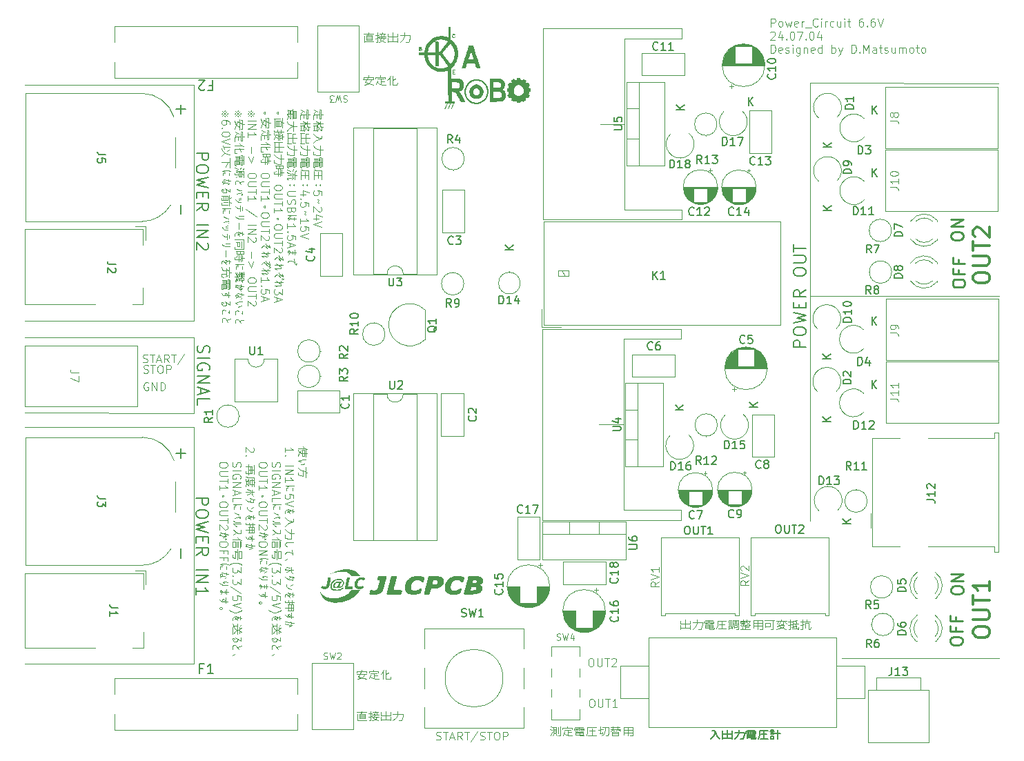
<source format=gbr>
%TF.GenerationSoftware,KiCad,Pcbnew,8.0.3*%
%TF.CreationDate,2024-07-10T23:22:52+09:00*%
%TF.ProjectId,power_6.6V,706f7765-725f-4362-9e36-562e6b696361,rev?*%
%TF.SameCoordinates,PX47868c0PY2faf080*%
%TF.FileFunction,Legend,Top*%
%TF.FilePolarity,Positive*%
%FSLAX46Y46*%
G04 Gerber Fmt 4.6, Leading zero omitted, Abs format (unit mm)*
G04 Created by KiCad (PCBNEW 8.0.3) date 2024-07-10 23:22:52*
%MOMM*%
%LPD*%
G01*
G04 APERTURE LIST*
%ADD10C,0.100000*%
%ADD11C,0.125000*%
%ADD12C,0.250000*%
%ADD13C,0.150000*%
%ADD14C,0.300000*%
%ADD15C,0.200000*%
%ADD16C,0.120000*%
%ADD17C,0.000000*%
G04 APERTURE END LIST*
D10*
X96600000Y-8788400D02*
X96600000Y-62488400D01*
X20974600Y-51008600D02*
X20974600Y-80008600D01*
X20974600Y-80008600D02*
X274600Y-80008600D01*
X300000Y-9000000D02*
X21000000Y-9000000D01*
X119850000Y-34900000D02*
X96647000Y-34899600D01*
X21000000Y-49271000D02*
X290000Y-49270000D01*
X21000000Y-40000000D02*
X21000000Y-49271000D01*
X96647000Y-8788400D02*
X119750000Y-8800000D01*
X274600Y-51008600D02*
X20974600Y-51008600D01*
X119775000Y-79400000D02*
X100500000Y-79400000D01*
X21000000Y-9000000D02*
X21000000Y-38000000D01*
X292600Y-40000000D02*
X21000000Y-40000000D01*
X21000000Y-38000000D02*
X300000Y-38000000D01*
D11*
X50752712Y-89343500D02*
X50895569Y-89391119D01*
X50895569Y-89391119D02*
X51133664Y-89391119D01*
X51133664Y-89391119D02*
X51228902Y-89343500D01*
X51228902Y-89343500D02*
X51276521Y-89295880D01*
X51276521Y-89295880D02*
X51324140Y-89200642D01*
X51324140Y-89200642D02*
X51324140Y-89105404D01*
X51324140Y-89105404D02*
X51276521Y-89010166D01*
X51276521Y-89010166D02*
X51228902Y-88962547D01*
X51228902Y-88962547D02*
X51133664Y-88914928D01*
X51133664Y-88914928D02*
X50943188Y-88867309D01*
X50943188Y-88867309D02*
X50847950Y-88819690D01*
X50847950Y-88819690D02*
X50800331Y-88772071D01*
X50800331Y-88772071D02*
X50752712Y-88676833D01*
X50752712Y-88676833D02*
X50752712Y-88581595D01*
X50752712Y-88581595D02*
X50800331Y-88486357D01*
X50800331Y-88486357D02*
X50847950Y-88438738D01*
X50847950Y-88438738D02*
X50943188Y-88391119D01*
X50943188Y-88391119D02*
X51181283Y-88391119D01*
X51181283Y-88391119D02*
X51324140Y-88438738D01*
X51609855Y-88391119D02*
X52181283Y-88391119D01*
X51895569Y-89391119D02*
X51895569Y-88391119D01*
X52466998Y-89105404D02*
X52943188Y-89105404D01*
X52371760Y-89391119D02*
X52705093Y-88391119D01*
X52705093Y-88391119D02*
X53038426Y-89391119D01*
X53943188Y-89391119D02*
X53609855Y-88914928D01*
X53371760Y-89391119D02*
X53371760Y-88391119D01*
X53371760Y-88391119D02*
X53752712Y-88391119D01*
X53752712Y-88391119D02*
X53847950Y-88438738D01*
X53847950Y-88438738D02*
X53895569Y-88486357D01*
X53895569Y-88486357D02*
X53943188Y-88581595D01*
X53943188Y-88581595D02*
X53943188Y-88724452D01*
X53943188Y-88724452D02*
X53895569Y-88819690D01*
X53895569Y-88819690D02*
X53847950Y-88867309D01*
X53847950Y-88867309D02*
X53752712Y-88914928D01*
X53752712Y-88914928D02*
X53371760Y-88914928D01*
X54228903Y-88391119D02*
X54800331Y-88391119D01*
X54514617Y-89391119D02*
X54514617Y-88391119D01*
X55847950Y-88343500D02*
X54990808Y-89629214D01*
X56133665Y-89343500D02*
X56276522Y-89391119D01*
X56276522Y-89391119D02*
X56514617Y-89391119D01*
X56514617Y-89391119D02*
X56609855Y-89343500D01*
X56609855Y-89343500D02*
X56657474Y-89295880D01*
X56657474Y-89295880D02*
X56705093Y-89200642D01*
X56705093Y-89200642D02*
X56705093Y-89105404D01*
X56705093Y-89105404D02*
X56657474Y-89010166D01*
X56657474Y-89010166D02*
X56609855Y-88962547D01*
X56609855Y-88962547D02*
X56514617Y-88914928D01*
X56514617Y-88914928D02*
X56324141Y-88867309D01*
X56324141Y-88867309D02*
X56228903Y-88819690D01*
X56228903Y-88819690D02*
X56181284Y-88772071D01*
X56181284Y-88772071D02*
X56133665Y-88676833D01*
X56133665Y-88676833D02*
X56133665Y-88581595D01*
X56133665Y-88581595D02*
X56181284Y-88486357D01*
X56181284Y-88486357D02*
X56228903Y-88438738D01*
X56228903Y-88438738D02*
X56324141Y-88391119D01*
X56324141Y-88391119D02*
X56562236Y-88391119D01*
X56562236Y-88391119D02*
X56705093Y-88438738D01*
X56990808Y-88391119D02*
X57562236Y-88391119D01*
X57276522Y-89391119D02*
X57276522Y-88391119D01*
X58086046Y-88391119D02*
X58276522Y-88391119D01*
X58276522Y-88391119D02*
X58371760Y-88438738D01*
X58371760Y-88438738D02*
X58466998Y-88533976D01*
X58466998Y-88533976D02*
X58514617Y-88724452D01*
X58514617Y-88724452D02*
X58514617Y-89057785D01*
X58514617Y-89057785D02*
X58466998Y-89248261D01*
X58466998Y-89248261D02*
X58371760Y-89343500D01*
X58371760Y-89343500D02*
X58276522Y-89391119D01*
X58276522Y-89391119D02*
X58086046Y-89391119D01*
X58086046Y-89391119D02*
X57990808Y-89343500D01*
X57990808Y-89343500D02*
X57895570Y-89248261D01*
X57895570Y-89248261D02*
X57847951Y-89057785D01*
X57847951Y-89057785D02*
X57847951Y-88724452D01*
X57847951Y-88724452D02*
X57895570Y-88533976D01*
X57895570Y-88533976D02*
X57990808Y-88438738D01*
X57990808Y-88438738D02*
X58086046Y-88391119D01*
X58943189Y-89391119D02*
X58943189Y-88391119D01*
X58943189Y-88391119D02*
X59324141Y-88391119D01*
X59324141Y-88391119D02*
X59419379Y-88438738D01*
X59419379Y-88438738D02*
X59466998Y-88486357D01*
X59466998Y-88486357D02*
X59514617Y-88581595D01*
X59514617Y-88581595D02*
X59514617Y-88724452D01*
X59514617Y-88724452D02*
X59466998Y-88819690D01*
X59466998Y-88819690D02*
X59419379Y-88867309D01*
X59419379Y-88867309D02*
X59324141Y-88914928D01*
X59324141Y-88914928D02*
X58943189Y-88914928D01*
D10*
X40961027Y-81293371D02*
X42199122Y-81293371D01*
X41008646Y-80960038D02*
X41008646Y-81150514D01*
X41580074Y-80769561D02*
X41580074Y-80960038D01*
X41008646Y-80960038D02*
X42151503Y-80960038D01*
X42151503Y-80960038D02*
X42151503Y-81150514D01*
X41913408Y-81293371D02*
X41818169Y-81531466D01*
X41818169Y-81531466D02*
X41627693Y-81721942D01*
X41627693Y-81721942D02*
X41437217Y-81817180D01*
X41437217Y-81817180D02*
X41103884Y-81912419D01*
X41484836Y-81102895D02*
X41199122Y-81626704D01*
X41199122Y-81626704D02*
X42151503Y-81912419D01*
X42675312Y-81198133D02*
X43484836Y-81198133D01*
X43151502Y-81483847D02*
X43532455Y-81483847D01*
X42484836Y-80960038D02*
X42484836Y-81150514D01*
X43103883Y-81198133D02*
X43103883Y-81864800D01*
X42484836Y-80960038D02*
X43627693Y-80960038D01*
X43627693Y-80960038D02*
X43627693Y-81150514D01*
X43056264Y-80769561D02*
X43056264Y-80960038D01*
X42722931Y-81388609D02*
X42532455Y-81864800D01*
X42675312Y-81626704D02*
X42913407Y-81817180D01*
X42913407Y-81817180D02*
X43389598Y-81912419D01*
X43389598Y-81912419D02*
X43675312Y-81912419D01*
X44580073Y-81912419D02*
X45103883Y-81912419D01*
X44199121Y-81055276D02*
X44199121Y-81912419D01*
X44580073Y-80817180D02*
X44580073Y-81864800D01*
X44199121Y-81055276D02*
X43913407Y-81340990D01*
X44294359Y-80817180D02*
X44151502Y-81102895D01*
X44913407Y-81150514D02*
X44532454Y-81340990D01*
X45151502Y-81674323D02*
X45103883Y-81912419D01*
X36391474Y-12239122D02*
X36391474Y-13048646D01*
X36105760Y-12715312D02*
X36105760Y-13096265D01*
X36629569Y-12048646D02*
X36439093Y-12048646D01*
X36391474Y-12667693D02*
X35724808Y-12667693D01*
X36629569Y-12048646D02*
X36629569Y-13191503D01*
X36629569Y-13191503D02*
X36439093Y-13191503D01*
X36820046Y-12620074D02*
X36629569Y-12620074D01*
X36200998Y-12286741D02*
X35724808Y-12096265D01*
X35962903Y-12239122D02*
X35772427Y-12477217D01*
X35772427Y-12477217D02*
X35677188Y-12953408D01*
X35677188Y-12953408D02*
X35677188Y-13239122D01*
X36534331Y-13524836D02*
X36534331Y-13953407D01*
X35724808Y-14048645D02*
X35724808Y-14572455D01*
X36820046Y-13762931D02*
X35677188Y-13762931D01*
X36105760Y-14048645D02*
X35677188Y-14048645D01*
X36105760Y-14048645D02*
X36105760Y-14572455D01*
X36105760Y-14572455D02*
X35677188Y-14572455D01*
X36439093Y-13715312D02*
X36200998Y-13905788D01*
X36534331Y-14143883D02*
X36248617Y-14429598D01*
X36248617Y-14429598D02*
X36153379Y-14715312D01*
X36486712Y-13715312D02*
X35962903Y-13477217D01*
X36677188Y-14143883D02*
X36677188Y-14572455D01*
X36677188Y-14572455D02*
X36486712Y-14477217D01*
X36486712Y-14477217D02*
X36248617Y-14239121D01*
X36248617Y-14239121D02*
X36105760Y-13905788D01*
X36820046Y-14191502D02*
X36629569Y-14143883D01*
X36629569Y-14143883D02*
X36486712Y-14001026D01*
X36677188Y-15239121D02*
X36677188Y-15572454D01*
X36677188Y-15572454D02*
X36391474Y-15667692D01*
X36391474Y-15667692D02*
X36010522Y-15810549D01*
X36010522Y-15810549D02*
X35677188Y-16143883D01*
X36581950Y-15572454D02*
X36296236Y-15524835D01*
X36296236Y-15524835D02*
X36010522Y-15381978D01*
X36010522Y-15381978D02*
X35677188Y-15048645D01*
X35677188Y-17191501D02*
X35677188Y-17524835D01*
X36486712Y-16477216D02*
X36486712Y-17667692D01*
X36486712Y-17667692D02*
X36200998Y-17667692D01*
X36200998Y-17667692D02*
X35724808Y-17572454D01*
X36820046Y-17001025D02*
X36391474Y-17001025D01*
X36391474Y-17001025D02*
X36153379Y-16905787D01*
X36153379Y-16905787D02*
X35915284Y-16762930D01*
X35915284Y-16762930D02*
X35677188Y-16477216D01*
X36724808Y-18001025D02*
X36724808Y-19001025D01*
X36439093Y-18048644D02*
X36439093Y-18334358D01*
X36439093Y-18620072D02*
X36439093Y-18953406D01*
X36296236Y-18001025D02*
X36296236Y-18334358D01*
X36296236Y-18620072D02*
X36296236Y-19001025D01*
X36010522Y-18048644D02*
X36010522Y-19001025D01*
X35820046Y-18048644D02*
X35820046Y-19001025D01*
X35677188Y-18524834D02*
X35677188Y-19096263D01*
X36581950Y-17905787D02*
X36391474Y-17905787D01*
X36153379Y-18048644D02*
X35772427Y-18048644D01*
X36724808Y-18477215D02*
X36248617Y-18477215D01*
X36153379Y-18524834D02*
X35677188Y-18524834D01*
X36153379Y-18048644D02*
X36153379Y-19001025D01*
X36153379Y-19001025D02*
X35820046Y-19001025D01*
X36581950Y-17905787D02*
X36581950Y-19096263D01*
X36581950Y-19096263D02*
X36391474Y-19096263D01*
X35820046Y-19143882D02*
X35677188Y-19096263D01*
X36677188Y-19524834D02*
X36677188Y-20620072D01*
X36248617Y-19715310D02*
X36248617Y-20429596D01*
X35724808Y-19620072D02*
X35724808Y-20572453D01*
X36581950Y-20096262D02*
X35724808Y-20096262D01*
X36677188Y-19524834D02*
X36105760Y-19524834D01*
X36105760Y-19524834D02*
X35724808Y-19429596D01*
X36010522Y-21286738D02*
X35962903Y-21334357D01*
X35962903Y-21334357D02*
X35915284Y-21286738D01*
X35915284Y-21286738D02*
X35962903Y-21239119D01*
X35962903Y-21239119D02*
X36010522Y-21286738D01*
X36010522Y-21286738D02*
X35915284Y-21286738D01*
X36534331Y-21286738D02*
X36486712Y-21334357D01*
X36486712Y-21334357D02*
X36439093Y-21286738D01*
X36439093Y-21286738D02*
X36486712Y-21239119D01*
X36486712Y-21239119D02*
X36534331Y-21286738D01*
X36534331Y-21286738D02*
X36439093Y-21286738D01*
X36677188Y-22524833D02*
X36677188Y-22048643D01*
X36677188Y-22048643D02*
X36200998Y-22001024D01*
X36200998Y-22001024D02*
X36248617Y-22048643D01*
X36248617Y-22048643D02*
X36296236Y-22143881D01*
X36296236Y-22143881D02*
X36296236Y-22381976D01*
X36296236Y-22381976D02*
X36248617Y-22477214D01*
X36248617Y-22477214D02*
X36200998Y-22524833D01*
X36200998Y-22524833D02*
X36105760Y-22572452D01*
X36105760Y-22572452D02*
X35867665Y-22572452D01*
X35867665Y-22572452D02*
X35772427Y-22524833D01*
X35772427Y-22524833D02*
X35724808Y-22477214D01*
X35724808Y-22477214D02*
X35677188Y-22381976D01*
X35677188Y-22381976D02*
X35677188Y-22143881D01*
X35677188Y-22143881D02*
X35724808Y-22048643D01*
X35724808Y-22048643D02*
X35772427Y-22001024D01*
X36200998Y-23048643D02*
X36248617Y-23096262D01*
X36248617Y-23096262D02*
X36296236Y-23191500D01*
X36296236Y-23191500D02*
X36200998Y-23381976D01*
X36200998Y-23381976D02*
X36248617Y-23477214D01*
X36248617Y-23477214D02*
X36296236Y-23524833D01*
X36581950Y-24001024D02*
X36629569Y-24048643D01*
X36629569Y-24048643D02*
X36677188Y-24143881D01*
X36677188Y-24143881D02*
X36677188Y-24381976D01*
X36677188Y-24381976D02*
X36629569Y-24477214D01*
X36629569Y-24477214D02*
X36581950Y-24524833D01*
X36581950Y-24524833D02*
X36486712Y-24572452D01*
X36486712Y-24572452D02*
X36391474Y-24572452D01*
X36391474Y-24572452D02*
X36248617Y-24524833D01*
X36248617Y-24524833D02*
X35677188Y-23953405D01*
X35677188Y-23953405D02*
X35677188Y-24572452D01*
X36343855Y-25429595D02*
X35677188Y-25429595D01*
X36724808Y-25191500D02*
X36010522Y-24953405D01*
X36010522Y-24953405D02*
X36010522Y-25572452D01*
X36677188Y-25810548D02*
X35677188Y-26143881D01*
X35677188Y-26143881D02*
X36677188Y-26477214D01*
X34781530Y-12239122D02*
X34781530Y-13048646D01*
X34495816Y-12715312D02*
X34495816Y-13096265D01*
X35019625Y-12048646D02*
X34829149Y-12048646D01*
X34781530Y-12667693D02*
X34114864Y-12667693D01*
X35019625Y-12048646D02*
X35019625Y-13191503D01*
X35019625Y-13191503D02*
X34829149Y-13191503D01*
X35210102Y-12620074D02*
X35019625Y-12620074D01*
X34591054Y-12286741D02*
X34114864Y-12096265D01*
X34352959Y-12239122D02*
X34162483Y-12477217D01*
X34162483Y-12477217D02*
X34067244Y-12953408D01*
X34067244Y-12953408D02*
X34067244Y-13239122D01*
X34924387Y-13524836D02*
X34924387Y-13953407D01*
X34114864Y-14048645D02*
X34114864Y-14572455D01*
X35210102Y-13762931D02*
X34067244Y-13762931D01*
X34495816Y-14048645D02*
X34067244Y-14048645D01*
X34495816Y-14048645D02*
X34495816Y-14572455D01*
X34495816Y-14572455D02*
X34067244Y-14572455D01*
X34829149Y-13715312D02*
X34591054Y-13905788D01*
X34924387Y-14143883D02*
X34638673Y-14429598D01*
X34638673Y-14429598D02*
X34543435Y-14715312D01*
X34876768Y-13715312D02*
X34352959Y-13477217D01*
X35067244Y-14143883D02*
X35067244Y-14572455D01*
X35067244Y-14572455D02*
X34876768Y-14477217D01*
X34876768Y-14477217D02*
X34638673Y-14239121D01*
X34638673Y-14239121D02*
X34495816Y-13905788D01*
X35210102Y-14191502D02*
X35019625Y-14143883D01*
X35019625Y-14143883D02*
X34876768Y-14001026D01*
X34686292Y-15001026D02*
X34686292Y-16143883D01*
X34162483Y-14953407D02*
X34162483Y-16191502D01*
X34543435Y-14953407D02*
X34067244Y-14953407D01*
X35067244Y-15001026D02*
X34686292Y-15001026D01*
X35210102Y-15572454D02*
X34162483Y-15572454D01*
X35067244Y-16143883D02*
X34686292Y-16143883D01*
X34543435Y-16191502D02*
X34067244Y-16191502D01*
X34067244Y-17191501D02*
X34067244Y-17524835D01*
X34876768Y-16477216D02*
X34876768Y-17667692D01*
X34876768Y-17667692D02*
X34591054Y-17667692D01*
X34591054Y-17667692D02*
X34114864Y-17572454D01*
X35210102Y-17001025D02*
X34781530Y-17001025D01*
X34781530Y-17001025D02*
X34543435Y-16905787D01*
X34543435Y-16905787D02*
X34305340Y-16762930D01*
X34305340Y-16762930D02*
X34067244Y-16477216D01*
X35114864Y-18001025D02*
X35114864Y-19001025D01*
X34829149Y-18048644D02*
X34829149Y-18334358D01*
X34829149Y-18620072D02*
X34829149Y-18953406D01*
X34686292Y-18001025D02*
X34686292Y-18334358D01*
X34686292Y-18620072D02*
X34686292Y-19001025D01*
X34400578Y-18048644D02*
X34400578Y-19001025D01*
X34210102Y-18048644D02*
X34210102Y-19001025D01*
X34067244Y-18524834D02*
X34067244Y-19096263D01*
X34972006Y-17905787D02*
X34781530Y-17905787D01*
X34543435Y-18048644D02*
X34162483Y-18048644D01*
X35114864Y-18477215D02*
X34638673Y-18477215D01*
X34543435Y-18524834D02*
X34067244Y-18524834D01*
X34543435Y-18048644D02*
X34543435Y-19001025D01*
X34543435Y-19001025D02*
X34210102Y-19001025D01*
X34972006Y-17905787D02*
X34972006Y-19096263D01*
X34972006Y-19096263D02*
X34781530Y-19096263D01*
X34210102Y-19143882D02*
X34067244Y-19096263D01*
X35067244Y-19524834D02*
X35067244Y-20620072D01*
X34638673Y-19715310D02*
X34638673Y-20429596D01*
X34114864Y-19620072D02*
X34114864Y-20572453D01*
X34972006Y-20096262D02*
X34114864Y-20096262D01*
X35067244Y-19524834D02*
X34495816Y-19524834D01*
X34495816Y-19524834D02*
X34114864Y-19429596D01*
X34400578Y-21286738D02*
X34352959Y-21334357D01*
X34352959Y-21334357D02*
X34305340Y-21286738D01*
X34305340Y-21286738D02*
X34352959Y-21239119D01*
X34352959Y-21239119D02*
X34400578Y-21286738D01*
X34400578Y-21286738D02*
X34305340Y-21286738D01*
X34924387Y-21286738D02*
X34876768Y-21334357D01*
X34876768Y-21334357D02*
X34829149Y-21286738D01*
X34829149Y-21286738D02*
X34876768Y-21239119D01*
X34876768Y-21239119D02*
X34924387Y-21286738D01*
X34924387Y-21286738D02*
X34829149Y-21286738D01*
X34733911Y-22477214D02*
X34067244Y-22477214D01*
X35114864Y-22239119D02*
X34400578Y-22001024D01*
X34400578Y-22001024D02*
X34400578Y-22620071D01*
X34162483Y-23001024D02*
X34114864Y-23048643D01*
X34114864Y-23048643D02*
X34067244Y-23001024D01*
X34067244Y-23001024D02*
X34114864Y-22953405D01*
X34114864Y-22953405D02*
X34162483Y-23001024D01*
X34162483Y-23001024D02*
X34067244Y-23001024D01*
X35067244Y-23953404D02*
X35067244Y-23477214D01*
X35067244Y-23477214D02*
X34591054Y-23429595D01*
X34591054Y-23429595D02*
X34638673Y-23477214D01*
X34638673Y-23477214D02*
X34686292Y-23572452D01*
X34686292Y-23572452D02*
X34686292Y-23810547D01*
X34686292Y-23810547D02*
X34638673Y-23905785D01*
X34638673Y-23905785D02*
X34591054Y-23953404D01*
X34591054Y-23953404D02*
X34495816Y-24001023D01*
X34495816Y-24001023D02*
X34257721Y-24001023D01*
X34257721Y-24001023D02*
X34162483Y-23953404D01*
X34162483Y-23953404D02*
X34114864Y-23905785D01*
X34114864Y-23905785D02*
X34067244Y-23810547D01*
X34067244Y-23810547D02*
X34067244Y-23572452D01*
X34067244Y-23572452D02*
X34114864Y-23477214D01*
X34114864Y-23477214D02*
X34162483Y-23429595D01*
X34591054Y-24477214D02*
X34638673Y-24524833D01*
X34638673Y-24524833D02*
X34686292Y-24620071D01*
X34686292Y-24620071D02*
X34591054Y-24810547D01*
X34591054Y-24810547D02*
X34638673Y-24905785D01*
X34638673Y-24905785D02*
X34686292Y-24953404D01*
X34067244Y-26001023D02*
X34067244Y-25429595D01*
X34067244Y-25715309D02*
X35067244Y-25715309D01*
X35067244Y-25715309D02*
X34924387Y-25620071D01*
X34924387Y-25620071D02*
X34829149Y-25524833D01*
X34829149Y-25524833D02*
X34781530Y-25429595D01*
X35067244Y-26905785D02*
X35067244Y-26429595D01*
X35067244Y-26429595D02*
X34591054Y-26381976D01*
X34591054Y-26381976D02*
X34638673Y-26429595D01*
X34638673Y-26429595D02*
X34686292Y-26524833D01*
X34686292Y-26524833D02*
X34686292Y-26762928D01*
X34686292Y-26762928D02*
X34638673Y-26858166D01*
X34638673Y-26858166D02*
X34591054Y-26905785D01*
X34591054Y-26905785D02*
X34495816Y-26953404D01*
X34495816Y-26953404D02*
X34257721Y-26953404D01*
X34257721Y-26953404D02*
X34162483Y-26905785D01*
X34162483Y-26905785D02*
X34114864Y-26858166D01*
X34114864Y-26858166D02*
X34067244Y-26762928D01*
X34067244Y-26762928D02*
X34067244Y-26524833D01*
X34067244Y-26524833D02*
X34114864Y-26429595D01*
X34114864Y-26429595D02*
X34162483Y-26381976D01*
X35067244Y-27239119D02*
X34067244Y-27572452D01*
X34067244Y-27572452D02*
X35067244Y-27905785D01*
X33362062Y-12191503D02*
X33362062Y-13048646D01*
X33219205Y-12191503D02*
X33219205Y-13048646D01*
X33076348Y-12001027D02*
X33076348Y-13191503D01*
X32885872Y-12620074D02*
X32885872Y-13143884D01*
X32885872Y-12143884D02*
X32885872Y-12524836D01*
X32743015Y-12143884D02*
X32743015Y-12524836D01*
X33076348Y-12143884D02*
X32552539Y-12143884D01*
X33552539Y-12191503D02*
X33219205Y-12191503D01*
X33076348Y-12524836D02*
X32457300Y-12524836D01*
X33552539Y-12191503D02*
X33552539Y-13048646D01*
X33552539Y-13048646D02*
X33219205Y-13048646D01*
X32790634Y-12762931D02*
X32552539Y-12953408D01*
X32552539Y-12953408D02*
X32457300Y-13239122D01*
X32838253Y-13143884D02*
X32600158Y-12905789D01*
X32600158Y-12905789D02*
X32457300Y-12572455D01*
X32600158Y-12477217D02*
X32552539Y-12048646D01*
X33171586Y-13477217D02*
X33171586Y-14715312D01*
X33600158Y-14096264D02*
X33219205Y-14096264D01*
X33219205Y-14096264D02*
X32790634Y-14286740D01*
X32790634Y-14286740D02*
X32552539Y-14524836D01*
X32552539Y-14524836D02*
X32457300Y-14715312D01*
X33123967Y-14048645D02*
X32743015Y-13905788D01*
X32743015Y-13905788D02*
X32552539Y-13715312D01*
X32552539Y-13715312D02*
X32457300Y-13477217D01*
X33504920Y-14096264D02*
X32933491Y-14001026D01*
X33076348Y-15001026D02*
X33076348Y-16143883D01*
X32552539Y-14953407D02*
X32552539Y-16191502D01*
X32933491Y-14953407D02*
X32457300Y-14953407D01*
X33457300Y-15001026D02*
X33076348Y-15001026D01*
X33600158Y-15572454D02*
X32552539Y-15572454D01*
X33457300Y-16143883D02*
X33076348Y-16143883D01*
X32933491Y-16191502D02*
X32457300Y-16191502D01*
X32457300Y-17191501D02*
X32457300Y-17524835D01*
X33266824Y-16477216D02*
X33266824Y-17667692D01*
X33266824Y-17667692D02*
X32981110Y-17667692D01*
X32981110Y-17667692D02*
X32504920Y-17572454D01*
X33600158Y-17001025D02*
X33171586Y-17001025D01*
X33171586Y-17001025D02*
X32933491Y-16905787D01*
X32933491Y-16905787D02*
X32695396Y-16762930D01*
X32695396Y-16762930D02*
X32457300Y-16477216D01*
X33504920Y-18001025D02*
X33504920Y-19001025D01*
X33219205Y-18048644D02*
X33219205Y-18334358D01*
X33219205Y-18620072D02*
X33219205Y-18953406D01*
X33076348Y-18001025D02*
X33076348Y-18334358D01*
X33076348Y-18620072D02*
X33076348Y-19001025D01*
X32790634Y-18048644D02*
X32790634Y-19001025D01*
X32600158Y-18048644D02*
X32600158Y-19001025D01*
X32457300Y-18524834D02*
X32457300Y-19096263D01*
X33362062Y-17905787D02*
X33171586Y-17905787D01*
X32933491Y-18048644D02*
X32552539Y-18048644D01*
X33504920Y-18477215D02*
X33028729Y-18477215D01*
X32933491Y-18524834D02*
X32457300Y-18524834D01*
X32933491Y-18048644D02*
X32933491Y-19001025D01*
X32933491Y-19001025D02*
X32600158Y-19001025D01*
X33362062Y-17905787D02*
X33362062Y-19096263D01*
X33362062Y-19096263D02*
X33171586Y-19096263D01*
X32600158Y-19143882D02*
X32457300Y-19096263D01*
X33409681Y-19762929D02*
X33409681Y-20620072D01*
X33076348Y-19810548D02*
X33076348Y-20524834D01*
X32457300Y-20429596D02*
X32457300Y-20620072D01*
X32981110Y-20143881D02*
X32504920Y-20143881D01*
X32981110Y-20477215D02*
X32457300Y-20477215D01*
X32647777Y-20620072D02*
X32457300Y-20620072D01*
X33266824Y-20334358D02*
X33028729Y-20572453D01*
X33552539Y-19477215D02*
X33457300Y-19667691D01*
X33219205Y-19381977D02*
X33123967Y-19620072D01*
X32885872Y-19620072D02*
X32457300Y-19429596D01*
X33600158Y-20143881D02*
X33409681Y-20096262D01*
X33409681Y-20096262D02*
X33123967Y-19953405D01*
X32933491Y-19905786D02*
X32552539Y-19810548D01*
X32552539Y-19810548D02*
X32457300Y-19715310D01*
X32790634Y-21286738D02*
X32743015Y-21334357D01*
X32743015Y-21334357D02*
X32695396Y-21286738D01*
X32695396Y-21286738D02*
X32743015Y-21239119D01*
X32743015Y-21239119D02*
X32790634Y-21286738D01*
X32790634Y-21286738D02*
X32695396Y-21286738D01*
X33314443Y-21286738D02*
X33266824Y-21334357D01*
X33266824Y-21334357D02*
X33219205Y-21286738D01*
X33219205Y-21286738D02*
X33266824Y-21239119D01*
X33266824Y-21239119D02*
X33314443Y-21286738D01*
X33314443Y-21286738D02*
X33219205Y-21286738D01*
X33457300Y-22048643D02*
X32647777Y-22048643D01*
X32647777Y-22048643D02*
X32552539Y-22096262D01*
X32552539Y-22096262D02*
X32504920Y-22143881D01*
X32504920Y-22143881D02*
X32457300Y-22239119D01*
X32457300Y-22239119D02*
X32457300Y-22429595D01*
X32457300Y-22429595D02*
X32504920Y-22524833D01*
X32504920Y-22524833D02*
X32552539Y-22572452D01*
X32552539Y-22572452D02*
X32647777Y-22620071D01*
X32647777Y-22620071D02*
X33457300Y-22620071D01*
X32504920Y-23048643D02*
X32457300Y-23191500D01*
X32457300Y-23191500D02*
X32457300Y-23429595D01*
X32457300Y-23429595D02*
X32504920Y-23524833D01*
X32504920Y-23524833D02*
X32552539Y-23572452D01*
X32552539Y-23572452D02*
X32647777Y-23620071D01*
X32647777Y-23620071D02*
X32743015Y-23620071D01*
X32743015Y-23620071D02*
X32838253Y-23572452D01*
X32838253Y-23572452D02*
X32885872Y-23524833D01*
X32885872Y-23524833D02*
X32933491Y-23429595D01*
X32933491Y-23429595D02*
X32981110Y-23239119D01*
X32981110Y-23239119D02*
X33028729Y-23143881D01*
X33028729Y-23143881D02*
X33076348Y-23096262D01*
X33076348Y-23096262D02*
X33171586Y-23048643D01*
X33171586Y-23048643D02*
X33266824Y-23048643D01*
X33266824Y-23048643D02*
X33362062Y-23096262D01*
X33362062Y-23096262D02*
X33409681Y-23143881D01*
X33409681Y-23143881D02*
X33457300Y-23239119D01*
X33457300Y-23239119D02*
X33457300Y-23477214D01*
X33457300Y-23477214D02*
X33409681Y-23620071D01*
X32981110Y-24381976D02*
X32933491Y-24524833D01*
X32933491Y-24524833D02*
X32885872Y-24572452D01*
X32885872Y-24572452D02*
X32790634Y-24620071D01*
X32790634Y-24620071D02*
X32647777Y-24620071D01*
X32647777Y-24620071D02*
X32552539Y-24572452D01*
X32552539Y-24572452D02*
X32504920Y-24524833D01*
X32504920Y-24524833D02*
X32457300Y-24429595D01*
X32457300Y-24429595D02*
X32457300Y-24048643D01*
X32457300Y-24048643D02*
X33457300Y-24048643D01*
X33457300Y-24048643D02*
X33457300Y-24381976D01*
X33457300Y-24381976D02*
X33409681Y-24477214D01*
X33409681Y-24477214D02*
X33362062Y-24524833D01*
X33362062Y-24524833D02*
X33266824Y-24572452D01*
X33266824Y-24572452D02*
X33171586Y-24572452D01*
X33171586Y-24572452D02*
X33076348Y-24524833D01*
X33076348Y-24524833D02*
X33028729Y-24477214D01*
X33028729Y-24477214D02*
X32981110Y-24381976D01*
X32981110Y-24381976D02*
X32981110Y-24048643D01*
X33314443Y-25239119D02*
X33314443Y-25620071D01*
X33504920Y-25477214D02*
X32552539Y-25477214D01*
X32552539Y-25477214D02*
X32600158Y-25239119D01*
X32600158Y-25239119D02*
X32790634Y-25239119D01*
X32790634Y-25239119D02*
X32838253Y-25381976D01*
X32838253Y-25381976D02*
X32647777Y-25620071D01*
X33504920Y-25048643D02*
X33219205Y-25001024D01*
X33219205Y-25001024D02*
X32933491Y-25001024D01*
X32933491Y-25001024D02*
X32552539Y-25048643D01*
X32552539Y-25048643D02*
X32885872Y-25096262D01*
X32457300Y-26620071D02*
X32457300Y-26048643D01*
X32457300Y-26334357D02*
X33457300Y-26334357D01*
X33457300Y-26334357D02*
X33314443Y-26239119D01*
X33314443Y-26239119D02*
X33219205Y-26143881D01*
X33219205Y-26143881D02*
X33171586Y-26048643D01*
X32552539Y-27048643D02*
X32504920Y-27096262D01*
X32504920Y-27096262D02*
X32457300Y-27048643D01*
X32457300Y-27048643D02*
X32504920Y-27001024D01*
X32504920Y-27001024D02*
X32552539Y-27048643D01*
X32552539Y-27048643D02*
X32457300Y-27048643D01*
X33457300Y-28001023D02*
X33457300Y-27524833D01*
X33457300Y-27524833D02*
X32981110Y-27477214D01*
X32981110Y-27477214D02*
X33028729Y-27524833D01*
X33028729Y-27524833D02*
X33076348Y-27620071D01*
X33076348Y-27620071D02*
X33076348Y-27858166D01*
X33076348Y-27858166D02*
X33028729Y-27953404D01*
X33028729Y-27953404D02*
X32981110Y-28001023D01*
X32981110Y-28001023D02*
X32885872Y-28048642D01*
X32885872Y-28048642D02*
X32647777Y-28048642D01*
X32647777Y-28048642D02*
X32552539Y-28001023D01*
X32552539Y-28001023D02*
X32504920Y-27953404D01*
X32504920Y-27953404D02*
X32457300Y-27858166D01*
X32457300Y-27858166D02*
X32457300Y-27620071D01*
X32457300Y-27620071D02*
X32504920Y-27524833D01*
X32504920Y-27524833D02*
X32552539Y-27477214D01*
X32743015Y-28429595D02*
X32743015Y-28905785D01*
X32457300Y-28334357D02*
X33457300Y-28667690D01*
X33457300Y-28667690D02*
X32457300Y-29001023D01*
X33362062Y-29286738D02*
X33362062Y-29858166D01*
X33123967Y-29381976D02*
X33123967Y-29762928D01*
X33552539Y-29620071D02*
X32552539Y-29620071D01*
X32552539Y-29620071D02*
X32552539Y-29477214D01*
X32552539Y-29477214D02*
X32647777Y-29334357D01*
X32647777Y-29334357D02*
X32743015Y-29381976D01*
X32743015Y-29381976D02*
X32790634Y-29572452D01*
X32790634Y-29572452D02*
X32647777Y-29858166D01*
X33314443Y-30334357D02*
X33409681Y-30953404D01*
X33362062Y-30858166D02*
X33219205Y-30667690D01*
X33219205Y-30667690D02*
X32981110Y-30572452D01*
X32981110Y-30572452D02*
X32695396Y-30572452D01*
X32695396Y-30572452D02*
X32552539Y-30667690D01*
X32552539Y-30667690D02*
X32504920Y-30810547D01*
X33600158Y-30905785D02*
X33457300Y-31001023D01*
X33647777Y-31048642D02*
X33504920Y-31143881D01*
X31371166Y-12381979D02*
X31371166Y-12477217D01*
X31371166Y-12477217D02*
X31323547Y-12524836D01*
X31323547Y-12524836D02*
X31228309Y-12524836D01*
X31228309Y-12524836D02*
X31180690Y-12477217D01*
X31180690Y-12477217D02*
X31180690Y-12381979D01*
X31180690Y-12381979D02*
X31228309Y-12334360D01*
X31228309Y-12334360D02*
X31323547Y-12334360D01*
X31323547Y-12334360D02*
X31371166Y-12381979D01*
X31847356Y-13048646D02*
X31847356Y-14286741D01*
X31466404Y-13381979D02*
X31466404Y-14096265D01*
X31275928Y-13381979D02*
X31275928Y-14096265D01*
X31085452Y-13381979D02*
X31085452Y-14096265D01*
X30894976Y-13143884D02*
X30894976Y-14286741D01*
X31609261Y-13143884D02*
X30847356Y-13143884D01*
X31656880Y-13381979D02*
X31085452Y-13381979D01*
X31990214Y-13667693D02*
X31656880Y-13620074D01*
X31656880Y-13381979D02*
X31656880Y-14096265D01*
X31656880Y-14096265D02*
X31085452Y-14096265D01*
X31847356Y-15001026D02*
X31847356Y-15715312D01*
X31704499Y-14524836D02*
X31704499Y-14905788D01*
X31514023Y-14953407D02*
X31514023Y-15762931D01*
X31323547Y-14953407D02*
X31323547Y-15762931D01*
X30847356Y-14572455D02*
X30847356Y-14762931D01*
X31990214Y-14762931D02*
X30847356Y-14762931D01*
X31990214Y-15381978D02*
X31799737Y-15381978D01*
X31799737Y-15572455D02*
X31561642Y-15524836D01*
X31752118Y-15191502D02*
X31514023Y-15239121D01*
X31514023Y-15239121D02*
X31085452Y-15096264D01*
X31085452Y-15096264D02*
X30847356Y-15715312D01*
X31371166Y-14905788D02*
X31275928Y-14524836D01*
X31323547Y-15572455D02*
X31085452Y-15477217D01*
X31085452Y-15477217D02*
X30990214Y-15381978D01*
X30990214Y-15381978D02*
X30847356Y-14953407D01*
X31466404Y-16048645D02*
X31466404Y-17191502D01*
X30942595Y-16001026D02*
X30942595Y-17239121D01*
X31323547Y-16001026D02*
X30847356Y-16001026D01*
X31847356Y-16048645D02*
X31466404Y-16048645D01*
X31990214Y-16620073D02*
X30942595Y-16620073D01*
X31847356Y-17191502D02*
X31466404Y-17191502D01*
X31323547Y-17239121D02*
X30847356Y-17239121D01*
X30847356Y-18239120D02*
X30847356Y-18572454D01*
X31656880Y-17524835D02*
X31656880Y-18715311D01*
X31656880Y-18715311D02*
X31371166Y-18715311D01*
X31371166Y-18715311D02*
X30894976Y-18620073D01*
X31990214Y-18048644D02*
X31561642Y-18048644D01*
X31561642Y-18048644D02*
X31323547Y-17953406D01*
X31323547Y-17953406D02*
X31085452Y-17810549D01*
X31085452Y-17810549D02*
X30847356Y-17524835D01*
X31799737Y-19429596D02*
X31799737Y-20096263D01*
X31561642Y-19381977D02*
X31561642Y-20191501D01*
X31514023Y-18953406D02*
X31514023Y-19286739D01*
X31323547Y-19381977D02*
X31323547Y-20191501D01*
X31085452Y-18953406D02*
X31085452Y-19286739D01*
X30847356Y-19715310D02*
X30847356Y-19953406D01*
X31894976Y-18953406D02*
X30990214Y-18953406D01*
X31894976Y-18953406D02*
X31894976Y-19286739D01*
X31894976Y-19286739D02*
X31085452Y-19286739D01*
X31990214Y-19762929D02*
X31561642Y-19762929D01*
X31561642Y-19953406D02*
X30847356Y-19953406D01*
X31180690Y-19477215D02*
X30990214Y-19667691D01*
X31847356Y-21524834D02*
X31847356Y-21715310D01*
X31847356Y-21715310D02*
X31799737Y-21810548D01*
X31799737Y-21810548D02*
X31704499Y-21905786D01*
X31704499Y-21905786D02*
X31514023Y-21953405D01*
X31514023Y-21953405D02*
X31180690Y-21953405D01*
X31180690Y-21953405D02*
X30990214Y-21905786D01*
X30990214Y-21905786D02*
X30894976Y-21810548D01*
X30894976Y-21810548D02*
X30847356Y-21715310D01*
X30847356Y-21715310D02*
X30847356Y-21524834D01*
X30847356Y-21524834D02*
X30894976Y-21429596D01*
X30894976Y-21429596D02*
X30990214Y-21334358D01*
X30990214Y-21334358D02*
X31180690Y-21286739D01*
X31180690Y-21286739D02*
X31514023Y-21286739D01*
X31514023Y-21286739D02*
X31704499Y-21334358D01*
X31704499Y-21334358D02*
X31799737Y-21429596D01*
X31799737Y-21429596D02*
X31847356Y-21524834D01*
X31847356Y-22381977D02*
X31037833Y-22381977D01*
X31037833Y-22381977D02*
X30942595Y-22429596D01*
X30942595Y-22429596D02*
X30894976Y-22477215D01*
X30894976Y-22477215D02*
X30847356Y-22572453D01*
X30847356Y-22572453D02*
X30847356Y-22762929D01*
X30847356Y-22762929D02*
X30894976Y-22858167D01*
X30894976Y-22858167D02*
X30942595Y-22905786D01*
X30942595Y-22905786D02*
X31037833Y-22953405D01*
X31037833Y-22953405D02*
X31847356Y-22953405D01*
X31847356Y-23286739D02*
X31847356Y-23858167D01*
X30847356Y-23572453D02*
X31847356Y-23572453D01*
X30847356Y-24715310D02*
X30847356Y-24143882D01*
X30847356Y-24429596D02*
X31847356Y-24429596D01*
X31847356Y-24429596D02*
X31704499Y-24334358D01*
X31704499Y-24334358D02*
X31609261Y-24239120D01*
X31609261Y-24239120D02*
X31561642Y-24143882D01*
X31371166Y-25381977D02*
X31371166Y-25477215D01*
X31371166Y-25477215D02*
X31323547Y-25524834D01*
X31323547Y-25524834D02*
X31228309Y-25524834D01*
X31228309Y-25524834D02*
X31180690Y-25477215D01*
X31180690Y-25477215D02*
X31180690Y-25381977D01*
X31180690Y-25381977D02*
X31228309Y-25334358D01*
X31228309Y-25334358D02*
X31323547Y-25334358D01*
X31323547Y-25334358D02*
X31371166Y-25381977D01*
X31847356Y-26381977D02*
X31847356Y-26572453D01*
X31847356Y-26572453D02*
X31799737Y-26667691D01*
X31799737Y-26667691D02*
X31704499Y-26762929D01*
X31704499Y-26762929D02*
X31514023Y-26810548D01*
X31514023Y-26810548D02*
X31180690Y-26810548D01*
X31180690Y-26810548D02*
X30990214Y-26762929D01*
X30990214Y-26762929D02*
X30894976Y-26667691D01*
X30894976Y-26667691D02*
X30847356Y-26572453D01*
X30847356Y-26572453D02*
X30847356Y-26381977D01*
X30847356Y-26381977D02*
X30894976Y-26286739D01*
X30894976Y-26286739D02*
X30990214Y-26191501D01*
X30990214Y-26191501D02*
X31180690Y-26143882D01*
X31180690Y-26143882D02*
X31514023Y-26143882D01*
X31514023Y-26143882D02*
X31704499Y-26191501D01*
X31704499Y-26191501D02*
X31799737Y-26286739D01*
X31799737Y-26286739D02*
X31847356Y-26381977D01*
X31847356Y-27239120D02*
X31037833Y-27239120D01*
X31037833Y-27239120D02*
X30942595Y-27286739D01*
X30942595Y-27286739D02*
X30894976Y-27334358D01*
X30894976Y-27334358D02*
X30847356Y-27429596D01*
X30847356Y-27429596D02*
X30847356Y-27620072D01*
X30847356Y-27620072D02*
X30894976Y-27715310D01*
X30894976Y-27715310D02*
X30942595Y-27762929D01*
X30942595Y-27762929D02*
X31037833Y-27810548D01*
X31037833Y-27810548D02*
X31847356Y-27810548D01*
X31847356Y-28143882D02*
X31847356Y-28715310D01*
X30847356Y-28429596D02*
X31847356Y-28429596D01*
X31752118Y-29001025D02*
X31799737Y-29048644D01*
X31799737Y-29048644D02*
X31847356Y-29143882D01*
X31847356Y-29143882D02*
X31847356Y-29381977D01*
X31847356Y-29381977D02*
X31799737Y-29477215D01*
X31799737Y-29477215D02*
X31752118Y-29524834D01*
X31752118Y-29524834D02*
X31656880Y-29572453D01*
X31656880Y-29572453D02*
X31561642Y-29572453D01*
X31561642Y-29572453D02*
X31418785Y-29524834D01*
X31418785Y-29524834D02*
X30847356Y-28953406D01*
X30847356Y-28953406D02*
X30847356Y-29572453D01*
X31847356Y-30096263D02*
X31894976Y-30477215D01*
X31894976Y-30477215D02*
X31514023Y-30143882D01*
X31466404Y-29953406D02*
X31561642Y-30572453D01*
X31514023Y-30477215D02*
X31371166Y-30286739D01*
X31371166Y-30286739D02*
X31275928Y-30191501D01*
X31275928Y-30191501D02*
X31133071Y-30191501D01*
X31133071Y-30191501D02*
X30990214Y-30286739D01*
X30990214Y-30286739D02*
X30894976Y-30429596D01*
X31894976Y-31143882D02*
X30894976Y-31143882D01*
X31656880Y-31001025D02*
X31704499Y-31191501D01*
X31704499Y-31191501D02*
X31656880Y-31143882D01*
X31085452Y-30953406D02*
X31704499Y-31381977D01*
X31704499Y-31381977D02*
X31704499Y-31524834D01*
X31704499Y-31524834D02*
X31561642Y-31572453D01*
X31561642Y-31572453D02*
X31228309Y-31524834D01*
X31228309Y-31524834D02*
X30942595Y-31524834D01*
X30942595Y-31524834D02*
X31133071Y-31667691D01*
X31847356Y-32191501D02*
X31894976Y-32572453D01*
X31894976Y-32572453D02*
X31514023Y-32239120D01*
X31466404Y-32048644D02*
X31561642Y-32667691D01*
X31514023Y-32572453D02*
X31371166Y-32381977D01*
X31371166Y-32381977D02*
X31275928Y-32286739D01*
X31275928Y-32286739D02*
X31133071Y-32286739D01*
X31133071Y-32286739D02*
X30990214Y-32381977D01*
X30990214Y-32381977D02*
X30894976Y-32524834D01*
X31942595Y-32667691D02*
X31799737Y-32762929D01*
X31990214Y-32810548D02*
X31847356Y-32905787D01*
X31894976Y-33239120D02*
X30894976Y-33239120D01*
X31656880Y-33096263D02*
X31704499Y-33286739D01*
X31704499Y-33286739D02*
X31656880Y-33239120D01*
X31085452Y-33048644D02*
X31704499Y-33477215D01*
X31704499Y-33477215D02*
X31704499Y-33620072D01*
X31704499Y-33620072D02*
X31561642Y-33667691D01*
X31561642Y-33667691D02*
X31228309Y-33620072D01*
X31228309Y-33620072D02*
X30942595Y-33620072D01*
X30942595Y-33620072D02*
X31133071Y-33762929D01*
X31847356Y-34096263D02*
X31847356Y-34715310D01*
X31847356Y-34715310D02*
X31466404Y-34381977D01*
X31466404Y-34381977D02*
X31466404Y-34524834D01*
X31466404Y-34524834D02*
X31418785Y-34620072D01*
X31418785Y-34620072D02*
X31371166Y-34667691D01*
X31371166Y-34667691D02*
X31275928Y-34715310D01*
X31275928Y-34715310D02*
X31037833Y-34715310D01*
X31037833Y-34715310D02*
X30942595Y-34667691D01*
X30942595Y-34667691D02*
X30894976Y-34620072D01*
X30894976Y-34620072D02*
X30847356Y-34524834D01*
X30847356Y-34524834D02*
X30847356Y-34239120D01*
X30847356Y-34239120D02*
X30894976Y-34143882D01*
X30894976Y-34143882D02*
X30942595Y-34096263D01*
X31133071Y-35096263D02*
X31133071Y-35572453D01*
X30847356Y-35001025D02*
X31847356Y-35334358D01*
X31847356Y-35334358D02*
X30847356Y-35667691D01*
X29761222Y-12381979D02*
X29761222Y-12477217D01*
X29761222Y-12477217D02*
X29713603Y-12524836D01*
X29713603Y-12524836D02*
X29618365Y-12524836D01*
X29618365Y-12524836D02*
X29570746Y-12477217D01*
X29570746Y-12477217D02*
X29570746Y-12381979D01*
X29570746Y-12381979D02*
X29618365Y-12334360D01*
X29618365Y-12334360D02*
X29713603Y-12334360D01*
X29713603Y-12334360D02*
X29761222Y-12381979D01*
X29856460Y-13048646D02*
X29856460Y-14286741D01*
X30189793Y-13096265D02*
X29999317Y-13096265D01*
X30380270Y-13667693D02*
X30189793Y-13667693D01*
X30189793Y-13096265D02*
X30189793Y-14239122D01*
X30189793Y-14239122D02*
X29999317Y-14239122D01*
X29856460Y-14001027D02*
X29618365Y-13905788D01*
X29618365Y-13905788D02*
X29427889Y-13715312D01*
X29427889Y-13715312D02*
X29332651Y-13524836D01*
X29332651Y-13524836D02*
X29237412Y-13191503D01*
X30046936Y-13572455D02*
X29523127Y-13286741D01*
X29523127Y-13286741D02*
X29237412Y-14239122D01*
X29951698Y-14762931D02*
X29951698Y-15572455D01*
X29665984Y-15239121D02*
X29665984Y-15620074D01*
X30189793Y-14572455D02*
X29999317Y-14572455D01*
X29951698Y-15191502D02*
X29285032Y-15191502D01*
X30189793Y-14572455D02*
X30189793Y-15715312D01*
X30189793Y-15715312D02*
X29999317Y-15715312D01*
X30380270Y-15143883D02*
X30189793Y-15143883D01*
X29761222Y-14810550D02*
X29285032Y-14620074D01*
X29523127Y-14762931D02*
X29332651Y-15001026D01*
X29332651Y-15001026D02*
X29237412Y-15477217D01*
X29237412Y-15477217D02*
X29237412Y-15762931D01*
X29237412Y-16667692D02*
X29237412Y-17191502D01*
X30094555Y-16286740D02*
X29237412Y-16286740D01*
X30332651Y-16667692D02*
X29285032Y-16667692D01*
X30094555Y-16286740D02*
X29808841Y-16001026D01*
X30332651Y-16381978D02*
X30046936Y-16239121D01*
X29999317Y-17001026D02*
X29808841Y-16620073D01*
X29475508Y-17239121D02*
X29237412Y-17191502D01*
X30189793Y-17953406D02*
X30189793Y-18620073D01*
X29951698Y-17905787D02*
X29951698Y-18715311D01*
X29904079Y-17477216D02*
X29904079Y-17810549D01*
X29713603Y-17905787D02*
X29713603Y-18715311D01*
X29475508Y-17477216D02*
X29475508Y-17810549D01*
X29237412Y-18239120D02*
X29237412Y-18477216D01*
X30285032Y-17477216D02*
X29380270Y-17477216D01*
X30285032Y-17477216D02*
X30285032Y-17810549D01*
X30285032Y-17810549D02*
X29475508Y-17810549D01*
X30380270Y-18286739D02*
X29951698Y-18286739D01*
X29951698Y-18477216D02*
X29237412Y-18477216D01*
X29570746Y-18001025D02*
X29380270Y-18191501D01*
X30237412Y-20048644D02*
X30237412Y-20239120D01*
X30237412Y-20239120D02*
X30189793Y-20334358D01*
X30189793Y-20334358D02*
X30094555Y-20429596D01*
X30094555Y-20429596D02*
X29904079Y-20477215D01*
X29904079Y-20477215D02*
X29570746Y-20477215D01*
X29570746Y-20477215D02*
X29380270Y-20429596D01*
X29380270Y-20429596D02*
X29285032Y-20334358D01*
X29285032Y-20334358D02*
X29237412Y-20239120D01*
X29237412Y-20239120D02*
X29237412Y-20048644D01*
X29237412Y-20048644D02*
X29285032Y-19953406D01*
X29285032Y-19953406D02*
X29380270Y-19858168D01*
X29380270Y-19858168D02*
X29570746Y-19810549D01*
X29570746Y-19810549D02*
X29904079Y-19810549D01*
X29904079Y-19810549D02*
X30094555Y-19858168D01*
X30094555Y-19858168D02*
X30189793Y-19953406D01*
X30189793Y-19953406D02*
X30237412Y-20048644D01*
X30237412Y-20905787D02*
X29427889Y-20905787D01*
X29427889Y-20905787D02*
X29332651Y-20953406D01*
X29332651Y-20953406D02*
X29285032Y-21001025D01*
X29285032Y-21001025D02*
X29237412Y-21096263D01*
X29237412Y-21096263D02*
X29237412Y-21286739D01*
X29237412Y-21286739D02*
X29285032Y-21381977D01*
X29285032Y-21381977D02*
X29332651Y-21429596D01*
X29332651Y-21429596D02*
X29427889Y-21477215D01*
X29427889Y-21477215D02*
X30237412Y-21477215D01*
X30237412Y-21810549D02*
X30237412Y-22381977D01*
X29237412Y-22096263D02*
X30237412Y-22096263D01*
X29237412Y-23239120D02*
X29237412Y-22667692D01*
X29237412Y-22953406D02*
X30237412Y-22953406D01*
X30237412Y-22953406D02*
X30094555Y-22858168D01*
X30094555Y-22858168D02*
X29999317Y-22762930D01*
X29999317Y-22762930D02*
X29951698Y-22667692D01*
X29761222Y-23905787D02*
X29761222Y-24001025D01*
X29761222Y-24001025D02*
X29713603Y-24048644D01*
X29713603Y-24048644D02*
X29618365Y-24048644D01*
X29618365Y-24048644D02*
X29570746Y-24001025D01*
X29570746Y-24001025D02*
X29570746Y-23905787D01*
X29570746Y-23905787D02*
X29618365Y-23858168D01*
X29618365Y-23858168D02*
X29713603Y-23858168D01*
X29713603Y-23858168D02*
X29761222Y-23905787D01*
X30237412Y-24905787D02*
X30237412Y-25096263D01*
X30237412Y-25096263D02*
X30189793Y-25191501D01*
X30189793Y-25191501D02*
X30094555Y-25286739D01*
X30094555Y-25286739D02*
X29904079Y-25334358D01*
X29904079Y-25334358D02*
X29570746Y-25334358D01*
X29570746Y-25334358D02*
X29380270Y-25286739D01*
X29380270Y-25286739D02*
X29285032Y-25191501D01*
X29285032Y-25191501D02*
X29237412Y-25096263D01*
X29237412Y-25096263D02*
X29237412Y-24905787D01*
X29237412Y-24905787D02*
X29285032Y-24810549D01*
X29285032Y-24810549D02*
X29380270Y-24715311D01*
X29380270Y-24715311D02*
X29570746Y-24667692D01*
X29570746Y-24667692D02*
X29904079Y-24667692D01*
X29904079Y-24667692D02*
X30094555Y-24715311D01*
X30094555Y-24715311D02*
X30189793Y-24810549D01*
X30189793Y-24810549D02*
X30237412Y-24905787D01*
X30237412Y-25762930D02*
X29427889Y-25762930D01*
X29427889Y-25762930D02*
X29332651Y-25810549D01*
X29332651Y-25810549D02*
X29285032Y-25858168D01*
X29285032Y-25858168D02*
X29237412Y-25953406D01*
X29237412Y-25953406D02*
X29237412Y-26143882D01*
X29237412Y-26143882D02*
X29285032Y-26239120D01*
X29285032Y-26239120D02*
X29332651Y-26286739D01*
X29332651Y-26286739D02*
X29427889Y-26334358D01*
X29427889Y-26334358D02*
X30237412Y-26334358D01*
X30237412Y-26667692D02*
X30237412Y-27239120D01*
X29237412Y-26953406D02*
X30237412Y-26953406D01*
X30142174Y-27524835D02*
X30189793Y-27572454D01*
X30189793Y-27572454D02*
X30237412Y-27667692D01*
X30237412Y-27667692D02*
X30237412Y-27905787D01*
X30237412Y-27905787D02*
X30189793Y-28001025D01*
X30189793Y-28001025D02*
X30142174Y-28048644D01*
X30142174Y-28048644D02*
X30046936Y-28096263D01*
X30046936Y-28096263D02*
X29951698Y-28096263D01*
X29951698Y-28096263D02*
X29808841Y-28048644D01*
X29808841Y-28048644D02*
X29237412Y-27477216D01*
X29237412Y-27477216D02*
X29237412Y-28096263D01*
X30237412Y-28620073D02*
X30285032Y-29001025D01*
X30285032Y-29001025D02*
X29904079Y-28667692D01*
X29856460Y-28477216D02*
X29951698Y-29096263D01*
X29904079Y-29001025D02*
X29761222Y-28810549D01*
X29761222Y-28810549D02*
X29665984Y-28715311D01*
X29665984Y-28715311D02*
X29523127Y-28715311D01*
X29523127Y-28715311D02*
X29380270Y-28810549D01*
X29380270Y-28810549D02*
X29285032Y-28953406D01*
X30285032Y-29667692D02*
X29285032Y-29667692D01*
X30046936Y-29524835D02*
X30094555Y-29715311D01*
X30094555Y-29715311D02*
X30046936Y-29667692D01*
X29475508Y-29477216D02*
X30094555Y-29905787D01*
X30094555Y-29905787D02*
X30094555Y-30048644D01*
X30094555Y-30048644D02*
X29951698Y-30096263D01*
X29951698Y-30096263D02*
X29618365Y-30048644D01*
X29618365Y-30048644D02*
X29332651Y-30048644D01*
X29332651Y-30048644D02*
X29523127Y-30191501D01*
X30237412Y-30715311D02*
X30285032Y-31096263D01*
X30285032Y-31096263D02*
X29904079Y-30762930D01*
X29856460Y-30572454D02*
X29951698Y-31191501D01*
X29904079Y-31096263D02*
X29761222Y-30905787D01*
X29761222Y-30905787D02*
X29665984Y-30810549D01*
X29665984Y-30810549D02*
X29523127Y-30810549D01*
X29523127Y-30810549D02*
X29380270Y-30905787D01*
X29380270Y-30905787D02*
X29285032Y-31048644D01*
X30332651Y-31191501D02*
X30189793Y-31286739D01*
X30380270Y-31334358D02*
X30237412Y-31429597D01*
X30285032Y-31762930D02*
X29285032Y-31762930D01*
X30046936Y-31620073D02*
X30094555Y-31810549D01*
X30094555Y-31810549D02*
X30046936Y-31762930D01*
X29475508Y-31572454D02*
X30094555Y-32001025D01*
X30094555Y-32001025D02*
X30094555Y-32143882D01*
X30094555Y-32143882D02*
X29951698Y-32191501D01*
X29951698Y-32191501D02*
X29618365Y-32143882D01*
X29618365Y-32143882D02*
X29332651Y-32143882D01*
X29332651Y-32143882D02*
X29523127Y-32286739D01*
X29237412Y-33239120D02*
X29237412Y-32667692D01*
X29237412Y-32953406D02*
X30237412Y-32953406D01*
X30237412Y-32953406D02*
X30094555Y-32858168D01*
X30094555Y-32858168D02*
X29999317Y-32762930D01*
X29999317Y-32762930D02*
X29951698Y-32667692D01*
X29332651Y-33667692D02*
X29285032Y-33715311D01*
X29285032Y-33715311D02*
X29237412Y-33667692D01*
X29237412Y-33667692D02*
X29285032Y-33620073D01*
X29285032Y-33620073D02*
X29332651Y-33667692D01*
X29332651Y-33667692D02*
X29237412Y-33667692D01*
X30237412Y-34620072D02*
X30237412Y-34143882D01*
X30237412Y-34143882D02*
X29761222Y-34096263D01*
X29761222Y-34096263D02*
X29808841Y-34143882D01*
X29808841Y-34143882D02*
X29856460Y-34239120D01*
X29856460Y-34239120D02*
X29856460Y-34477215D01*
X29856460Y-34477215D02*
X29808841Y-34572453D01*
X29808841Y-34572453D02*
X29761222Y-34620072D01*
X29761222Y-34620072D02*
X29665984Y-34667691D01*
X29665984Y-34667691D02*
X29427889Y-34667691D01*
X29427889Y-34667691D02*
X29332651Y-34620072D01*
X29332651Y-34620072D02*
X29285032Y-34572453D01*
X29285032Y-34572453D02*
X29237412Y-34477215D01*
X29237412Y-34477215D02*
X29237412Y-34239120D01*
X29237412Y-34239120D02*
X29285032Y-34143882D01*
X29285032Y-34143882D02*
X29332651Y-34096263D01*
X29523127Y-35048644D02*
X29523127Y-35524834D01*
X29237412Y-34953406D02*
X30237412Y-35286739D01*
X30237412Y-35286739D02*
X29237412Y-35620072D01*
X28294135Y-12239122D02*
X27722707Y-12810550D01*
X28294135Y-12810550D02*
X27722707Y-12239122D01*
X28056040Y-12191503D02*
X28008421Y-12239122D01*
X28008421Y-12239122D02*
X27960802Y-12191503D01*
X27960802Y-12191503D02*
X28008421Y-12143884D01*
X28008421Y-12143884D02*
X28056040Y-12191503D01*
X28056040Y-12191503D02*
X27960802Y-12191503D01*
X27722707Y-12524836D02*
X27675088Y-12572455D01*
X27675088Y-12572455D02*
X27627468Y-12524836D01*
X27627468Y-12524836D02*
X27675088Y-12477217D01*
X27675088Y-12477217D02*
X27722707Y-12524836D01*
X27722707Y-12524836D02*
X27627468Y-12524836D01*
X28389373Y-12524836D02*
X28341754Y-12572455D01*
X28341754Y-12572455D02*
X28294135Y-12524836D01*
X28294135Y-12524836D02*
X28341754Y-12477217D01*
X28341754Y-12477217D02*
X28389373Y-12524836D01*
X28389373Y-12524836D02*
X28294135Y-12524836D01*
X28056040Y-12858169D02*
X28008421Y-12905789D01*
X28008421Y-12905789D02*
X27960802Y-12858169D01*
X27960802Y-12858169D02*
X28008421Y-12810550D01*
X28008421Y-12810550D02*
X28056040Y-12858169D01*
X28056040Y-12858169D02*
X27960802Y-12858169D01*
X27627468Y-13381979D02*
X28627468Y-13381979D01*
X27627468Y-13858169D02*
X28627468Y-13858169D01*
X28627468Y-13858169D02*
X27627468Y-14429597D01*
X27627468Y-14429597D02*
X28627468Y-14429597D01*
X27627468Y-15429597D02*
X27627468Y-14858169D01*
X27627468Y-15143883D02*
X28627468Y-15143883D01*
X28627468Y-15143883D02*
X28484611Y-15048645D01*
X28484611Y-15048645D02*
X28389373Y-14953407D01*
X28389373Y-14953407D02*
X28341754Y-14858169D01*
X28008421Y-16620074D02*
X28008421Y-17381979D01*
X28294135Y-17858169D02*
X28008421Y-18620074D01*
X28008421Y-18620074D02*
X27722707Y-17858169D01*
X28627468Y-20048645D02*
X28627468Y-20239121D01*
X28627468Y-20239121D02*
X28579849Y-20334359D01*
X28579849Y-20334359D02*
X28484611Y-20429597D01*
X28484611Y-20429597D02*
X28294135Y-20477216D01*
X28294135Y-20477216D02*
X27960802Y-20477216D01*
X27960802Y-20477216D02*
X27770326Y-20429597D01*
X27770326Y-20429597D02*
X27675088Y-20334359D01*
X27675088Y-20334359D02*
X27627468Y-20239121D01*
X27627468Y-20239121D02*
X27627468Y-20048645D01*
X27627468Y-20048645D02*
X27675088Y-19953407D01*
X27675088Y-19953407D02*
X27770326Y-19858169D01*
X27770326Y-19858169D02*
X27960802Y-19810550D01*
X27960802Y-19810550D02*
X28294135Y-19810550D01*
X28294135Y-19810550D02*
X28484611Y-19858169D01*
X28484611Y-19858169D02*
X28579849Y-19953407D01*
X28579849Y-19953407D02*
X28627468Y-20048645D01*
X28627468Y-20905788D02*
X27817945Y-20905788D01*
X27817945Y-20905788D02*
X27722707Y-20953407D01*
X27722707Y-20953407D02*
X27675088Y-21001026D01*
X27675088Y-21001026D02*
X27627468Y-21096264D01*
X27627468Y-21096264D02*
X27627468Y-21286740D01*
X27627468Y-21286740D02*
X27675088Y-21381978D01*
X27675088Y-21381978D02*
X27722707Y-21429597D01*
X27722707Y-21429597D02*
X27817945Y-21477216D01*
X27817945Y-21477216D02*
X28627468Y-21477216D01*
X28627468Y-21810550D02*
X28627468Y-22381978D01*
X27627468Y-22096264D02*
X28627468Y-22096264D01*
X27627468Y-23239121D02*
X27627468Y-22667693D01*
X27627468Y-22953407D02*
X28627468Y-22953407D01*
X28627468Y-22953407D02*
X28484611Y-22858169D01*
X28484611Y-22858169D02*
X28389373Y-22762931D01*
X28389373Y-22762931D02*
X28341754Y-22667693D01*
X28675088Y-25143883D02*
X27389373Y-24286741D01*
X27627468Y-26239122D02*
X28627468Y-26239122D01*
X27627468Y-26715312D02*
X28627468Y-26715312D01*
X28627468Y-26715312D02*
X27627468Y-27286740D01*
X27627468Y-27286740D02*
X28627468Y-27286740D01*
X28532230Y-27715312D02*
X28579849Y-27762931D01*
X28579849Y-27762931D02*
X28627468Y-27858169D01*
X28627468Y-27858169D02*
X28627468Y-28096264D01*
X28627468Y-28096264D02*
X28579849Y-28191502D01*
X28579849Y-28191502D02*
X28532230Y-28239121D01*
X28532230Y-28239121D02*
X28436992Y-28286740D01*
X28436992Y-28286740D02*
X28341754Y-28286740D01*
X28341754Y-28286740D02*
X28198897Y-28239121D01*
X28198897Y-28239121D02*
X27627468Y-27667693D01*
X27627468Y-27667693D02*
X27627468Y-28286740D01*
X28008421Y-29477217D02*
X28008421Y-30239122D01*
X28294135Y-30715312D02*
X28008421Y-31477217D01*
X28008421Y-31477217D02*
X27722707Y-30715312D01*
X28627468Y-32905788D02*
X28627468Y-33096264D01*
X28627468Y-33096264D02*
X28579849Y-33191502D01*
X28579849Y-33191502D02*
X28484611Y-33286740D01*
X28484611Y-33286740D02*
X28294135Y-33334359D01*
X28294135Y-33334359D02*
X27960802Y-33334359D01*
X27960802Y-33334359D02*
X27770326Y-33286740D01*
X27770326Y-33286740D02*
X27675088Y-33191502D01*
X27675088Y-33191502D02*
X27627468Y-33096264D01*
X27627468Y-33096264D02*
X27627468Y-32905788D01*
X27627468Y-32905788D02*
X27675088Y-32810550D01*
X27675088Y-32810550D02*
X27770326Y-32715312D01*
X27770326Y-32715312D02*
X27960802Y-32667693D01*
X27960802Y-32667693D02*
X28294135Y-32667693D01*
X28294135Y-32667693D02*
X28484611Y-32715312D01*
X28484611Y-32715312D02*
X28579849Y-32810550D01*
X28579849Y-32810550D02*
X28627468Y-32905788D01*
X28627468Y-33762931D02*
X27817945Y-33762931D01*
X27817945Y-33762931D02*
X27722707Y-33810550D01*
X27722707Y-33810550D02*
X27675088Y-33858169D01*
X27675088Y-33858169D02*
X27627468Y-33953407D01*
X27627468Y-33953407D02*
X27627468Y-34143883D01*
X27627468Y-34143883D02*
X27675088Y-34239121D01*
X27675088Y-34239121D02*
X27722707Y-34286740D01*
X27722707Y-34286740D02*
X27817945Y-34334359D01*
X27817945Y-34334359D02*
X28627468Y-34334359D01*
X28627468Y-34667693D02*
X28627468Y-35239121D01*
X27627468Y-34953407D02*
X28627468Y-34953407D01*
X28532230Y-35524836D02*
X28579849Y-35572455D01*
X28579849Y-35572455D02*
X28627468Y-35667693D01*
X28627468Y-35667693D02*
X28627468Y-35905788D01*
X28627468Y-35905788D02*
X28579849Y-36001026D01*
X28579849Y-36001026D02*
X28532230Y-36048645D01*
X28532230Y-36048645D02*
X28436992Y-36096264D01*
X28436992Y-36096264D02*
X28341754Y-36096264D01*
X28341754Y-36096264D02*
X28198897Y-36048645D01*
X28198897Y-36048645D02*
X27627468Y-35477217D01*
X27627468Y-35477217D02*
X27627468Y-36096264D01*
X26684191Y-12239122D02*
X26112763Y-12810550D01*
X26684191Y-12810550D02*
X26112763Y-12239122D01*
X26446096Y-12191503D02*
X26398477Y-12239122D01*
X26398477Y-12239122D02*
X26350858Y-12191503D01*
X26350858Y-12191503D02*
X26398477Y-12143884D01*
X26398477Y-12143884D02*
X26446096Y-12191503D01*
X26446096Y-12191503D02*
X26350858Y-12191503D01*
X26112763Y-12524836D02*
X26065144Y-12572455D01*
X26065144Y-12572455D02*
X26017524Y-12524836D01*
X26017524Y-12524836D02*
X26065144Y-12477217D01*
X26065144Y-12477217D02*
X26112763Y-12524836D01*
X26112763Y-12524836D02*
X26017524Y-12524836D01*
X26779429Y-12524836D02*
X26731810Y-12572455D01*
X26731810Y-12572455D02*
X26684191Y-12524836D01*
X26684191Y-12524836D02*
X26731810Y-12477217D01*
X26731810Y-12477217D02*
X26779429Y-12524836D01*
X26779429Y-12524836D02*
X26684191Y-12524836D01*
X26446096Y-12858169D02*
X26398477Y-12905789D01*
X26398477Y-12905789D02*
X26350858Y-12858169D01*
X26350858Y-12858169D02*
X26398477Y-12810550D01*
X26398477Y-12810550D02*
X26446096Y-12858169D01*
X26446096Y-12858169D02*
X26350858Y-12858169D01*
X26636572Y-13239122D02*
X26636572Y-14477217D01*
X26969905Y-13286741D02*
X26779429Y-13286741D01*
X27160382Y-13858169D02*
X26969905Y-13858169D01*
X26969905Y-13286741D02*
X26969905Y-14429598D01*
X26969905Y-14429598D02*
X26779429Y-14429598D01*
X26636572Y-14191503D02*
X26398477Y-14096264D01*
X26398477Y-14096264D02*
X26208001Y-13905788D01*
X26208001Y-13905788D02*
X26112763Y-13715312D01*
X26112763Y-13715312D02*
X26017524Y-13381979D01*
X26827048Y-13762931D02*
X26303239Y-13477217D01*
X26303239Y-13477217D02*
X26017524Y-14429598D01*
X26731810Y-14953407D02*
X26731810Y-15762931D01*
X26446096Y-15429597D02*
X26446096Y-15810550D01*
X26969905Y-14762931D02*
X26779429Y-14762931D01*
X26731810Y-15381978D02*
X26065144Y-15381978D01*
X26969905Y-14762931D02*
X26969905Y-15905788D01*
X26969905Y-15905788D02*
X26779429Y-15905788D01*
X27160382Y-15334359D02*
X26969905Y-15334359D01*
X26541334Y-15001026D02*
X26065144Y-14810550D01*
X26303239Y-14953407D02*
X26112763Y-15191502D01*
X26112763Y-15191502D02*
X26017524Y-15667693D01*
X26017524Y-15667693D02*
X26017524Y-15953407D01*
X26017524Y-16858168D02*
X26017524Y-17381978D01*
X26874667Y-16477216D02*
X26017524Y-16477216D01*
X27112763Y-16858168D02*
X26065144Y-16858168D01*
X26874667Y-16477216D02*
X26588953Y-16191502D01*
X27112763Y-16572454D02*
X26827048Y-16429597D01*
X26779429Y-17191502D02*
X26588953Y-16810549D01*
X26255620Y-17429597D02*
X26017524Y-17381978D01*
X27065144Y-17762930D02*
X27065144Y-18762930D01*
X26779429Y-17810549D02*
X26779429Y-18096263D01*
X26779429Y-18381977D02*
X26779429Y-18715311D01*
X26636572Y-17762930D02*
X26636572Y-18096263D01*
X26636572Y-18381977D02*
X26636572Y-18762930D01*
X26350858Y-17810549D02*
X26350858Y-18762930D01*
X26160382Y-17810549D02*
X26160382Y-18762930D01*
X26017524Y-18286739D02*
X26017524Y-18858168D01*
X26922286Y-17667692D02*
X26731810Y-17667692D01*
X26493715Y-17810549D02*
X26112763Y-17810549D01*
X27065144Y-18239120D02*
X26588953Y-18239120D01*
X26493715Y-18286739D02*
X26017524Y-18286739D01*
X26493715Y-17810549D02*
X26493715Y-18762930D01*
X26493715Y-18762930D02*
X26160382Y-18762930D01*
X26922286Y-17667692D02*
X26922286Y-18858168D01*
X26922286Y-18858168D02*
X26731810Y-18858168D01*
X26160382Y-18905787D02*
X26017524Y-18858168D01*
X27112763Y-19572453D02*
X27112763Y-20381977D01*
X26684191Y-19715310D02*
X26684191Y-20286739D01*
X26493715Y-19715310D02*
X26493715Y-20286739D01*
X26017524Y-19810548D02*
X26017524Y-20001024D01*
X26874667Y-19715310D02*
X26493715Y-19715310D01*
X27065144Y-20001024D02*
X26874667Y-19953405D01*
X26493715Y-20001024D02*
X26017524Y-20001024D01*
X26874667Y-19715310D02*
X26874667Y-20286739D01*
X26874667Y-20286739D02*
X26493715Y-20286739D01*
X26350858Y-20191501D02*
X26208001Y-20334358D01*
X26350858Y-19762929D02*
X26160382Y-19667691D01*
X27112763Y-19239120D02*
X27017524Y-19429596D01*
X26779429Y-19143882D02*
X26684191Y-19381977D01*
X26446096Y-19381977D02*
X26017524Y-19191501D01*
X27112763Y-19572453D02*
X26541334Y-19572453D01*
X26541334Y-19572453D02*
X26160382Y-19477215D01*
X26779429Y-21239119D02*
X26493715Y-20858167D01*
X26493715Y-20858167D02*
X26398477Y-20762929D01*
X26398477Y-20762929D02*
X26208001Y-20762929D01*
X26208001Y-20762929D02*
X26065144Y-20858167D01*
X26065144Y-20858167D02*
X26065144Y-21239119D01*
X27112763Y-20858167D02*
X26874667Y-20905786D01*
X26874667Y-20905786D02*
X26636572Y-21001024D01*
X26827048Y-22239119D02*
X26255620Y-22429595D01*
X26827048Y-22001024D02*
X26588953Y-21953405D01*
X26588953Y-21953405D02*
X26398477Y-21858167D01*
X26398477Y-21858167D02*
X26255620Y-21762929D01*
X26922286Y-22286738D02*
X26827048Y-22381976D01*
X26969905Y-22429595D02*
X26874667Y-22524833D01*
X26731810Y-22858167D02*
X26493715Y-22953405D01*
X26779429Y-23096262D02*
X26541334Y-23143881D01*
X26731810Y-23381976D02*
X26493715Y-23381976D01*
X26493715Y-23381976D02*
X26350858Y-23334357D01*
X26350858Y-23334357D02*
X26208001Y-23191500D01*
X26208001Y-23191500D02*
X26112763Y-23048643D01*
X26969905Y-24001024D02*
X26969905Y-24381976D01*
X26684191Y-23858167D02*
X26684191Y-24524833D01*
X26684191Y-24191500D02*
X26446096Y-24191500D01*
X26446096Y-24191500D02*
X26255620Y-24096262D01*
X26255620Y-24096262D02*
X26065144Y-23953405D01*
X27065144Y-25096262D02*
X26541334Y-25096262D01*
X27065144Y-25429595D02*
X26684191Y-25429595D01*
X26684191Y-25429595D02*
X26493715Y-25429595D01*
X26493715Y-25429595D02*
X26303239Y-25334357D01*
X26303239Y-25334357D02*
X26208001Y-25286738D01*
X26208001Y-25286738D02*
X26065144Y-25143881D01*
X26541334Y-25905786D02*
X26541334Y-26667690D01*
X26922286Y-27048643D02*
X26922286Y-27477214D01*
X27112763Y-27286738D02*
X26398477Y-27048643D01*
X26398477Y-27048643D02*
X26684191Y-27239119D01*
X26684191Y-27239119D02*
X26588953Y-27334357D01*
X26588953Y-27334357D02*
X26303239Y-27381976D01*
X26636572Y-27572452D02*
X26303239Y-27143881D01*
X26303239Y-27143881D02*
X26160382Y-27143881D01*
X26160382Y-27143881D02*
X26017524Y-27286738D01*
X26017524Y-27286738D02*
X26017524Y-27524833D01*
X26874667Y-28191500D02*
X26874667Y-28953405D01*
X26303239Y-28286738D02*
X26303239Y-28858167D01*
X26017524Y-28905786D02*
X26017524Y-29191500D01*
X27065144Y-27953405D02*
X26017524Y-27953405D01*
X26636572Y-28286738D02*
X26208001Y-28286738D01*
X26636572Y-28286738D02*
X26636572Y-28858167D01*
X26636572Y-28858167D02*
X26303239Y-28858167D01*
X27065144Y-27953405D02*
X27065144Y-29191500D01*
X27065144Y-29191500D02*
X26017524Y-29191500D01*
X26969905Y-29905785D02*
X26969905Y-30572452D01*
X26731810Y-29858166D02*
X26731810Y-30667690D01*
X26684191Y-29429595D02*
X26684191Y-29762928D01*
X26493715Y-29858166D02*
X26493715Y-30667690D01*
X26255620Y-29429595D02*
X26255620Y-29762928D01*
X26017524Y-30191499D02*
X26017524Y-30429595D01*
X27065144Y-29429595D02*
X26160382Y-29429595D01*
X27065144Y-29429595D02*
X27065144Y-29762928D01*
X27065144Y-29762928D02*
X26255620Y-29762928D01*
X27160382Y-30239118D02*
X26731810Y-30239118D01*
X26731810Y-30429595D02*
X26017524Y-30429595D01*
X26350858Y-29953404D02*
X26160382Y-30143880D01*
X26922286Y-31286737D02*
X26922286Y-31620070D01*
X27112763Y-31048642D02*
X26731810Y-31001023D01*
X26731810Y-31001023D02*
X26446096Y-31001023D01*
X26446096Y-31001023D02*
X26112763Y-31048642D01*
X26112763Y-31048642D02*
X26446096Y-31143880D01*
X26398477Y-31286737D02*
X26208001Y-31286737D01*
X26208001Y-31286737D02*
X26160382Y-31334356D01*
X26160382Y-31334356D02*
X26160382Y-31620070D01*
X27065144Y-31953404D02*
X27065144Y-32572451D01*
X26827048Y-32001023D02*
X26827048Y-32524832D01*
X26731810Y-32001023D02*
X26731810Y-32524832D01*
X26636572Y-31953404D02*
X26636572Y-32572451D01*
X26255620Y-32001023D02*
X26255620Y-33096261D01*
X26969905Y-32001023D02*
X26731810Y-32001023D01*
X27160382Y-32239118D02*
X26541334Y-32239118D01*
X26969905Y-32001023D02*
X26969905Y-32524832D01*
X26969905Y-32524832D02*
X26731810Y-32524832D01*
X26255620Y-32572451D02*
X26017524Y-32572451D01*
X26779429Y-32715308D02*
X26636572Y-32810546D01*
X26636572Y-32810546D02*
X26541334Y-33096261D01*
X26398477Y-32810546D02*
X26208001Y-33143880D01*
X26446096Y-32191499D02*
X26350858Y-32429594D01*
X26541334Y-32429594D02*
X26446096Y-32239118D01*
X26827048Y-32667689D02*
X26827048Y-33096261D01*
X26827048Y-33096261D02*
X26636572Y-32953404D01*
X26636572Y-32953404D02*
X26493715Y-32715308D01*
X26493715Y-32715308D02*
X26208001Y-32286737D01*
X26208001Y-32286737D02*
X26065144Y-32001023D01*
X26160382Y-32810546D02*
X26065144Y-33143880D01*
X27112763Y-32715308D02*
X27112763Y-33001023D01*
X27112763Y-33001023D02*
X26922286Y-33001023D01*
X26922286Y-33001023D02*
X26969905Y-33191499D01*
X26969905Y-33191499D02*
X26922286Y-33191499D01*
X27112763Y-32715308D02*
X26874667Y-32667689D01*
X26731810Y-33477213D02*
X26779429Y-33810546D01*
X26779429Y-33810546D02*
X26588953Y-33905784D01*
X26588953Y-33905784D02*
X26065144Y-33810546D01*
X26065144Y-33810546D02*
X26160382Y-33667689D01*
X27112763Y-33715308D02*
X26112763Y-33524832D01*
X26922286Y-33953403D02*
X26493715Y-34096260D01*
X26827048Y-34096260D02*
X26684191Y-34191498D01*
X26874667Y-34239117D02*
X26731810Y-34334356D01*
X26874667Y-34572451D02*
X26874667Y-34858165D01*
X27112763Y-34762927D02*
X26303239Y-34572451D01*
X26922286Y-35096260D02*
X26731810Y-35239117D01*
X26731810Y-35001022D02*
X26160382Y-35001022D01*
X26160382Y-35001022D02*
X26112763Y-34905784D01*
X26112763Y-34905784D02*
X26160382Y-34762927D01*
X26160382Y-34762927D02*
X26350858Y-34762927D01*
X26350858Y-34762927D02*
X26398477Y-34905784D01*
X26398477Y-34905784D02*
X26160382Y-35191498D01*
X26827048Y-36096260D02*
X26636572Y-36191498D01*
X26636572Y-36191498D02*
X26398477Y-36239117D01*
X26922286Y-35620070D02*
X26588953Y-35620070D01*
X26588953Y-35620070D02*
X26350858Y-35667689D01*
X26350858Y-35667689D02*
X26065144Y-35762927D01*
X26065144Y-35762927D02*
X26350858Y-35905784D01*
X26969905Y-36810546D02*
X26969905Y-37143879D01*
X26969905Y-37143879D02*
X26827048Y-37001022D01*
X26541334Y-36810546D02*
X26303239Y-36715308D01*
X26303239Y-36715308D02*
X26065144Y-36810546D01*
X26065144Y-36810546D02*
X26065144Y-37239117D01*
X26779429Y-38239117D02*
X26493715Y-37858165D01*
X26493715Y-37858165D02*
X26398477Y-37762927D01*
X26398477Y-37762927D02*
X26208001Y-37762927D01*
X26208001Y-37762927D02*
X26065144Y-37858165D01*
X26065144Y-37858165D02*
X26065144Y-38239117D01*
X27112763Y-37858165D02*
X26874667Y-37905784D01*
X26874667Y-37905784D02*
X26636572Y-38001022D01*
X25074247Y-12239122D02*
X24502819Y-12810550D01*
X25074247Y-12810550D02*
X24502819Y-12239122D01*
X24836152Y-12191503D02*
X24788533Y-12239122D01*
X24788533Y-12239122D02*
X24740914Y-12191503D01*
X24740914Y-12191503D02*
X24788533Y-12143884D01*
X24788533Y-12143884D02*
X24836152Y-12191503D01*
X24836152Y-12191503D02*
X24740914Y-12191503D01*
X24502819Y-12524836D02*
X24455200Y-12572455D01*
X24455200Y-12572455D02*
X24407580Y-12524836D01*
X24407580Y-12524836D02*
X24455200Y-12477217D01*
X24455200Y-12477217D02*
X24502819Y-12524836D01*
X24502819Y-12524836D02*
X24407580Y-12524836D01*
X25169485Y-12524836D02*
X25121866Y-12572455D01*
X25121866Y-12572455D02*
X25074247Y-12524836D01*
X25074247Y-12524836D02*
X25121866Y-12477217D01*
X25121866Y-12477217D02*
X25169485Y-12524836D01*
X25169485Y-12524836D02*
X25074247Y-12524836D01*
X24836152Y-12858169D02*
X24788533Y-12905789D01*
X24788533Y-12905789D02*
X24740914Y-12858169D01*
X24740914Y-12858169D02*
X24788533Y-12810550D01*
X24788533Y-12810550D02*
X24836152Y-12858169D01*
X24836152Y-12858169D02*
X24740914Y-12858169D01*
X25407580Y-13810550D02*
X25407580Y-13620074D01*
X25407580Y-13620074D02*
X25359961Y-13524836D01*
X25359961Y-13524836D02*
X25312342Y-13477217D01*
X25312342Y-13477217D02*
X25169485Y-13381979D01*
X25169485Y-13381979D02*
X24979009Y-13334360D01*
X24979009Y-13334360D02*
X24598057Y-13334360D01*
X24598057Y-13334360D02*
X24502819Y-13381979D01*
X24502819Y-13381979D02*
X24455200Y-13429598D01*
X24455200Y-13429598D02*
X24407580Y-13524836D01*
X24407580Y-13524836D02*
X24407580Y-13715312D01*
X24407580Y-13715312D02*
X24455200Y-13810550D01*
X24455200Y-13810550D02*
X24502819Y-13858169D01*
X24502819Y-13858169D02*
X24598057Y-13905788D01*
X24598057Y-13905788D02*
X24836152Y-13905788D01*
X24836152Y-13905788D02*
X24931390Y-13858169D01*
X24931390Y-13858169D02*
X24979009Y-13810550D01*
X24979009Y-13810550D02*
X25026628Y-13715312D01*
X25026628Y-13715312D02*
X25026628Y-13524836D01*
X25026628Y-13524836D02*
X24979009Y-13429598D01*
X24979009Y-13429598D02*
X24931390Y-13381979D01*
X24931390Y-13381979D02*
X24836152Y-13334360D01*
X24502819Y-14334360D02*
X24455200Y-14381979D01*
X24455200Y-14381979D02*
X24407580Y-14334360D01*
X24407580Y-14334360D02*
X24455200Y-14286741D01*
X24455200Y-14286741D02*
X24502819Y-14334360D01*
X24502819Y-14334360D02*
X24407580Y-14334360D01*
X25407580Y-15001026D02*
X25407580Y-15096264D01*
X25407580Y-15096264D02*
X25359961Y-15191502D01*
X25359961Y-15191502D02*
X25312342Y-15239121D01*
X25312342Y-15239121D02*
X25217104Y-15286740D01*
X25217104Y-15286740D02*
X25026628Y-15334359D01*
X25026628Y-15334359D02*
X24788533Y-15334359D01*
X24788533Y-15334359D02*
X24598057Y-15286740D01*
X24598057Y-15286740D02*
X24502819Y-15239121D01*
X24502819Y-15239121D02*
X24455200Y-15191502D01*
X24455200Y-15191502D02*
X24407580Y-15096264D01*
X24407580Y-15096264D02*
X24407580Y-15001026D01*
X24407580Y-15001026D02*
X24455200Y-14905788D01*
X24455200Y-14905788D02*
X24502819Y-14858169D01*
X24502819Y-14858169D02*
X24598057Y-14810550D01*
X24598057Y-14810550D02*
X24788533Y-14762931D01*
X24788533Y-14762931D02*
X25026628Y-14762931D01*
X25026628Y-14762931D02*
X25217104Y-14810550D01*
X25217104Y-14810550D02*
X25312342Y-14858169D01*
X25312342Y-14858169D02*
X25359961Y-14905788D01*
X25359961Y-14905788D02*
X25407580Y-15001026D01*
X25407580Y-15620074D02*
X24407580Y-15953407D01*
X24407580Y-15953407D02*
X25407580Y-16286740D01*
X25455200Y-16667693D02*
X24645676Y-16667693D01*
X24788533Y-17334359D02*
X24407580Y-17715312D01*
X24740914Y-16858169D02*
X24550438Y-16477217D01*
X25359961Y-16953407D02*
X25074247Y-17143883D01*
X25455200Y-17524836D02*
X25026628Y-17477217D01*
X25026628Y-17477217D02*
X24740914Y-17334359D01*
X24740914Y-17334359D02*
X24502819Y-17096264D01*
X24502819Y-17096264D02*
X24407580Y-16810550D01*
X25455200Y-17953407D02*
X25455200Y-19191502D01*
X25455200Y-18524835D02*
X24407580Y-18524835D01*
X25169485Y-18524835D02*
X24883771Y-19096264D01*
X25312342Y-19810549D02*
X25312342Y-20143882D01*
X25502819Y-19572454D02*
X25121866Y-19524835D01*
X25121866Y-19524835D02*
X24836152Y-19524835D01*
X24836152Y-19524835D02*
X24502819Y-19572454D01*
X24502819Y-19572454D02*
X24836152Y-19667692D01*
X24788533Y-19810549D02*
X24598057Y-19810549D01*
X24598057Y-19810549D02*
X24550438Y-19858168D01*
X24550438Y-19858168D02*
X24550438Y-20143882D01*
X25264723Y-20572454D02*
X25264723Y-20858168D01*
X25502819Y-20762930D02*
X24693295Y-20572454D01*
X25312342Y-21096263D02*
X25121866Y-21239120D01*
X25121866Y-21001025D02*
X24550438Y-21001025D01*
X24550438Y-21001025D02*
X24502819Y-20905787D01*
X24502819Y-20905787D02*
X24550438Y-20762930D01*
X24550438Y-20762930D02*
X24740914Y-20762930D01*
X24740914Y-20762930D02*
X24788533Y-20905787D01*
X24788533Y-20905787D02*
X24550438Y-21191501D01*
X25407580Y-21762930D02*
X25455200Y-22143882D01*
X25455200Y-22143882D02*
X24788533Y-21715311D01*
X24788533Y-21715311D02*
X24979009Y-21953406D01*
X24979009Y-21953406D02*
X24979009Y-22191501D01*
X24979009Y-22191501D02*
X24836152Y-22239120D01*
X24836152Y-22239120D02*
X24598057Y-22239120D01*
X24598057Y-22239120D02*
X24407580Y-22048644D01*
X24407580Y-22048644D02*
X24407580Y-21858168D01*
X24407580Y-21858168D02*
X24598057Y-21810549D01*
X24598057Y-21810549D02*
X24693295Y-21905787D01*
X24693295Y-21905787D02*
X24502819Y-22096263D01*
X25312342Y-22572454D02*
X25312342Y-23810549D01*
X24931390Y-22667692D02*
X24931390Y-23143882D01*
X24693295Y-22667692D02*
X24693295Y-23143882D01*
X24407580Y-22905787D02*
X24407580Y-23096263D01*
X24407580Y-23477216D02*
X24407580Y-23715311D01*
X25121866Y-22667692D02*
X24407580Y-22667692D01*
X25121866Y-22667692D02*
X25121866Y-23143882D01*
X25121866Y-23143882D02*
X24407580Y-23143882D01*
X25121866Y-23381977D02*
X24645676Y-23381977D01*
X25169485Y-23715311D02*
X24407580Y-23715311D01*
X25550438Y-22810549D02*
X25359961Y-22953406D01*
X25550438Y-23524835D02*
X25312342Y-23429596D01*
X25312342Y-24429596D02*
X25312342Y-24762929D01*
X25502819Y-24191501D02*
X25121866Y-24143882D01*
X25121866Y-24143882D02*
X24836152Y-24143882D01*
X24836152Y-24143882D02*
X24502819Y-24191501D01*
X24502819Y-24191501D02*
X24836152Y-24286739D01*
X24788533Y-24429596D02*
X24598057Y-24429596D01*
X24598057Y-24429596D02*
X24550438Y-24477215D01*
X24550438Y-24477215D02*
X24550438Y-24762929D01*
X25217104Y-25667691D02*
X24645676Y-25858167D01*
X25217104Y-25429596D02*
X24979009Y-25381977D01*
X24979009Y-25381977D02*
X24788533Y-25286739D01*
X24788533Y-25286739D02*
X24645676Y-25191501D01*
X25312342Y-25715310D02*
X25217104Y-25810548D01*
X25359961Y-25858167D02*
X25264723Y-25953405D01*
X25121866Y-26286739D02*
X24883771Y-26381977D01*
X25169485Y-26524834D02*
X24931390Y-26572453D01*
X25121866Y-26810548D02*
X24883771Y-26810548D01*
X24883771Y-26810548D02*
X24740914Y-26762929D01*
X24740914Y-26762929D02*
X24598057Y-26620072D01*
X24598057Y-26620072D02*
X24502819Y-26477215D01*
X25359961Y-27429596D02*
X25359961Y-27810548D01*
X25074247Y-27286739D02*
X25074247Y-27953405D01*
X25074247Y-27620072D02*
X24836152Y-27620072D01*
X24836152Y-27620072D02*
X24645676Y-27524834D01*
X24645676Y-27524834D02*
X24455200Y-27381977D01*
X25455200Y-28524834D02*
X24931390Y-28524834D01*
X25455200Y-28858167D02*
X25074247Y-28858167D01*
X25074247Y-28858167D02*
X24883771Y-28858167D01*
X24883771Y-28858167D02*
X24693295Y-28762929D01*
X24693295Y-28762929D02*
X24598057Y-28715310D01*
X24598057Y-28715310D02*
X24455200Y-28572453D01*
X24931390Y-29334358D02*
X24931390Y-30096262D01*
X25312342Y-30477215D02*
X25312342Y-30905786D01*
X25502819Y-30715310D02*
X24788533Y-30477215D01*
X24788533Y-30477215D02*
X25074247Y-30667691D01*
X25074247Y-30667691D02*
X24979009Y-30762929D01*
X24979009Y-30762929D02*
X24693295Y-30810548D01*
X25026628Y-31001024D02*
X24693295Y-30572453D01*
X24693295Y-30572453D02*
X24550438Y-30572453D01*
X24550438Y-30572453D02*
X24407580Y-30715310D01*
X24407580Y-30715310D02*
X24407580Y-30953405D01*
X25359961Y-31381977D02*
X25359961Y-32620072D01*
X24407580Y-32191500D02*
X24407580Y-32572453D01*
X24931390Y-32191500D02*
X24407580Y-32191500D01*
X25359961Y-31810548D02*
X24979009Y-31667691D01*
X25550438Y-32001024D02*
X25359961Y-32001024D01*
X24645676Y-32620072D02*
X24407580Y-32572453D01*
X24931390Y-31810548D02*
X24598057Y-31762929D01*
X24598057Y-31762929D02*
X24502819Y-31620072D01*
X24502819Y-31620072D02*
X24407580Y-31381977D01*
X24979009Y-31524834D02*
X25026628Y-32429596D01*
X25121866Y-32381977D02*
X24931390Y-32524834D01*
X25455200Y-32953405D02*
X25455200Y-33953405D01*
X25169485Y-33001024D02*
X25169485Y-33286738D01*
X25169485Y-33572452D02*
X25169485Y-33905786D01*
X25026628Y-32953405D02*
X25026628Y-33286738D01*
X25026628Y-33572452D02*
X25026628Y-33953405D01*
X24740914Y-33001024D02*
X24740914Y-33953405D01*
X24550438Y-33001024D02*
X24550438Y-33953405D01*
X24407580Y-33477214D02*
X24407580Y-34048643D01*
X25312342Y-32858167D02*
X25121866Y-32858167D01*
X24883771Y-33001024D02*
X24502819Y-33001024D01*
X25455200Y-33429595D02*
X24979009Y-33429595D01*
X24883771Y-33477214D02*
X24407580Y-33477214D01*
X24883771Y-33001024D02*
X24883771Y-33953405D01*
X24883771Y-33953405D02*
X24550438Y-33953405D01*
X25312342Y-32858167D02*
X25312342Y-34048643D01*
X25312342Y-34048643D02*
X25121866Y-34048643D01*
X24550438Y-34096262D02*
X24407580Y-34048643D01*
X25217104Y-34381976D02*
X25217104Y-35048642D01*
X25455200Y-34858166D02*
X24788533Y-34858166D01*
X24788533Y-34858166D02*
X24598057Y-34810547D01*
X24598057Y-34810547D02*
X24407580Y-34620071D01*
X24979009Y-34810547D02*
X25074247Y-34715309D01*
X25074247Y-34715309D02*
X25074247Y-34667690D01*
X25074247Y-34667690D02*
X24931390Y-34572452D01*
X24931390Y-34572452D02*
X24836152Y-34572452D01*
X24836152Y-34572452D02*
X24788533Y-34667690D01*
X24788533Y-34667690D02*
X24788533Y-34715309D01*
X24788533Y-34715309D02*
X24883771Y-34810547D01*
X25407580Y-35620071D02*
X25455200Y-36001023D01*
X25455200Y-36001023D02*
X24788533Y-35572452D01*
X24788533Y-35572452D02*
X24979009Y-35810547D01*
X24979009Y-35810547D02*
X24979009Y-36048642D01*
X24979009Y-36048642D02*
X24836152Y-36096261D01*
X24836152Y-36096261D02*
X24598057Y-36096261D01*
X24598057Y-36096261D02*
X24407580Y-35905785D01*
X24407580Y-35905785D02*
X24407580Y-35715309D01*
X24407580Y-35715309D02*
X24598057Y-35667690D01*
X24598057Y-35667690D02*
X24693295Y-35762928D01*
X24693295Y-35762928D02*
X24502819Y-35953404D01*
X25359961Y-36667690D02*
X25359961Y-37001023D01*
X25359961Y-37001023D02*
X25217104Y-36858166D01*
X24931390Y-36667690D02*
X24693295Y-36572452D01*
X24693295Y-36572452D02*
X24455200Y-36667690D01*
X24455200Y-36667690D02*
X24455200Y-37096261D01*
X25169485Y-38096261D02*
X24883771Y-37715309D01*
X24883771Y-37715309D02*
X24788533Y-37620071D01*
X24788533Y-37620071D02*
X24598057Y-37620071D01*
X24598057Y-37620071D02*
X24455200Y-37715309D01*
X24455200Y-37715309D02*
X24455200Y-38096261D01*
X25502819Y-37715309D02*
X25264723Y-37762928D01*
X25264723Y-37762928D02*
X25026628Y-37858166D01*
X34739625Y-53791979D02*
X34739625Y-54649122D01*
X34263435Y-53839598D02*
X34263435Y-54601503D01*
X34692006Y-53649122D02*
X33787244Y-53649122D01*
X34549149Y-53839598D02*
X34263435Y-53839598D01*
X34549149Y-53839598D02*
X34549149Y-54601503D01*
X34549149Y-54601503D02*
X34263435Y-54601503D01*
X34882483Y-53744360D02*
X34596768Y-53601503D01*
X34596768Y-53601503D02*
X34406292Y-53411027D01*
X34882483Y-54220550D02*
X34215816Y-54220550D01*
X34215816Y-54220550D02*
X34025340Y-54125312D01*
X34025340Y-54125312D02*
X33882483Y-54030074D01*
X33882483Y-54030074D02*
X33787244Y-53791979D01*
X34120578Y-53887217D02*
X33882483Y-54220550D01*
X33882483Y-54220550D02*
X33787244Y-54601503D01*
X34596768Y-55458645D02*
X34406292Y-55553883D01*
X34406292Y-55553883D02*
X34168197Y-55601502D01*
X34692006Y-54982455D02*
X34358673Y-54982455D01*
X34358673Y-54982455D02*
X34120578Y-55030074D01*
X34120578Y-55030074D02*
X33834864Y-55125312D01*
X33834864Y-55125312D02*
X34120578Y-55268169D01*
X34692006Y-55934836D02*
X34692006Y-57172931D01*
X34358673Y-56363407D02*
X34358673Y-56982455D01*
X33787244Y-56601502D02*
X33787244Y-56887217D01*
X34930102Y-56553883D02*
X34692006Y-56553883D01*
X34358673Y-56982455D02*
X33787244Y-56887217D01*
X34692006Y-56411026D02*
X34311054Y-56363407D01*
X34311054Y-56363407D02*
X34025340Y-56268169D01*
X34025340Y-56268169D02*
X33834864Y-56030074D01*
X32177300Y-54077693D02*
X32177300Y-53506265D01*
X32177300Y-53791979D02*
X33177300Y-53791979D01*
X33177300Y-53791979D02*
X33034443Y-53696741D01*
X33034443Y-53696741D02*
X32939205Y-53601503D01*
X32939205Y-53601503D02*
X32891586Y-53506265D01*
X32272539Y-54506265D02*
X32224920Y-54553884D01*
X32224920Y-54553884D02*
X32177300Y-54506265D01*
X32177300Y-54506265D02*
X32224920Y-54458646D01*
X32224920Y-54458646D02*
X32272539Y-54506265D01*
X32272539Y-54506265D02*
X32177300Y-54506265D01*
X32177300Y-55744360D02*
X33177300Y-55744360D01*
X32177300Y-56220550D02*
X33177300Y-56220550D01*
X33177300Y-56220550D02*
X32177300Y-56791978D01*
X32177300Y-56791978D02*
X33177300Y-56791978D01*
X32177300Y-57791978D02*
X32177300Y-57220550D01*
X32177300Y-57506264D02*
X33177300Y-57506264D01*
X33177300Y-57506264D02*
X33034443Y-57411026D01*
X33034443Y-57411026D02*
X32939205Y-57315788D01*
X32939205Y-57315788D02*
X32891586Y-57220550D01*
X33082062Y-58458645D02*
X33082062Y-58791978D01*
X33272539Y-58220550D02*
X32891586Y-58172931D01*
X32891586Y-58172931D02*
X32605872Y-58172931D01*
X32605872Y-58172931D02*
X32272539Y-58220550D01*
X32272539Y-58220550D02*
X32605872Y-58315788D01*
X32558253Y-58458645D02*
X32367777Y-58458645D01*
X32367777Y-58458645D02*
X32320158Y-58506264D01*
X32320158Y-58506264D02*
X32320158Y-58791978D01*
X33177300Y-59744359D02*
X33177300Y-59268169D01*
X33177300Y-59268169D02*
X32701110Y-59220550D01*
X32701110Y-59220550D02*
X32748729Y-59268169D01*
X32748729Y-59268169D02*
X32796348Y-59363407D01*
X32796348Y-59363407D02*
X32796348Y-59601502D01*
X32796348Y-59601502D02*
X32748729Y-59696740D01*
X32748729Y-59696740D02*
X32701110Y-59744359D01*
X32701110Y-59744359D02*
X32605872Y-59791978D01*
X32605872Y-59791978D02*
X32367777Y-59791978D01*
X32367777Y-59791978D02*
X32272539Y-59744359D01*
X32272539Y-59744359D02*
X32224920Y-59696740D01*
X32224920Y-59696740D02*
X32177300Y-59601502D01*
X32177300Y-59601502D02*
X32177300Y-59363407D01*
X32177300Y-59363407D02*
X32224920Y-59268169D01*
X32224920Y-59268169D02*
X32272539Y-59220550D01*
X33177300Y-60077693D02*
X32177300Y-60411026D01*
X32177300Y-60411026D02*
X33177300Y-60744359D01*
X33082062Y-61077693D02*
X33082062Y-61506264D01*
X33272539Y-61315788D02*
X32558253Y-61077693D01*
X32558253Y-61077693D02*
X32843967Y-61268169D01*
X32843967Y-61268169D02*
X32748729Y-61363407D01*
X32748729Y-61363407D02*
X32463015Y-61411026D01*
X32796348Y-61601502D02*
X32463015Y-61172931D01*
X32463015Y-61172931D02*
X32320158Y-61172931D01*
X32320158Y-61172931D02*
X32177300Y-61315788D01*
X32177300Y-61315788D02*
X32177300Y-61553883D01*
X33177300Y-62268169D02*
X33177300Y-62601502D01*
X33177300Y-62601502D02*
X32891586Y-62696740D01*
X32891586Y-62696740D02*
X32510634Y-62839597D01*
X32510634Y-62839597D02*
X32177300Y-63172931D01*
X33082062Y-62601502D02*
X32796348Y-62553883D01*
X32796348Y-62553883D02*
X32510634Y-62411026D01*
X32510634Y-62411026D02*
X32177300Y-62077693D01*
X32177300Y-64220549D02*
X32177300Y-64553883D01*
X32986824Y-63506264D02*
X32986824Y-64696740D01*
X32986824Y-64696740D02*
X32701110Y-64696740D01*
X32701110Y-64696740D02*
X32224920Y-64601502D01*
X33320158Y-64030073D02*
X32891586Y-64030073D01*
X32891586Y-64030073D02*
X32653491Y-63934835D01*
X32653491Y-63934835D02*
X32415396Y-63791978D01*
X32415396Y-63791978D02*
X32177300Y-63506264D01*
X33224920Y-65172930D02*
X32415396Y-65172930D01*
X32415396Y-65172930D02*
X32272539Y-65220549D01*
X32272539Y-65220549D02*
X32177300Y-65315787D01*
X32177300Y-65315787D02*
X32177300Y-65458644D01*
X32177300Y-65458644D02*
X32272539Y-65601501D01*
X32272539Y-65601501D02*
X32463015Y-65649120D01*
X33034443Y-66077692D02*
X33129681Y-66696739D01*
X33082062Y-66601501D02*
X32939205Y-66411025D01*
X32939205Y-66411025D02*
X32701110Y-66315787D01*
X32701110Y-66315787D02*
X32415396Y-66315787D01*
X32415396Y-66315787D02*
X32272539Y-66411025D01*
X32272539Y-66411025D02*
X32224920Y-66553882D01*
X32463015Y-67172930D02*
X32224920Y-67363406D01*
X32939205Y-68220549D02*
X32939205Y-68791977D01*
X33224920Y-68506263D02*
X32224920Y-68506263D01*
X32224920Y-68506263D02*
X32272539Y-68363406D01*
X32748729Y-68649120D02*
X32367777Y-68791977D01*
X32748729Y-68315787D02*
X32605872Y-68268168D01*
X32605872Y-68268168D02*
X32510634Y-68220549D01*
X32510634Y-68220549D02*
X32367777Y-68172930D01*
X33129681Y-68744358D02*
X33034443Y-68839596D01*
X33177300Y-68887215D02*
X33082062Y-68982454D01*
X32891586Y-69411025D02*
X32605872Y-69649120D01*
X33272539Y-69458644D02*
X33082062Y-69411025D01*
X33082062Y-69411025D02*
X32891586Y-69363406D01*
X32891586Y-69363406D02*
X32701110Y-69268168D01*
X33082062Y-69458644D02*
X33082062Y-69791977D01*
X33082062Y-69791977D02*
X32891586Y-69744358D01*
X32891586Y-69744358D02*
X32701110Y-69696739D01*
X32701110Y-69696739D02*
X32510634Y-69649120D01*
X32510634Y-69649120D02*
X32367777Y-69553882D01*
X32367777Y-69553882D02*
X32224920Y-69411025D01*
X33082062Y-70315787D02*
X32891586Y-70506263D01*
X32320158Y-70315787D02*
X32367777Y-70553882D01*
X32367777Y-70553882D02*
X32510634Y-70696739D01*
X32510634Y-70696739D02*
X32653491Y-70791977D01*
X32653491Y-70791977D02*
X32986824Y-70887215D01*
X33082062Y-71363406D02*
X33082062Y-71791977D01*
X33272539Y-71601501D02*
X32558253Y-71363406D01*
X32558253Y-71363406D02*
X32843967Y-71553882D01*
X32843967Y-71553882D02*
X32748729Y-71649120D01*
X32748729Y-71649120D02*
X32463015Y-71696739D01*
X32796348Y-71887215D02*
X32463015Y-71458644D01*
X32463015Y-71458644D02*
X32320158Y-71458644D01*
X32320158Y-71458644D02*
X32177300Y-71601501D01*
X32177300Y-71601501D02*
X32177300Y-71839596D01*
X33034443Y-72268168D02*
X33034443Y-72696739D01*
X32939205Y-72791977D02*
X32939205Y-73506263D01*
X32605872Y-72791977D02*
X32605872Y-73506263D01*
X33224920Y-72791977D02*
X32558253Y-72791977D01*
X33224920Y-73172930D02*
X32177300Y-73172930D01*
X33224920Y-72791977D02*
X33224920Y-73506263D01*
X33224920Y-73506263D02*
X32558253Y-73506263D01*
X32701110Y-72696739D02*
X32605872Y-72268168D01*
X33320158Y-72506263D02*
X32177300Y-72506263D01*
X32177300Y-72506263D02*
X32177300Y-72315787D01*
X32986824Y-73791977D02*
X32986824Y-74458643D01*
X33224920Y-74268167D02*
X32558253Y-74268167D01*
X32558253Y-74268167D02*
X32367777Y-74220548D01*
X32367777Y-74220548D02*
X32177300Y-74030072D01*
X32748729Y-74220548D02*
X32843967Y-74125310D01*
X32843967Y-74125310D02*
X32843967Y-74077691D01*
X32843967Y-74077691D02*
X32701110Y-73982453D01*
X32701110Y-73982453D02*
X32605872Y-73982453D01*
X32605872Y-73982453D02*
X32558253Y-74077691D01*
X32558253Y-74077691D02*
X32558253Y-74125310D01*
X32558253Y-74125310D02*
X32653491Y-74220548D01*
X32891586Y-74839596D02*
X32939205Y-75172929D01*
X32939205Y-75172929D02*
X32748729Y-75268167D01*
X32748729Y-75268167D02*
X32224920Y-75172929D01*
X32224920Y-75172929D02*
X32272539Y-75030072D01*
X33272539Y-75077691D02*
X32224920Y-74887215D01*
X33034443Y-75315786D02*
X32653491Y-75506262D01*
X30614976Y-55315789D02*
X30567356Y-55458646D01*
X30567356Y-55458646D02*
X30567356Y-55696741D01*
X30567356Y-55696741D02*
X30614976Y-55791979D01*
X30614976Y-55791979D02*
X30662595Y-55839598D01*
X30662595Y-55839598D02*
X30757833Y-55887217D01*
X30757833Y-55887217D02*
X30853071Y-55887217D01*
X30853071Y-55887217D02*
X30948309Y-55839598D01*
X30948309Y-55839598D02*
X30995928Y-55791979D01*
X30995928Y-55791979D02*
X31043547Y-55696741D01*
X31043547Y-55696741D02*
X31091166Y-55506265D01*
X31091166Y-55506265D02*
X31138785Y-55411027D01*
X31138785Y-55411027D02*
X31186404Y-55363408D01*
X31186404Y-55363408D02*
X31281642Y-55315789D01*
X31281642Y-55315789D02*
X31376880Y-55315789D01*
X31376880Y-55315789D02*
X31472118Y-55363408D01*
X31472118Y-55363408D02*
X31519737Y-55411027D01*
X31519737Y-55411027D02*
X31567356Y-55506265D01*
X31567356Y-55506265D02*
X31567356Y-55744360D01*
X31567356Y-55744360D02*
X31519737Y-55887217D01*
X30567356Y-56315789D02*
X31567356Y-56315789D01*
X31519737Y-57315788D02*
X31567356Y-57220550D01*
X31567356Y-57220550D02*
X31567356Y-57077693D01*
X31567356Y-57077693D02*
X31519737Y-56934836D01*
X31519737Y-56934836D02*
X31424499Y-56839598D01*
X31424499Y-56839598D02*
X31329261Y-56791979D01*
X31329261Y-56791979D02*
X31138785Y-56744360D01*
X31138785Y-56744360D02*
X30995928Y-56744360D01*
X30995928Y-56744360D02*
X30805452Y-56791979D01*
X30805452Y-56791979D02*
X30710214Y-56839598D01*
X30710214Y-56839598D02*
X30614976Y-56934836D01*
X30614976Y-56934836D02*
X30567356Y-57077693D01*
X30567356Y-57077693D02*
X30567356Y-57172931D01*
X30567356Y-57172931D02*
X30614976Y-57315788D01*
X30614976Y-57315788D02*
X30662595Y-57363407D01*
X30662595Y-57363407D02*
X30995928Y-57363407D01*
X30995928Y-57363407D02*
X30995928Y-57172931D01*
X30567356Y-57791979D02*
X31567356Y-57791979D01*
X31567356Y-57791979D02*
X30567356Y-58363407D01*
X30567356Y-58363407D02*
X31567356Y-58363407D01*
X30853071Y-58791979D02*
X30853071Y-59268169D01*
X30567356Y-58696741D02*
X31567356Y-59030074D01*
X31567356Y-59030074D02*
X30567356Y-59363407D01*
X30567356Y-60172931D02*
X30567356Y-59696741D01*
X30567356Y-59696741D02*
X31567356Y-59696741D01*
X31472118Y-60744360D02*
X31472118Y-61077693D01*
X31662595Y-60506265D02*
X31281642Y-60458646D01*
X31281642Y-60458646D02*
X30995928Y-60458646D01*
X30995928Y-60458646D02*
X30662595Y-60506265D01*
X30662595Y-60506265D02*
X30995928Y-60601503D01*
X30948309Y-60744360D02*
X30757833Y-60744360D01*
X30757833Y-60744360D02*
X30710214Y-60791979D01*
X30710214Y-60791979D02*
X30710214Y-61077693D01*
X31376880Y-61982455D02*
X30805452Y-62172931D01*
X31376880Y-61744360D02*
X31138785Y-61696741D01*
X31138785Y-61696741D02*
X30948309Y-61601503D01*
X30948309Y-61601503D02*
X30805452Y-61506265D01*
X31519737Y-62077693D02*
X31519737Y-62125312D01*
X31519737Y-62125312D02*
X31472118Y-62172931D01*
X31472118Y-62172931D02*
X31424499Y-62172931D01*
X31424499Y-62172931D02*
X31376880Y-62125312D01*
X31376880Y-62125312D02*
X31376880Y-62077693D01*
X31376880Y-62077693D02*
X31424499Y-62030074D01*
X31424499Y-62030074D02*
X31472118Y-62030074D01*
X31472118Y-62030074D02*
X31519737Y-62077693D01*
X31519737Y-62696741D02*
X31138785Y-62696741D01*
X31138785Y-62696741D02*
X30948309Y-62649122D01*
X30948309Y-62649122D02*
X30805452Y-62601503D01*
X30805452Y-62601503D02*
X30662595Y-62553884D01*
X31614976Y-62887217D02*
X30662595Y-62887217D01*
X30662595Y-62887217D02*
X30757833Y-62982455D01*
X30757833Y-62982455D02*
X30900690Y-63077693D01*
X30900690Y-63077693D02*
X31091166Y-63172931D01*
X31567356Y-63649122D02*
X31567356Y-64077693D01*
X31567356Y-64077693D02*
X31281642Y-64030074D01*
X31281642Y-64030074D02*
X31091166Y-63934836D01*
X31091166Y-63934836D02*
X30948309Y-63839598D01*
X30948309Y-63839598D02*
X30805452Y-63744360D01*
X30805452Y-63744360D02*
X30662595Y-63601503D01*
X31043547Y-63934836D02*
X30900690Y-64030074D01*
X30900690Y-64030074D02*
X30662595Y-64172931D01*
X31614976Y-65030074D02*
X31614976Y-65649122D01*
X31472118Y-64934836D02*
X31472118Y-65791979D01*
X31281642Y-65030074D02*
X31281642Y-65696741D01*
X31091166Y-65030074D02*
X31091166Y-65696741D01*
X30614976Y-65030074D02*
X30614976Y-65696741D01*
X31472118Y-64791979D02*
X30567356Y-64791979D01*
X30900690Y-65030074D02*
X30567356Y-65030074D01*
X30900690Y-65030074D02*
X30900690Y-65696741D01*
X30900690Y-65696741D02*
X30567356Y-65696741D01*
X31662595Y-64887217D02*
X31424499Y-64791979D01*
X31424499Y-64791979D02*
X31186404Y-64553884D01*
X31329261Y-66220550D02*
X31329261Y-67077693D01*
X31138785Y-66030074D02*
X31138785Y-67268169D01*
X30567356Y-66649121D02*
X30567356Y-66934836D01*
X31662595Y-66220550D02*
X31329261Y-66220550D01*
X31662595Y-66220550D02*
X31662595Y-67077693D01*
X31662595Y-67077693D02*
X31329261Y-67077693D01*
X31138785Y-66363407D02*
X30853071Y-66268169D01*
X30948309Y-66315788D02*
X30948309Y-67077693D01*
X30948309Y-67077693D02*
X30567356Y-66982455D01*
X30186404Y-67934835D02*
X30234023Y-67887216D01*
X30234023Y-67887216D02*
X30376880Y-67791978D01*
X30376880Y-67791978D02*
X30472118Y-67744359D01*
X30472118Y-67744359D02*
X30614976Y-67696740D01*
X30614976Y-67696740D02*
X30853071Y-67649121D01*
X30853071Y-67649121D02*
X31043547Y-67649121D01*
X31043547Y-67649121D02*
X31281642Y-67696740D01*
X31281642Y-67696740D02*
X31424499Y-67744359D01*
X31424499Y-67744359D02*
X31519737Y-67791978D01*
X31519737Y-67791978D02*
X31662595Y-67887216D01*
X31662595Y-67887216D02*
X31710214Y-67934835D01*
X31567356Y-68220550D02*
X31567356Y-68839597D01*
X31567356Y-68839597D02*
X31186404Y-68506264D01*
X31186404Y-68506264D02*
X31186404Y-68649121D01*
X31186404Y-68649121D02*
X31138785Y-68744359D01*
X31138785Y-68744359D02*
X31091166Y-68791978D01*
X31091166Y-68791978D02*
X30995928Y-68839597D01*
X30995928Y-68839597D02*
X30757833Y-68839597D01*
X30757833Y-68839597D02*
X30662595Y-68791978D01*
X30662595Y-68791978D02*
X30614976Y-68744359D01*
X30614976Y-68744359D02*
X30567356Y-68649121D01*
X30567356Y-68649121D02*
X30567356Y-68363407D01*
X30567356Y-68363407D02*
X30614976Y-68268169D01*
X30614976Y-68268169D02*
X30662595Y-68220550D01*
X30662595Y-69268169D02*
X30614976Y-69315788D01*
X30614976Y-69315788D02*
X30567356Y-69268169D01*
X30567356Y-69268169D02*
X30614976Y-69220550D01*
X30614976Y-69220550D02*
X30662595Y-69268169D01*
X30662595Y-69268169D02*
X30567356Y-69268169D01*
X31567356Y-69649121D02*
X31567356Y-70268168D01*
X31567356Y-70268168D02*
X31186404Y-69934835D01*
X31186404Y-69934835D02*
X31186404Y-70077692D01*
X31186404Y-70077692D02*
X31138785Y-70172930D01*
X31138785Y-70172930D02*
X31091166Y-70220549D01*
X31091166Y-70220549D02*
X30995928Y-70268168D01*
X30995928Y-70268168D02*
X30757833Y-70268168D01*
X30757833Y-70268168D02*
X30662595Y-70220549D01*
X30662595Y-70220549D02*
X30614976Y-70172930D01*
X30614976Y-70172930D02*
X30567356Y-70077692D01*
X30567356Y-70077692D02*
X30567356Y-69791978D01*
X30567356Y-69791978D02*
X30614976Y-69696740D01*
X30614976Y-69696740D02*
X30662595Y-69649121D01*
X31614976Y-71411025D02*
X30329261Y-70553883D01*
X31567356Y-72220549D02*
X31567356Y-71744359D01*
X31567356Y-71744359D02*
X31091166Y-71696740D01*
X31091166Y-71696740D02*
X31138785Y-71744359D01*
X31138785Y-71744359D02*
X31186404Y-71839597D01*
X31186404Y-71839597D02*
X31186404Y-72077692D01*
X31186404Y-72077692D02*
X31138785Y-72172930D01*
X31138785Y-72172930D02*
X31091166Y-72220549D01*
X31091166Y-72220549D02*
X30995928Y-72268168D01*
X30995928Y-72268168D02*
X30757833Y-72268168D01*
X30757833Y-72268168D02*
X30662595Y-72220549D01*
X30662595Y-72220549D02*
X30614976Y-72172930D01*
X30614976Y-72172930D02*
X30567356Y-72077692D01*
X30567356Y-72077692D02*
X30567356Y-71839597D01*
X30567356Y-71839597D02*
X30614976Y-71744359D01*
X30614976Y-71744359D02*
X30662595Y-71696740D01*
X31567356Y-72553883D02*
X30567356Y-72887216D01*
X30567356Y-72887216D02*
X31567356Y-73220549D01*
X30186404Y-73458645D02*
X30234023Y-73506264D01*
X30234023Y-73506264D02*
X30376880Y-73601502D01*
X30376880Y-73601502D02*
X30472118Y-73649121D01*
X30472118Y-73649121D02*
X30614976Y-73696740D01*
X30614976Y-73696740D02*
X30853071Y-73744359D01*
X30853071Y-73744359D02*
X31043547Y-73744359D01*
X31043547Y-73744359D02*
X31281642Y-73696740D01*
X31281642Y-73696740D02*
X31424499Y-73649121D01*
X31424499Y-73649121D02*
X31519737Y-73601502D01*
X31519737Y-73601502D02*
X31662595Y-73506264D01*
X31662595Y-73506264D02*
X31710214Y-73458645D01*
X31472118Y-74220550D02*
X31472118Y-74649121D01*
X31662595Y-74458645D02*
X30948309Y-74220550D01*
X30948309Y-74220550D02*
X31234023Y-74411026D01*
X31234023Y-74411026D02*
X31138785Y-74506264D01*
X31138785Y-74506264D02*
X30853071Y-74553883D01*
X31186404Y-74744359D02*
X30853071Y-74315788D01*
X30853071Y-74315788D02*
X30710214Y-74315788D01*
X30710214Y-74315788D02*
X30567356Y-74458645D01*
X30567356Y-74458645D02*
X30567356Y-74696740D01*
X31424499Y-75553883D02*
X31424499Y-76315788D01*
X31138785Y-75506264D02*
X31138785Y-76363407D01*
X31662595Y-75220550D02*
X31472118Y-75363407D01*
X31186404Y-75125312D02*
X31186404Y-75363407D01*
X31186404Y-75363407D02*
X30757833Y-75363407D01*
X30757833Y-75363407D02*
X30567356Y-75172931D01*
X31710214Y-76172931D02*
X31472118Y-76077693D01*
X31710214Y-75649121D02*
X31519737Y-75744359D01*
X30662595Y-75268169D02*
X30567356Y-75744359D01*
X30567356Y-75744359D02*
X30567356Y-76363407D01*
X31424499Y-75934835D02*
X31138785Y-75934835D01*
X31138785Y-75934835D02*
X30948309Y-75839597D01*
X30948309Y-75839597D02*
X30805452Y-75696740D01*
X30805452Y-75696740D02*
X30757833Y-75506264D01*
X31138785Y-75934835D02*
X30948309Y-76030074D01*
X30948309Y-76030074D02*
X30805452Y-76172931D01*
X30805452Y-76172931D02*
X30757833Y-76315788D01*
X31567356Y-76839597D02*
X31614976Y-77220549D01*
X31614976Y-77220549D02*
X30948309Y-76791978D01*
X30948309Y-76791978D02*
X31138785Y-77030073D01*
X31138785Y-77030073D02*
X31138785Y-77268168D01*
X31138785Y-77268168D02*
X30995928Y-77315787D01*
X30995928Y-77315787D02*
X30757833Y-77315787D01*
X30757833Y-77315787D02*
X30567356Y-77125311D01*
X30567356Y-77125311D02*
X30567356Y-76934835D01*
X30567356Y-76934835D02*
X30757833Y-76887216D01*
X30757833Y-76887216D02*
X30853071Y-76982454D01*
X30853071Y-76982454D02*
X30662595Y-77172930D01*
X31329261Y-78268168D02*
X31043547Y-77887216D01*
X31043547Y-77887216D02*
X30948309Y-77791978D01*
X30948309Y-77791978D02*
X30757833Y-77791978D01*
X30757833Y-77791978D02*
X30614976Y-77887216D01*
X30614976Y-77887216D02*
X30614976Y-78268168D01*
X31662595Y-77887216D02*
X31424499Y-77934835D01*
X31424499Y-77934835D02*
X31186404Y-78030073D01*
X30853071Y-78839597D02*
X30614976Y-79030073D01*
X29957412Y-55553884D02*
X29957412Y-55744360D01*
X29957412Y-55744360D02*
X29909793Y-55839598D01*
X29909793Y-55839598D02*
X29814555Y-55934836D01*
X29814555Y-55934836D02*
X29624079Y-55982455D01*
X29624079Y-55982455D02*
X29290746Y-55982455D01*
X29290746Y-55982455D02*
X29100270Y-55934836D01*
X29100270Y-55934836D02*
X29005032Y-55839598D01*
X29005032Y-55839598D02*
X28957412Y-55744360D01*
X28957412Y-55744360D02*
X28957412Y-55553884D01*
X28957412Y-55553884D02*
X29005032Y-55458646D01*
X29005032Y-55458646D02*
X29100270Y-55363408D01*
X29100270Y-55363408D02*
X29290746Y-55315789D01*
X29290746Y-55315789D02*
X29624079Y-55315789D01*
X29624079Y-55315789D02*
X29814555Y-55363408D01*
X29814555Y-55363408D02*
X29909793Y-55458646D01*
X29909793Y-55458646D02*
X29957412Y-55553884D01*
X29957412Y-56411027D02*
X29147889Y-56411027D01*
X29147889Y-56411027D02*
X29052651Y-56458646D01*
X29052651Y-56458646D02*
X29005032Y-56506265D01*
X29005032Y-56506265D02*
X28957412Y-56601503D01*
X28957412Y-56601503D02*
X28957412Y-56791979D01*
X28957412Y-56791979D02*
X29005032Y-56887217D01*
X29005032Y-56887217D02*
X29052651Y-56934836D01*
X29052651Y-56934836D02*
X29147889Y-56982455D01*
X29147889Y-56982455D02*
X29957412Y-56982455D01*
X29957412Y-57315789D02*
X29957412Y-57887217D01*
X28957412Y-57601503D02*
X29957412Y-57601503D01*
X28957412Y-58744360D02*
X28957412Y-58172932D01*
X28957412Y-58458646D02*
X29957412Y-58458646D01*
X29957412Y-58458646D02*
X29814555Y-58363408D01*
X29814555Y-58363408D02*
X29719317Y-58268170D01*
X29719317Y-58268170D02*
X29671698Y-58172932D01*
X29481222Y-59411027D02*
X29481222Y-59506265D01*
X29481222Y-59506265D02*
X29433603Y-59553884D01*
X29433603Y-59553884D02*
X29338365Y-59553884D01*
X29338365Y-59553884D02*
X29290746Y-59506265D01*
X29290746Y-59506265D02*
X29290746Y-59411027D01*
X29290746Y-59411027D02*
X29338365Y-59363408D01*
X29338365Y-59363408D02*
X29433603Y-59363408D01*
X29433603Y-59363408D02*
X29481222Y-59411027D01*
X29957412Y-60411027D02*
X29957412Y-60601503D01*
X29957412Y-60601503D02*
X29909793Y-60696741D01*
X29909793Y-60696741D02*
X29814555Y-60791979D01*
X29814555Y-60791979D02*
X29624079Y-60839598D01*
X29624079Y-60839598D02*
X29290746Y-60839598D01*
X29290746Y-60839598D02*
X29100270Y-60791979D01*
X29100270Y-60791979D02*
X29005032Y-60696741D01*
X29005032Y-60696741D02*
X28957412Y-60601503D01*
X28957412Y-60601503D02*
X28957412Y-60411027D01*
X28957412Y-60411027D02*
X29005032Y-60315789D01*
X29005032Y-60315789D02*
X29100270Y-60220551D01*
X29100270Y-60220551D02*
X29290746Y-60172932D01*
X29290746Y-60172932D02*
X29624079Y-60172932D01*
X29624079Y-60172932D02*
X29814555Y-60220551D01*
X29814555Y-60220551D02*
X29909793Y-60315789D01*
X29909793Y-60315789D02*
X29957412Y-60411027D01*
X29957412Y-61268170D02*
X29147889Y-61268170D01*
X29147889Y-61268170D02*
X29052651Y-61315789D01*
X29052651Y-61315789D02*
X29005032Y-61363408D01*
X29005032Y-61363408D02*
X28957412Y-61458646D01*
X28957412Y-61458646D02*
X28957412Y-61649122D01*
X28957412Y-61649122D02*
X29005032Y-61744360D01*
X29005032Y-61744360D02*
X29052651Y-61791979D01*
X29052651Y-61791979D02*
X29147889Y-61839598D01*
X29147889Y-61839598D02*
X29957412Y-61839598D01*
X29957412Y-62172932D02*
X29957412Y-62744360D01*
X28957412Y-62458646D02*
X29957412Y-62458646D01*
X29862174Y-63030075D02*
X29909793Y-63077694D01*
X29909793Y-63077694D02*
X29957412Y-63172932D01*
X29957412Y-63172932D02*
X29957412Y-63411027D01*
X29957412Y-63411027D02*
X29909793Y-63506265D01*
X29909793Y-63506265D02*
X29862174Y-63553884D01*
X29862174Y-63553884D02*
X29766936Y-63601503D01*
X29766936Y-63601503D02*
X29671698Y-63601503D01*
X29671698Y-63601503D02*
X29528841Y-63553884D01*
X29528841Y-63553884D02*
X28957412Y-62982456D01*
X28957412Y-62982456D02*
X28957412Y-63601503D01*
X29671698Y-63934837D02*
X29719317Y-64268170D01*
X29719317Y-64268170D02*
X29528841Y-64363408D01*
X29528841Y-64363408D02*
X29005032Y-64268170D01*
X29005032Y-64268170D02*
X29100270Y-64125313D01*
X30052651Y-64172932D02*
X29052651Y-63982456D01*
X29862174Y-64411027D02*
X29433603Y-64553884D01*
X29766936Y-64553884D02*
X29624079Y-64649122D01*
X29814555Y-64696741D02*
X29671698Y-64791980D01*
X29957412Y-65268170D02*
X29957412Y-65458646D01*
X29957412Y-65458646D02*
X29909793Y-65553884D01*
X29909793Y-65553884D02*
X29814555Y-65649122D01*
X29814555Y-65649122D02*
X29624079Y-65696741D01*
X29624079Y-65696741D02*
X29290746Y-65696741D01*
X29290746Y-65696741D02*
X29100270Y-65649122D01*
X29100270Y-65649122D02*
X29005032Y-65553884D01*
X29005032Y-65553884D02*
X28957412Y-65458646D01*
X28957412Y-65458646D02*
X28957412Y-65268170D01*
X28957412Y-65268170D02*
X29005032Y-65172932D01*
X29005032Y-65172932D02*
X29100270Y-65077694D01*
X29100270Y-65077694D02*
X29290746Y-65030075D01*
X29290746Y-65030075D02*
X29624079Y-65030075D01*
X29624079Y-65030075D02*
X29814555Y-65077694D01*
X29814555Y-65077694D02*
X29909793Y-65172932D01*
X29909793Y-65172932D02*
X29957412Y-65268170D01*
X28957412Y-66125313D02*
X29957412Y-66125313D01*
X29957412Y-66125313D02*
X28957412Y-66696741D01*
X28957412Y-66696741D02*
X29957412Y-66696741D01*
X29862174Y-67411027D02*
X29862174Y-67744360D01*
X30052651Y-67172932D02*
X29671698Y-67125313D01*
X29671698Y-67125313D02*
X29385984Y-67125313D01*
X29385984Y-67125313D02*
X29052651Y-67172932D01*
X29052651Y-67172932D02*
X29385984Y-67268170D01*
X29338365Y-67411027D02*
X29147889Y-67411027D01*
X29147889Y-67411027D02*
X29100270Y-67458646D01*
X29100270Y-67458646D02*
X29100270Y-67744360D01*
X29814555Y-68172932D02*
X29814555Y-68458646D01*
X30052651Y-68363408D02*
X29243127Y-68172932D01*
X29862174Y-68696741D02*
X29671698Y-68839598D01*
X29671698Y-68601503D02*
X29100270Y-68601503D01*
X29100270Y-68601503D02*
X29052651Y-68506265D01*
X29052651Y-68506265D02*
X29100270Y-68363408D01*
X29100270Y-68363408D02*
X29290746Y-68363408D01*
X29290746Y-68363408D02*
X29338365Y-68506265D01*
X29338365Y-68506265D02*
X29100270Y-68791979D01*
X30005032Y-69696741D02*
X29385984Y-69696741D01*
X29385984Y-69696741D02*
X29195508Y-69649122D01*
X29195508Y-69649122D02*
X29005032Y-69458646D01*
X30005032Y-69363408D02*
X29766936Y-69315789D01*
X29766936Y-69315789D02*
X29576460Y-69315789D01*
X29576460Y-69315789D02*
X29433603Y-69363408D01*
X29433603Y-69363408D02*
X29576460Y-69458646D01*
X29862174Y-70268170D02*
X29862174Y-70839598D01*
X29624079Y-70363408D02*
X29624079Y-70744360D01*
X30052651Y-70601503D02*
X29052651Y-70601503D01*
X29052651Y-70601503D02*
X29052651Y-70458646D01*
X29052651Y-70458646D02*
X29147889Y-70315789D01*
X29147889Y-70315789D02*
X29243127Y-70363408D01*
X29243127Y-70363408D02*
X29290746Y-70553884D01*
X29290746Y-70553884D02*
X29147889Y-70839598D01*
X29766936Y-71268170D02*
X29766936Y-71934836D01*
X30005032Y-71744360D02*
X29338365Y-71744360D01*
X29338365Y-71744360D02*
X29147889Y-71696741D01*
X29147889Y-71696741D02*
X28957412Y-71506265D01*
X29528841Y-71696741D02*
X29624079Y-71601503D01*
X29624079Y-71601503D02*
X29624079Y-71553884D01*
X29624079Y-71553884D02*
X29481222Y-71458646D01*
X29481222Y-71458646D02*
X29385984Y-71458646D01*
X29385984Y-71458646D02*
X29338365Y-71553884D01*
X29338365Y-71553884D02*
X29338365Y-71601503D01*
X29338365Y-71601503D02*
X29433603Y-71696741D01*
X29290746Y-72506265D02*
X29290746Y-72601503D01*
X29290746Y-72601503D02*
X29195508Y-72696741D01*
X29195508Y-72696741D02*
X29100270Y-72696741D01*
X29100270Y-72696741D02*
X29005032Y-72601503D01*
X29005032Y-72601503D02*
X29005032Y-72506265D01*
X29005032Y-72506265D02*
X29100270Y-72411027D01*
X29100270Y-72411027D02*
X29195508Y-72411027D01*
X29195508Y-72411027D02*
X29290746Y-72506265D01*
X28252230Y-53506265D02*
X28299849Y-53553884D01*
X28299849Y-53553884D02*
X28347468Y-53649122D01*
X28347468Y-53649122D02*
X28347468Y-53887217D01*
X28347468Y-53887217D02*
X28299849Y-53982455D01*
X28299849Y-53982455D02*
X28252230Y-54030074D01*
X28252230Y-54030074D02*
X28156992Y-54077693D01*
X28156992Y-54077693D02*
X28061754Y-54077693D01*
X28061754Y-54077693D02*
X27918897Y-54030074D01*
X27918897Y-54030074D02*
X27347468Y-53458646D01*
X27347468Y-53458646D02*
X27347468Y-54077693D01*
X27442707Y-54506265D02*
X27395088Y-54553884D01*
X27395088Y-54553884D02*
X27347468Y-54506265D01*
X27347468Y-54506265D02*
X27395088Y-54458646D01*
X27395088Y-54458646D02*
X27442707Y-54506265D01*
X27442707Y-54506265D02*
X27347468Y-54506265D01*
X28395088Y-55649122D02*
X28395088Y-56791979D01*
X27918897Y-55791979D02*
X27918897Y-56649122D01*
X27680802Y-55601503D02*
X27680802Y-56839598D01*
X27347468Y-56411026D02*
X27347468Y-56649122D01*
X28156992Y-55791979D02*
X27347468Y-55791979D01*
X28395088Y-56220550D02*
X27680802Y-56220550D01*
X28156992Y-55791979D02*
X28156992Y-56649122D01*
X28156992Y-56649122D02*
X27347468Y-56649122D01*
X28347468Y-57220550D02*
X28347468Y-58315788D01*
X28109373Y-57315788D02*
X28109373Y-58268169D01*
X27871278Y-57553883D02*
X27871278Y-58030074D01*
X28252230Y-57553883D02*
X27871278Y-57553883D01*
X28490326Y-57744359D02*
X28347468Y-57744359D01*
X28252230Y-58030074D02*
X27871278Y-58030074D01*
X28347468Y-57220550D02*
X27728421Y-57220550D01*
X27728421Y-57220550D02*
X27395088Y-57125312D01*
X27728421Y-57363407D02*
X27728421Y-58172931D01*
X27728421Y-58172931D02*
X27537945Y-58030074D01*
X27537945Y-58030074D02*
X27442707Y-57839597D01*
X27442707Y-57839597D02*
X27347468Y-57363407D01*
X27680802Y-57506264D02*
X27537945Y-57649121D01*
X27537945Y-57649121D02*
X27442707Y-57839597D01*
X27442707Y-57839597D02*
X27347468Y-58315788D01*
X28109373Y-58696740D02*
X28109373Y-59268168D01*
X28395088Y-58982454D02*
X27395088Y-58982454D01*
X27395088Y-58982454D02*
X27442707Y-58839597D01*
X27918897Y-59125311D02*
X27537945Y-59268168D01*
X27918897Y-58791978D02*
X27776040Y-58744359D01*
X27776040Y-58744359D02*
X27680802Y-58696740D01*
X27680802Y-58696740D02*
X27537945Y-58649121D01*
X28299849Y-59220549D02*
X28204611Y-59315787D01*
X28347468Y-59363406D02*
X28252230Y-59458645D01*
X28061754Y-59887216D02*
X27776040Y-60125311D01*
X28442707Y-59934835D02*
X28252230Y-59887216D01*
X28252230Y-59887216D02*
X28061754Y-59839597D01*
X28061754Y-59839597D02*
X27871278Y-59744359D01*
X28252230Y-59934835D02*
X28252230Y-60268168D01*
X28252230Y-60268168D02*
X28061754Y-60220549D01*
X28061754Y-60220549D02*
X27871278Y-60172930D01*
X27871278Y-60172930D02*
X27680802Y-60125311D01*
X27680802Y-60125311D02*
X27537945Y-60030073D01*
X27537945Y-60030073D02*
X27395088Y-59887216D01*
X28252230Y-60791978D02*
X28061754Y-60982454D01*
X27490326Y-60791978D02*
X27537945Y-61030073D01*
X27537945Y-61030073D02*
X27680802Y-61172930D01*
X27680802Y-61172930D02*
X27823659Y-61268168D01*
X27823659Y-61268168D02*
X28156992Y-61363406D01*
X28252230Y-61839597D02*
X28252230Y-62268168D01*
X28442707Y-62077692D02*
X27728421Y-61839597D01*
X27728421Y-61839597D02*
X28014135Y-62030073D01*
X28014135Y-62030073D02*
X27918897Y-62125311D01*
X27918897Y-62125311D02*
X27633183Y-62172930D01*
X27966516Y-62363406D02*
X27633183Y-61934835D01*
X27633183Y-61934835D02*
X27490326Y-61934835D01*
X27490326Y-61934835D02*
X27347468Y-62077692D01*
X27347468Y-62077692D02*
X27347468Y-62315787D01*
X28204611Y-62744359D02*
X28204611Y-63172930D01*
X28109373Y-63268168D02*
X28109373Y-63982454D01*
X27776040Y-63268168D02*
X27776040Y-63982454D01*
X28395088Y-63268168D02*
X27728421Y-63268168D01*
X28395088Y-63649121D02*
X27347468Y-63649121D01*
X28395088Y-63268168D02*
X28395088Y-63982454D01*
X28395088Y-63982454D02*
X27728421Y-63982454D01*
X27871278Y-63172930D02*
X27776040Y-62744359D01*
X28490326Y-62982454D02*
X27347468Y-62982454D01*
X27347468Y-62982454D02*
X27347468Y-62791978D01*
X28156992Y-64268168D02*
X28156992Y-64934834D01*
X28395088Y-64744358D02*
X27728421Y-64744358D01*
X27728421Y-64744358D02*
X27537945Y-64696739D01*
X27537945Y-64696739D02*
X27347468Y-64506263D01*
X27918897Y-64696739D02*
X28014135Y-64601501D01*
X28014135Y-64601501D02*
X28014135Y-64553882D01*
X28014135Y-64553882D02*
X27871278Y-64458644D01*
X27871278Y-64458644D02*
X27776040Y-64458644D01*
X27776040Y-64458644D02*
X27728421Y-64553882D01*
X27728421Y-64553882D02*
X27728421Y-64601501D01*
X27728421Y-64601501D02*
X27823659Y-64696739D01*
X28061754Y-65315787D02*
X28109373Y-65649120D01*
X28109373Y-65649120D02*
X27918897Y-65744358D01*
X27918897Y-65744358D02*
X27395088Y-65649120D01*
X27395088Y-65649120D02*
X27442707Y-65506263D01*
X28442707Y-65553882D02*
X27395088Y-65363406D01*
X28204611Y-65791977D02*
X27823659Y-65982453D01*
X25785144Y-55315789D02*
X25737524Y-55458646D01*
X25737524Y-55458646D02*
X25737524Y-55696741D01*
X25737524Y-55696741D02*
X25785144Y-55791979D01*
X25785144Y-55791979D02*
X25832763Y-55839598D01*
X25832763Y-55839598D02*
X25928001Y-55887217D01*
X25928001Y-55887217D02*
X26023239Y-55887217D01*
X26023239Y-55887217D02*
X26118477Y-55839598D01*
X26118477Y-55839598D02*
X26166096Y-55791979D01*
X26166096Y-55791979D02*
X26213715Y-55696741D01*
X26213715Y-55696741D02*
X26261334Y-55506265D01*
X26261334Y-55506265D02*
X26308953Y-55411027D01*
X26308953Y-55411027D02*
X26356572Y-55363408D01*
X26356572Y-55363408D02*
X26451810Y-55315789D01*
X26451810Y-55315789D02*
X26547048Y-55315789D01*
X26547048Y-55315789D02*
X26642286Y-55363408D01*
X26642286Y-55363408D02*
X26689905Y-55411027D01*
X26689905Y-55411027D02*
X26737524Y-55506265D01*
X26737524Y-55506265D02*
X26737524Y-55744360D01*
X26737524Y-55744360D02*
X26689905Y-55887217D01*
X25737524Y-56315789D02*
X26737524Y-56315789D01*
X26689905Y-57315788D02*
X26737524Y-57220550D01*
X26737524Y-57220550D02*
X26737524Y-57077693D01*
X26737524Y-57077693D02*
X26689905Y-56934836D01*
X26689905Y-56934836D02*
X26594667Y-56839598D01*
X26594667Y-56839598D02*
X26499429Y-56791979D01*
X26499429Y-56791979D02*
X26308953Y-56744360D01*
X26308953Y-56744360D02*
X26166096Y-56744360D01*
X26166096Y-56744360D02*
X25975620Y-56791979D01*
X25975620Y-56791979D02*
X25880382Y-56839598D01*
X25880382Y-56839598D02*
X25785144Y-56934836D01*
X25785144Y-56934836D02*
X25737524Y-57077693D01*
X25737524Y-57077693D02*
X25737524Y-57172931D01*
X25737524Y-57172931D02*
X25785144Y-57315788D01*
X25785144Y-57315788D02*
X25832763Y-57363407D01*
X25832763Y-57363407D02*
X26166096Y-57363407D01*
X26166096Y-57363407D02*
X26166096Y-57172931D01*
X25737524Y-57791979D02*
X26737524Y-57791979D01*
X26737524Y-57791979D02*
X25737524Y-58363407D01*
X25737524Y-58363407D02*
X26737524Y-58363407D01*
X26023239Y-58791979D02*
X26023239Y-59268169D01*
X25737524Y-58696741D02*
X26737524Y-59030074D01*
X26737524Y-59030074D02*
X25737524Y-59363407D01*
X25737524Y-60172931D02*
X25737524Y-59696741D01*
X25737524Y-59696741D02*
X26737524Y-59696741D01*
X26642286Y-60744360D02*
X26642286Y-61077693D01*
X26832763Y-60506265D02*
X26451810Y-60458646D01*
X26451810Y-60458646D02*
X26166096Y-60458646D01*
X26166096Y-60458646D02*
X25832763Y-60506265D01*
X25832763Y-60506265D02*
X26166096Y-60601503D01*
X26118477Y-60744360D02*
X25928001Y-60744360D01*
X25928001Y-60744360D02*
X25880382Y-60791979D01*
X25880382Y-60791979D02*
X25880382Y-61077693D01*
X26547048Y-61982455D02*
X25975620Y-62172931D01*
X26547048Y-61744360D02*
X26308953Y-61696741D01*
X26308953Y-61696741D02*
X26118477Y-61601503D01*
X26118477Y-61601503D02*
X25975620Y-61506265D01*
X26689905Y-62077693D02*
X26689905Y-62125312D01*
X26689905Y-62125312D02*
X26642286Y-62172931D01*
X26642286Y-62172931D02*
X26594667Y-62172931D01*
X26594667Y-62172931D02*
X26547048Y-62125312D01*
X26547048Y-62125312D02*
X26547048Y-62077693D01*
X26547048Y-62077693D02*
X26594667Y-62030074D01*
X26594667Y-62030074D02*
X26642286Y-62030074D01*
X26642286Y-62030074D02*
X26689905Y-62077693D01*
X26689905Y-62696741D02*
X26308953Y-62696741D01*
X26308953Y-62696741D02*
X26118477Y-62649122D01*
X26118477Y-62649122D02*
X25975620Y-62601503D01*
X25975620Y-62601503D02*
X25832763Y-62553884D01*
X26785144Y-62887217D02*
X25832763Y-62887217D01*
X25832763Y-62887217D02*
X25928001Y-62982455D01*
X25928001Y-62982455D02*
X26070858Y-63077693D01*
X26070858Y-63077693D02*
X26261334Y-63172931D01*
X26737524Y-63649122D02*
X26737524Y-64077693D01*
X26737524Y-64077693D02*
X26451810Y-64030074D01*
X26451810Y-64030074D02*
X26261334Y-63934836D01*
X26261334Y-63934836D02*
X26118477Y-63839598D01*
X26118477Y-63839598D02*
X25975620Y-63744360D01*
X25975620Y-63744360D02*
X25832763Y-63601503D01*
X26213715Y-63934836D02*
X26070858Y-64030074D01*
X26070858Y-64030074D02*
X25832763Y-64172931D01*
X26785144Y-65030074D02*
X26785144Y-65649122D01*
X26642286Y-64934836D02*
X26642286Y-65791979D01*
X26451810Y-65030074D02*
X26451810Y-65696741D01*
X26261334Y-65030074D02*
X26261334Y-65696741D01*
X25785144Y-65030074D02*
X25785144Y-65696741D01*
X26642286Y-64791979D02*
X25737524Y-64791979D01*
X26070858Y-65030074D02*
X25737524Y-65030074D01*
X26070858Y-65030074D02*
X26070858Y-65696741D01*
X26070858Y-65696741D02*
X25737524Y-65696741D01*
X26832763Y-64887217D02*
X26594667Y-64791979D01*
X26594667Y-64791979D02*
X26356572Y-64553884D01*
X26499429Y-66220550D02*
X26499429Y-67077693D01*
X26308953Y-66030074D02*
X26308953Y-67268169D01*
X25737524Y-66649121D02*
X25737524Y-66934836D01*
X26832763Y-66220550D02*
X26499429Y-66220550D01*
X26832763Y-66220550D02*
X26832763Y-67077693D01*
X26832763Y-67077693D02*
X26499429Y-67077693D01*
X26308953Y-66363407D02*
X26023239Y-66268169D01*
X26118477Y-66315788D02*
X26118477Y-67077693D01*
X26118477Y-67077693D02*
X25737524Y-66982455D01*
X25356572Y-67934835D02*
X25404191Y-67887216D01*
X25404191Y-67887216D02*
X25547048Y-67791978D01*
X25547048Y-67791978D02*
X25642286Y-67744359D01*
X25642286Y-67744359D02*
X25785144Y-67696740D01*
X25785144Y-67696740D02*
X26023239Y-67649121D01*
X26023239Y-67649121D02*
X26213715Y-67649121D01*
X26213715Y-67649121D02*
X26451810Y-67696740D01*
X26451810Y-67696740D02*
X26594667Y-67744359D01*
X26594667Y-67744359D02*
X26689905Y-67791978D01*
X26689905Y-67791978D02*
X26832763Y-67887216D01*
X26832763Y-67887216D02*
X26880382Y-67934835D01*
X26737524Y-68220550D02*
X26737524Y-68839597D01*
X26737524Y-68839597D02*
X26356572Y-68506264D01*
X26356572Y-68506264D02*
X26356572Y-68649121D01*
X26356572Y-68649121D02*
X26308953Y-68744359D01*
X26308953Y-68744359D02*
X26261334Y-68791978D01*
X26261334Y-68791978D02*
X26166096Y-68839597D01*
X26166096Y-68839597D02*
X25928001Y-68839597D01*
X25928001Y-68839597D02*
X25832763Y-68791978D01*
X25832763Y-68791978D02*
X25785144Y-68744359D01*
X25785144Y-68744359D02*
X25737524Y-68649121D01*
X25737524Y-68649121D02*
X25737524Y-68363407D01*
X25737524Y-68363407D02*
X25785144Y-68268169D01*
X25785144Y-68268169D02*
X25832763Y-68220550D01*
X25832763Y-69268169D02*
X25785144Y-69315788D01*
X25785144Y-69315788D02*
X25737524Y-69268169D01*
X25737524Y-69268169D02*
X25785144Y-69220550D01*
X25785144Y-69220550D02*
X25832763Y-69268169D01*
X25832763Y-69268169D02*
X25737524Y-69268169D01*
X26737524Y-69649121D02*
X26737524Y-70268168D01*
X26737524Y-70268168D02*
X26356572Y-69934835D01*
X26356572Y-69934835D02*
X26356572Y-70077692D01*
X26356572Y-70077692D02*
X26308953Y-70172930D01*
X26308953Y-70172930D02*
X26261334Y-70220549D01*
X26261334Y-70220549D02*
X26166096Y-70268168D01*
X26166096Y-70268168D02*
X25928001Y-70268168D01*
X25928001Y-70268168D02*
X25832763Y-70220549D01*
X25832763Y-70220549D02*
X25785144Y-70172930D01*
X25785144Y-70172930D02*
X25737524Y-70077692D01*
X25737524Y-70077692D02*
X25737524Y-69791978D01*
X25737524Y-69791978D02*
X25785144Y-69696740D01*
X25785144Y-69696740D02*
X25832763Y-69649121D01*
X26785144Y-71411025D02*
X25499429Y-70553883D01*
X26737524Y-72220549D02*
X26737524Y-71744359D01*
X26737524Y-71744359D02*
X26261334Y-71696740D01*
X26261334Y-71696740D02*
X26308953Y-71744359D01*
X26308953Y-71744359D02*
X26356572Y-71839597D01*
X26356572Y-71839597D02*
X26356572Y-72077692D01*
X26356572Y-72077692D02*
X26308953Y-72172930D01*
X26308953Y-72172930D02*
X26261334Y-72220549D01*
X26261334Y-72220549D02*
X26166096Y-72268168D01*
X26166096Y-72268168D02*
X25928001Y-72268168D01*
X25928001Y-72268168D02*
X25832763Y-72220549D01*
X25832763Y-72220549D02*
X25785144Y-72172930D01*
X25785144Y-72172930D02*
X25737524Y-72077692D01*
X25737524Y-72077692D02*
X25737524Y-71839597D01*
X25737524Y-71839597D02*
X25785144Y-71744359D01*
X25785144Y-71744359D02*
X25832763Y-71696740D01*
X26737524Y-72553883D02*
X25737524Y-72887216D01*
X25737524Y-72887216D02*
X26737524Y-73220549D01*
X25356572Y-73458645D02*
X25404191Y-73506264D01*
X25404191Y-73506264D02*
X25547048Y-73601502D01*
X25547048Y-73601502D02*
X25642286Y-73649121D01*
X25642286Y-73649121D02*
X25785144Y-73696740D01*
X25785144Y-73696740D02*
X26023239Y-73744359D01*
X26023239Y-73744359D02*
X26213715Y-73744359D01*
X26213715Y-73744359D02*
X26451810Y-73696740D01*
X26451810Y-73696740D02*
X26594667Y-73649121D01*
X26594667Y-73649121D02*
X26689905Y-73601502D01*
X26689905Y-73601502D02*
X26832763Y-73506264D01*
X26832763Y-73506264D02*
X26880382Y-73458645D01*
X26642286Y-74220550D02*
X26642286Y-74649121D01*
X26832763Y-74458645D02*
X26118477Y-74220550D01*
X26118477Y-74220550D02*
X26404191Y-74411026D01*
X26404191Y-74411026D02*
X26308953Y-74506264D01*
X26308953Y-74506264D02*
X26023239Y-74553883D01*
X26356572Y-74744359D02*
X26023239Y-74315788D01*
X26023239Y-74315788D02*
X25880382Y-74315788D01*
X25880382Y-74315788D02*
X25737524Y-74458645D01*
X25737524Y-74458645D02*
X25737524Y-74696740D01*
X26594667Y-75553883D02*
X26594667Y-76315788D01*
X26308953Y-75506264D02*
X26308953Y-76363407D01*
X26832763Y-75220550D02*
X26642286Y-75363407D01*
X26356572Y-75125312D02*
X26356572Y-75363407D01*
X26356572Y-75363407D02*
X25928001Y-75363407D01*
X25928001Y-75363407D02*
X25737524Y-75172931D01*
X26880382Y-76172931D02*
X26642286Y-76077693D01*
X26880382Y-75649121D02*
X26689905Y-75744359D01*
X25832763Y-75268169D02*
X25737524Y-75744359D01*
X25737524Y-75744359D02*
X25737524Y-76363407D01*
X26594667Y-75934835D02*
X26308953Y-75934835D01*
X26308953Y-75934835D02*
X26118477Y-75839597D01*
X26118477Y-75839597D02*
X25975620Y-75696740D01*
X25975620Y-75696740D02*
X25928001Y-75506264D01*
X26308953Y-75934835D02*
X26118477Y-76030074D01*
X26118477Y-76030074D02*
X25975620Y-76172931D01*
X25975620Y-76172931D02*
X25928001Y-76315788D01*
X26737524Y-76839597D02*
X26785144Y-77220549D01*
X26785144Y-77220549D02*
X26118477Y-76791978D01*
X26118477Y-76791978D02*
X26308953Y-77030073D01*
X26308953Y-77030073D02*
X26308953Y-77268168D01*
X26308953Y-77268168D02*
X26166096Y-77315787D01*
X26166096Y-77315787D02*
X25928001Y-77315787D01*
X25928001Y-77315787D02*
X25737524Y-77125311D01*
X25737524Y-77125311D02*
X25737524Y-76934835D01*
X25737524Y-76934835D02*
X25928001Y-76887216D01*
X25928001Y-76887216D02*
X26023239Y-76982454D01*
X26023239Y-76982454D02*
X25832763Y-77172930D01*
X26499429Y-78268168D02*
X26213715Y-77887216D01*
X26213715Y-77887216D02*
X26118477Y-77791978D01*
X26118477Y-77791978D02*
X25928001Y-77791978D01*
X25928001Y-77791978D02*
X25785144Y-77887216D01*
X25785144Y-77887216D02*
X25785144Y-78268168D01*
X26832763Y-77887216D02*
X26594667Y-77934835D01*
X26594667Y-77934835D02*
X26356572Y-78030073D01*
X26023239Y-78839597D02*
X25785144Y-79030073D01*
X25127580Y-55553884D02*
X25127580Y-55744360D01*
X25127580Y-55744360D02*
X25079961Y-55839598D01*
X25079961Y-55839598D02*
X24984723Y-55934836D01*
X24984723Y-55934836D02*
X24794247Y-55982455D01*
X24794247Y-55982455D02*
X24460914Y-55982455D01*
X24460914Y-55982455D02*
X24270438Y-55934836D01*
X24270438Y-55934836D02*
X24175200Y-55839598D01*
X24175200Y-55839598D02*
X24127580Y-55744360D01*
X24127580Y-55744360D02*
X24127580Y-55553884D01*
X24127580Y-55553884D02*
X24175200Y-55458646D01*
X24175200Y-55458646D02*
X24270438Y-55363408D01*
X24270438Y-55363408D02*
X24460914Y-55315789D01*
X24460914Y-55315789D02*
X24794247Y-55315789D01*
X24794247Y-55315789D02*
X24984723Y-55363408D01*
X24984723Y-55363408D02*
X25079961Y-55458646D01*
X25079961Y-55458646D02*
X25127580Y-55553884D01*
X25127580Y-56411027D02*
X24318057Y-56411027D01*
X24318057Y-56411027D02*
X24222819Y-56458646D01*
X24222819Y-56458646D02*
X24175200Y-56506265D01*
X24175200Y-56506265D02*
X24127580Y-56601503D01*
X24127580Y-56601503D02*
X24127580Y-56791979D01*
X24127580Y-56791979D02*
X24175200Y-56887217D01*
X24175200Y-56887217D02*
X24222819Y-56934836D01*
X24222819Y-56934836D02*
X24318057Y-56982455D01*
X24318057Y-56982455D02*
X25127580Y-56982455D01*
X25127580Y-57315789D02*
X25127580Y-57887217D01*
X24127580Y-57601503D02*
X25127580Y-57601503D01*
X24127580Y-58744360D02*
X24127580Y-58172932D01*
X24127580Y-58458646D02*
X25127580Y-58458646D01*
X25127580Y-58458646D02*
X24984723Y-58363408D01*
X24984723Y-58363408D02*
X24889485Y-58268170D01*
X24889485Y-58268170D02*
X24841866Y-58172932D01*
X24651390Y-59411027D02*
X24651390Y-59506265D01*
X24651390Y-59506265D02*
X24603771Y-59553884D01*
X24603771Y-59553884D02*
X24508533Y-59553884D01*
X24508533Y-59553884D02*
X24460914Y-59506265D01*
X24460914Y-59506265D02*
X24460914Y-59411027D01*
X24460914Y-59411027D02*
X24508533Y-59363408D01*
X24508533Y-59363408D02*
X24603771Y-59363408D01*
X24603771Y-59363408D02*
X24651390Y-59411027D01*
X25127580Y-60411027D02*
X25127580Y-60601503D01*
X25127580Y-60601503D02*
X25079961Y-60696741D01*
X25079961Y-60696741D02*
X24984723Y-60791979D01*
X24984723Y-60791979D02*
X24794247Y-60839598D01*
X24794247Y-60839598D02*
X24460914Y-60839598D01*
X24460914Y-60839598D02*
X24270438Y-60791979D01*
X24270438Y-60791979D02*
X24175200Y-60696741D01*
X24175200Y-60696741D02*
X24127580Y-60601503D01*
X24127580Y-60601503D02*
X24127580Y-60411027D01*
X24127580Y-60411027D02*
X24175200Y-60315789D01*
X24175200Y-60315789D02*
X24270438Y-60220551D01*
X24270438Y-60220551D02*
X24460914Y-60172932D01*
X24460914Y-60172932D02*
X24794247Y-60172932D01*
X24794247Y-60172932D02*
X24984723Y-60220551D01*
X24984723Y-60220551D02*
X25079961Y-60315789D01*
X25079961Y-60315789D02*
X25127580Y-60411027D01*
X25127580Y-61268170D02*
X24318057Y-61268170D01*
X24318057Y-61268170D02*
X24222819Y-61315789D01*
X24222819Y-61315789D02*
X24175200Y-61363408D01*
X24175200Y-61363408D02*
X24127580Y-61458646D01*
X24127580Y-61458646D02*
X24127580Y-61649122D01*
X24127580Y-61649122D02*
X24175200Y-61744360D01*
X24175200Y-61744360D02*
X24222819Y-61791979D01*
X24222819Y-61791979D02*
X24318057Y-61839598D01*
X24318057Y-61839598D02*
X25127580Y-61839598D01*
X25127580Y-62172932D02*
X25127580Y-62744360D01*
X24127580Y-62458646D02*
X25127580Y-62458646D01*
X25032342Y-63030075D02*
X25079961Y-63077694D01*
X25079961Y-63077694D02*
X25127580Y-63172932D01*
X25127580Y-63172932D02*
X25127580Y-63411027D01*
X25127580Y-63411027D02*
X25079961Y-63506265D01*
X25079961Y-63506265D02*
X25032342Y-63553884D01*
X25032342Y-63553884D02*
X24937104Y-63601503D01*
X24937104Y-63601503D02*
X24841866Y-63601503D01*
X24841866Y-63601503D02*
X24699009Y-63553884D01*
X24699009Y-63553884D02*
X24127580Y-62982456D01*
X24127580Y-62982456D02*
X24127580Y-63601503D01*
X24841866Y-63934837D02*
X24889485Y-64268170D01*
X24889485Y-64268170D02*
X24699009Y-64363408D01*
X24699009Y-64363408D02*
X24175200Y-64268170D01*
X24175200Y-64268170D02*
X24270438Y-64125313D01*
X25222819Y-64172932D02*
X24222819Y-63982456D01*
X25032342Y-64411027D02*
X24603771Y-64553884D01*
X24937104Y-64553884D02*
X24794247Y-64649122D01*
X24984723Y-64696741D02*
X24841866Y-64791980D01*
X25127580Y-65268170D02*
X25127580Y-65458646D01*
X25127580Y-65458646D02*
X25079961Y-65553884D01*
X25079961Y-65553884D02*
X24984723Y-65649122D01*
X24984723Y-65649122D02*
X24794247Y-65696741D01*
X24794247Y-65696741D02*
X24460914Y-65696741D01*
X24460914Y-65696741D02*
X24270438Y-65649122D01*
X24270438Y-65649122D02*
X24175200Y-65553884D01*
X24175200Y-65553884D02*
X24127580Y-65458646D01*
X24127580Y-65458646D02*
X24127580Y-65268170D01*
X24127580Y-65268170D02*
X24175200Y-65172932D01*
X24175200Y-65172932D02*
X24270438Y-65077694D01*
X24270438Y-65077694D02*
X24460914Y-65030075D01*
X24460914Y-65030075D02*
X24794247Y-65030075D01*
X24794247Y-65030075D02*
X24984723Y-65077694D01*
X24984723Y-65077694D02*
X25079961Y-65172932D01*
X25079961Y-65172932D02*
X25127580Y-65268170D01*
X24651390Y-66458646D02*
X24651390Y-66125313D01*
X24127580Y-66125313D02*
X25127580Y-66125313D01*
X25127580Y-66125313D02*
X25127580Y-66601503D01*
X24651390Y-67315789D02*
X24651390Y-66982456D01*
X24127580Y-66982456D02*
X25127580Y-66982456D01*
X25127580Y-66982456D02*
X25127580Y-67458646D01*
X25032342Y-68077694D02*
X25032342Y-68411027D01*
X25222819Y-67839599D02*
X24841866Y-67791980D01*
X24841866Y-67791980D02*
X24556152Y-67791980D01*
X24556152Y-67791980D02*
X24222819Y-67839599D01*
X24222819Y-67839599D02*
X24556152Y-67934837D01*
X24508533Y-68077694D02*
X24318057Y-68077694D01*
X24318057Y-68077694D02*
X24270438Y-68125313D01*
X24270438Y-68125313D02*
X24270438Y-68411027D01*
X24984723Y-68839599D02*
X24984723Y-69125313D01*
X25222819Y-69030075D02*
X24413295Y-68839599D01*
X25032342Y-69363408D02*
X24841866Y-69506265D01*
X24841866Y-69268170D02*
X24270438Y-69268170D01*
X24270438Y-69268170D02*
X24222819Y-69172932D01*
X24222819Y-69172932D02*
X24270438Y-69030075D01*
X24270438Y-69030075D02*
X24460914Y-69030075D01*
X24460914Y-69030075D02*
X24508533Y-69172932D01*
X24508533Y-69172932D02*
X24270438Y-69458646D01*
X25175200Y-70363408D02*
X24556152Y-70363408D01*
X24556152Y-70363408D02*
X24365676Y-70315789D01*
X24365676Y-70315789D02*
X24175200Y-70125313D01*
X25175200Y-70030075D02*
X24937104Y-69982456D01*
X24937104Y-69982456D02*
X24746628Y-69982456D01*
X24746628Y-69982456D02*
X24603771Y-70030075D01*
X24603771Y-70030075D02*
X24746628Y-70125313D01*
X25032342Y-70934837D02*
X25032342Y-71506265D01*
X24794247Y-71030075D02*
X24794247Y-71411027D01*
X25222819Y-71268170D02*
X24222819Y-71268170D01*
X24222819Y-71268170D02*
X24222819Y-71125313D01*
X24222819Y-71125313D02*
X24318057Y-70982456D01*
X24318057Y-70982456D02*
X24413295Y-71030075D01*
X24413295Y-71030075D02*
X24460914Y-71220551D01*
X24460914Y-71220551D02*
X24318057Y-71506265D01*
X24937104Y-71934837D02*
X24937104Y-72601503D01*
X25175200Y-72411027D02*
X24508533Y-72411027D01*
X24508533Y-72411027D02*
X24318057Y-72363408D01*
X24318057Y-72363408D02*
X24127580Y-72172932D01*
X24699009Y-72363408D02*
X24794247Y-72268170D01*
X24794247Y-72268170D02*
X24794247Y-72220551D01*
X24794247Y-72220551D02*
X24651390Y-72125313D01*
X24651390Y-72125313D02*
X24556152Y-72125313D01*
X24556152Y-72125313D02*
X24508533Y-72220551D01*
X24508533Y-72220551D02*
X24508533Y-72268170D01*
X24508533Y-72268170D02*
X24603771Y-72363408D01*
X24460914Y-73172932D02*
X24460914Y-73268170D01*
X24460914Y-73268170D02*
X24365676Y-73363408D01*
X24365676Y-73363408D02*
X24270438Y-73363408D01*
X24270438Y-73363408D02*
X24175200Y-73268170D01*
X24175200Y-73268170D02*
X24175200Y-73172932D01*
X24175200Y-73172932D02*
X24270438Y-73077694D01*
X24270438Y-73077694D02*
X24365676Y-73077694D01*
X24365676Y-73077694D02*
X24460914Y-73172932D01*
D12*
X113903428Y-27692669D02*
X113903428Y-27406955D01*
X113903428Y-27406955D02*
X113974857Y-27264098D01*
X113974857Y-27264098D02*
X114117714Y-27121241D01*
X114117714Y-27121241D02*
X114403428Y-27049812D01*
X114403428Y-27049812D02*
X114903428Y-27049812D01*
X114903428Y-27049812D02*
X115189142Y-27121241D01*
X115189142Y-27121241D02*
X115332000Y-27264098D01*
X115332000Y-27264098D02*
X115403428Y-27406955D01*
X115403428Y-27406955D02*
X115403428Y-27692669D01*
X115403428Y-27692669D02*
X115332000Y-27835527D01*
X115332000Y-27835527D02*
X115189142Y-27978384D01*
X115189142Y-27978384D02*
X114903428Y-28049812D01*
X114903428Y-28049812D02*
X114403428Y-28049812D01*
X114403428Y-28049812D02*
X114117714Y-27978384D01*
X114117714Y-27978384D02*
X113974857Y-27835527D01*
X113974857Y-27835527D02*
X113903428Y-27692669D01*
X115403428Y-26406955D02*
X113903428Y-26406955D01*
X113903428Y-26406955D02*
X115403428Y-25549812D01*
X115403428Y-25549812D02*
X113903428Y-25549812D01*
D13*
X84633382Y-88281819D02*
X84966715Y-88281819D01*
X84966715Y-88281819D02*
X85061953Y-88567533D01*
X85061953Y-88567533D02*
X85204810Y-88948485D01*
X85204810Y-88948485D02*
X85538144Y-89281819D01*
X84966715Y-88377057D02*
X84919096Y-88662771D01*
X84919096Y-88662771D02*
X84776239Y-88948485D01*
X84776239Y-88948485D02*
X84442906Y-89281819D01*
X85871477Y-88662771D02*
X87014334Y-88662771D01*
X85823858Y-89186580D02*
X87061953Y-89186580D01*
X85823858Y-88805628D02*
X85823858Y-89281819D01*
X85871477Y-88281819D02*
X85871477Y-88662771D01*
X86442905Y-88138961D02*
X86442905Y-89186580D01*
X87014334Y-88281819D02*
X87014334Y-88662771D01*
X87061953Y-88805628D02*
X87061953Y-89281819D01*
X88061952Y-89281819D02*
X88395286Y-89281819D01*
X87347667Y-88472295D02*
X88538143Y-88472295D01*
X88538143Y-88472295D02*
X88538143Y-88758009D01*
X88538143Y-88758009D02*
X88442905Y-89234200D01*
X87871476Y-88138961D02*
X87871476Y-88567533D01*
X87871476Y-88567533D02*
X87776238Y-88805628D01*
X87776238Y-88805628D02*
X87633381Y-89043723D01*
X87633381Y-89043723D02*
X87347667Y-89281819D01*
X88871476Y-88234200D02*
X89871476Y-88234200D01*
X88919095Y-88519914D02*
X89204809Y-88519914D01*
X89490523Y-88519914D02*
X89823857Y-88519914D01*
X88871476Y-88662771D02*
X89204809Y-88662771D01*
X89490523Y-88662771D02*
X89871476Y-88662771D01*
X88919095Y-88948485D02*
X89871476Y-88948485D01*
X88919095Y-89138961D02*
X89871476Y-89138961D01*
X89395285Y-89281819D02*
X89966714Y-89281819D01*
X88776238Y-88377057D02*
X88776238Y-88567533D01*
X88919095Y-88805628D02*
X88919095Y-89186580D01*
X89347666Y-88234200D02*
X89347666Y-88710390D01*
X89395285Y-88805628D02*
X89395285Y-89281819D01*
X88919095Y-88805628D02*
X89871476Y-88805628D01*
X89871476Y-88805628D02*
X89871476Y-89138961D01*
X88776238Y-88377057D02*
X89966714Y-88377057D01*
X89966714Y-88377057D02*
X89966714Y-88567533D01*
X90014333Y-89138961D02*
X89966714Y-89281819D01*
X90395285Y-88281819D02*
X91490523Y-88281819D01*
X90585761Y-88710390D02*
X91300047Y-88710390D01*
X90490523Y-89234200D02*
X91442904Y-89234200D01*
X90966713Y-88377057D02*
X90966713Y-89234200D01*
X90395285Y-88281819D02*
X90395285Y-88853247D01*
X90395285Y-88853247D02*
X90300047Y-89234200D01*
X91776237Y-88186580D02*
X92157189Y-88186580D01*
X91728618Y-88377057D02*
X92204808Y-88377057D01*
X91776237Y-88519914D02*
X92157189Y-88519914D01*
X92252427Y-88615152D02*
X92966713Y-88615152D01*
X91776237Y-88710390D02*
X92157189Y-88710390D01*
X91776237Y-89234200D02*
X92157189Y-89234200D01*
X91776237Y-88900866D02*
X91776237Y-89281819D01*
X91776237Y-88900866D02*
X92157189Y-88900866D01*
X92157189Y-88900866D02*
X92157189Y-89186580D01*
X92633380Y-88138961D02*
X92633380Y-89281819D01*
D14*
X116637138Y-32868489D02*
X116637138Y-32487536D01*
X116637138Y-32487536D02*
X116732376Y-32297060D01*
X116732376Y-32297060D02*
X116922852Y-32106584D01*
X116922852Y-32106584D02*
X117303804Y-32011346D01*
X117303804Y-32011346D02*
X117970471Y-32011346D01*
X117970471Y-32011346D02*
X118351423Y-32106584D01*
X118351423Y-32106584D02*
X118541900Y-32297060D01*
X118541900Y-32297060D02*
X118637138Y-32487536D01*
X118637138Y-32487536D02*
X118637138Y-32868489D01*
X118637138Y-32868489D02*
X118541900Y-33058965D01*
X118541900Y-33058965D02*
X118351423Y-33249441D01*
X118351423Y-33249441D02*
X117970471Y-33344679D01*
X117970471Y-33344679D02*
X117303804Y-33344679D01*
X117303804Y-33344679D02*
X116922852Y-33249441D01*
X116922852Y-33249441D02*
X116732376Y-33058965D01*
X116732376Y-33058965D02*
X116637138Y-32868489D01*
X116637138Y-31154203D02*
X118256185Y-31154203D01*
X118256185Y-31154203D02*
X118446661Y-31058965D01*
X118446661Y-31058965D02*
X118541900Y-30963727D01*
X118541900Y-30963727D02*
X118637138Y-30773251D01*
X118637138Y-30773251D02*
X118637138Y-30392298D01*
X118637138Y-30392298D02*
X118541900Y-30201822D01*
X118541900Y-30201822D02*
X118446661Y-30106584D01*
X118446661Y-30106584D02*
X118256185Y-30011346D01*
X118256185Y-30011346D02*
X116637138Y-30011346D01*
X116637138Y-29344679D02*
X116637138Y-28201822D01*
X118637138Y-28773251D02*
X116637138Y-28773251D01*
X116827614Y-27630393D02*
X116732376Y-27535155D01*
X116732376Y-27535155D02*
X116637138Y-27344679D01*
X116637138Y-27344679D02*
X116637138Y-26868488D01*
X116637138Y-26868488D02*
X116732376Y-26678012D01*
X116732376Y-26678012D02*
X116827614Y-26582774D01*
X116827614Y-26582774D02*
X117018090Y-26487536D01*
X117018090Y-26487536D02*
X117208566Y-26487536D01*
X117208566Y-26487536D02*
X117494280Y-26582774D01*
X117494280Y-26582774D02*
X118637138Y-27725631D01*
X118637138Y-27725631D02*
X118637138Y-26487536D01*
D12*
X114103428Y-33492669D02*
X114103428Y-33206955D01*
X114103428Y-33206955D02*
X114174857Y-33064098D01*
X114174857Y-33064098D02*
X114317714Y-32921241D01*
X114317714Y-32921241D02*
X114603428Y-32849812D01*
X114603428Y-32849812D02*
X115103428Y-32849812D01*
X115103428Y-32849812D02*
X115389142Y-32921241D01*
X115389142Y-32921241D02*
X115532000Y-33064098D01*
X115532000Y-33064098D02*
X115603428Y-33206955D01*
X115603428Y-33206955D02*
X115603428Y-33492669D01*
X115603428Y-33492669D02*
X115532000Y-33635527D01*
X115532000Y-33635527D02*
X115389142Y-33778384D01*
X115389142Y-33778384D02*
X115103428Y-33849812D01*
X115103428Y-33849812D02*
X114603428Y-33849812D01*
X114603428Y-33849812D02*
X114317714Y-33778384D01*
X114317714Y-33778384D02*
X114174857Y-33635527D01*
X114174857Y-33635527D02*
X114103428Y-33492669D01*
X114817714Y-31706955D02*
X114817714Y-32206955D01*
X115603428Y-32206955D02*
X114103428Y-32206955D01*
X114103428Y-32206955D02*
X114103428Y-31492669D01*
X114817714Y-30421241D02*
X114817714Y-30921241D01*
X115603428Y-30921241D02*
X114103428Y-30921241D01*
X114103428Y-30921241D02*
X114103428Y-30206955D01*
D15*
X21487900Y-40997292D02*
X21416471Y-41211578D01*
X21416471Y-41211578D02*
X21416471Y-41568720D01*
X21416471Y-41568720D02*
X21487900Y-41711578D01*
X21487900Y-41711578D02*
X21559328Y-41783006D01*
X21559328Y-41783006D02*
X21702185Y-41854435D01*
X21702185Y-41854435D02*
X21845042Y-41854435D01*
X21845042Y-41854435D02*
X21987900Y-41783006D01*
X21987900Y-41783006D02*
X22059328Y-41711578D01*
X22059328Y-41711578D02*
X22130757Y-41568720D01*
X22130757Y-41568720D02*
X22202185Y-41283006D01*
X22202185Y-41283006D02*
X22273614Y-41140149D01*
X22273614Y-41140149D02*
X22345042Y-41068720D01*
X22345042Y-41068720D02*
X22487900Y-40997292D01*
X22487900Y-40997292D02*
X22630757Y-40997292D01*
X22630757Y-40997292D02*
X22773614Y-41068720D01*
X22773614Y-41068720D02*
X22845042Y-41140149D01*
X22845042Y-41140149D02*
X22916471Y-41283006D01*
X22916471Y-41283006D02*
X22916471Y-41640149D01*
X22916471Y-41640149D02*
X22845042Y-41854435D01*
X21416471Y-42497291D02*
X22916471Y-42497291D01*
X22845042Y-43997292D02*
X22916471Y-43854435D01*
X22916471Y-43854435D02*
X22916471Y-43640149D01*
X22916471Y-43640149D02*
X22845042Y-43425863D01*
X22845042Y-43425863D02*
X22702185Y-43283006D01*
X22702185Y-43283006D02*
X22559328Y-43211577D01*
X22559328Y-43211577D02*
X22273614Y-43140149D01*
X22273614Y-43140149D02*
X22059328Y-43140149D01*
X22059328Y-43140149D02*
X21773614Y-43211577D01*
X21773614Y-43211577D02*
X21630757Y-43283006D01*
X21630757Y-43283006D02*
X21487900Y-43425863D01*
X21487900Y-43425863D02*
X21416471Y-43640149D01*
X21416471Y-43640149D02*
X21416471Y-43783006D01*
X21416471Y-43783006D02*
X21487900Y-43997292D01*
X21487900Y-43997292D02*
X21559328Y-44068720D01*
X21559328Y-44068720D02*
X22059328Y-44068720D01*
X22059328Y-44068720D02*
X22059328Y-43783006D01*
X21416471Y-44711577D02*
X22916471Y-44711577D01*
X22916471Y-44711577D02*
X21416471Y-45568720D01*
X21416471Y-45568720D02*
X22916471Y-45568720D01*
X21845042Y-46211578D02*
X21845042Y-46925864D01*
X21416471Y-46068721D02*
X22916471Y-46568721D01*
X22916471Y-46568721D02*
X21416471Y-47068721D01*
X21416471Y-48283006D02*
X21416471Y-47568720D01*
X21416471Y-47568720D02*
X22916471Y-47568720D01*
D10*
X40961027Y-86012419D02*
X42199122Y-86012419D01*
X41294360Y-86393371D02*
X42008646Y-86393371D01*
X41294360Y-86583847D02*
X42008646Y-86583847D01*
X41294360Y-86774323D02*
X42008646Y-86774323D01*
X41056265Y-86964800D02*
X42199122Y-86964800D01*
X41056265Y-86250514D02*
X41056265Y-87012419D01*
X41294360Y-86202895D02*
X41294360Y-86774323D01*
X41580074Y-85869561D02*
X41532455Y-86202895D01*
X41294360Y-86202895D02*
X42008646Y-86202895D01*
X42008646Y-86202895D02*
X42008646Y-86774323D01*
X42913407Y-86012419D02*
X43627693Y-86012419D01*
X42437217Y-86155276D02*
X42818169Y-86155276D01*
X42865788Y-86345752D02*
X43675312Y-86345752D01*
X42865788Y-86536228D02*
X43675312Y-86536228D01*
X42484836Y-87012419D02*
X42675312Y-87012419D01*
X42675312Y-85869561D02*
X42675312Y-87012419D01*
X43294359Y-85869561D02*
X43294359Y-86060038D01*
X43484836Y-86060038D02*
X43437217Y-86298133D01*
X43103883Y-86107657D02*
X43151502Y-86345752D01*
X43151502Y-86345752D02*
X43008645Y-86774323D01*
X43008645Y-86774323D02*
X43627693Y-87012419D01*
X42818169Y-86488609D02*
X42437217Y-86583847D01*
X43484836Y-86536228D02*
X43389598Y-86774323D01*
X43389598Y-86774323D02*
X43294359Y-86869561D01*
X43294359Y-86869561D02*
X42865788Y-87012419D01*
X43961026Y-86393371D02*
X45103883Y-86393371D01*
X43913407Y-86917180D02*
X45151502Y-86917180D01*
X43913407Y-86536228D02*
X43913407Y-87012419D01*
X43961026Y-86012419D02*
X43961026Y-86393371D01*
X44532454Y-85869561D02*
X44532454Y-86917180D01*
X45103883Y-86012419D02*
X45103883Y-86393371D01*
X45151502Y-86536228D02*
X45151502Y-87012419D01*
X46151501Y-87012419D02*
X46484835Y-87012419D01*
X45437216Y-86202895D02*
X46627692Y-86202895D01*
X46627692Y-86202895D02*
X46627692Y-86488609D01*
X46627692Y-86488609D02*
X46532454Y-86964800D01*
X45961025Y-85869561D02*
X45961025Y-86298133D01*
X45961025Y-86298133D02*
X45865787Y-86536228D01*
X45865787Y-86536228D02*
X45722930Y-86774323D01*
X45722930Y-86774323D02*
X45437216Y-87012419D01*
D15*
X81460149Y-63167219D02*
X81650625Y-63167219D01*
X81650625Y-63167219D02*
X81745863Y-63214838D01*
X81745863Y-63214838D02*
X81841101Y-63310076D01*
X81841101Y-63310076D02*
X81888720Y-63500552D01*
X81888720Y-63500552D02*
X81888720Y-63833885D01*
X81888720Y-63833885D02*
X81841101Y-64024361D01*
X81841101Y-64024361D02*
X81745863Y-64119600D01*
X81745863Y-64119600D02*
X81650625Y-64167219D01*
X81650625Y-64167219D02*
X81460149Y-64167219D01*
X81460149Y-64167219D02*
X81364911Y-64119600D01*
X81364911Y-64119600D02*
X81269673Y-64024361D01*
X81269673Y-64024361D02*
X81222054Y-63833885D01*
X81222054Y-63833885D02*
X81222054Y-63500552D01*
X81222054Y-63500552D02*
X81269673Y-63310076D01*
X81269673Y-63310076D02*
X81364911Y-63214838D01*
X81364911Y-63214838D02*
X81460149Y-63167219D01*
X82317292Y-63167219D02*
X82317292Y-63976742D01*
X82317292Y-63976742D02*
X82364911Y-64071980D01*
X82364911Y-64071980D02*
X82412530Y-64119600D01*
X82412530Y-64119600D02*
X82507768Y-64167219D01*
X82507768Y-64167219D02*
X82698244Y-64167219D01*
X82698244Y-64167219D02*
X82793482Y-64119600D01*
X82793482Y-64119600D02*
X82841101Y-64071980D01*
X82841101Y-64071980D02*
X82888720Y-63976742D01*
X82888720Y-63976742D02*
X82888720Y-63167219D01*
X83222054Y-63167219D02*
X83793482Y-63167219D01*
X83507768Y-64167219D02*
X83507768Y-63167219D01*
X84650625Y-64167219D02*
X84079197Y-64167219D01*
X84364911Y-64167219D02*
X84364911Y-63167219D01*
X84364911Y-63167219D02*
X84269673Y-63310076D01*
X84269673Y-63310076D02*
X84174435Y-63405314D01*
X84174435Y-63405314D02*
X84079197Y-63452933D01*
X96083528Y-41178572D02*
X94583528Y-41178572D01*
X94583528Y-41178572D02*
X94583528Y-40607143D01*
X94583528Y-40607143D02*
X94654957Y-40464286D01*
X94654957Y-40464286D02*
X94726385Y-40392857D01*
X94726385Y-40392857D02*
X94869242Y-40321429D01*
X94869242Y-40321429D02*
X95083528Y-40321429D01*
X95083528Y-40321429D02*
X95226385Y-40392857D01*
X95226385Y-40392857D02*
X95297814Y-40464286D01*
X95297814Y-40464286D02*
X95369242Y-40607143D01*
X95369242Y-40607143D02*
X95369242Y-41178572D01*
X94583528Y-39392857D02*
X94583528Y-39107143D01*
X94583528Y-39107143D02*
X94654957Y-38964286D01*
X94654957Y-38964286D02*
X94797814Y-38821429D01*
X94797814Y-38821429D02*
X95083528Y-38750000D01*
X95083528Y-38750000D02*
X95583528Y-38750000D01*
X95583528Y-38750000D02*
X95869242Y-38821429D01*
X95869242Y-38821429D02*
X96012100Y-38964286D01*
X96012100Y-38964286D02*
X96083528Y-39107143D01*
X96083528Y-39107143D02*
X96083528Y-39392857D01*
X96083528Y-39392857D02*
X96012100Y-39535715D01*
X96012100Y-39535715D02*
X95869242Y-39678572D01*
X95869242Y-39678572D02*
X95583528Y-39750000D01*
X95583528Y-39750000D02*
X95083528Y-39750000D01*
X95083528Y-39750000D02*
X94797814Y-39678572D01*
X94797814Y-39678572D02*
X94654957Y-39535715D01*
X94654957Y-39535715D02*
X94583528Y-39392857D01*
X94583528Y-38250000D02*
X96083528Y-37892857D01*
X96083528Y-37892857D02*
X95012100Y-37607143D01*
X95012100Y-37607143D02*
X96083528Y-37321428D01*
X96083528Y-37321428D02*
X94583528Y-36964286D01*
X95297814Y-36392857D02*
X95297814Y-35892857D01*
X96083528Y-35678571D02*
X96083528Y-36392857D01*
X96083528Y-36392857D02*
X94583528Y-36392857D01*
X94583528Y-36392857D02*
X94583528Y-35678571D01*
X96083528Y-34178571D02*
X95369242Y-34678571D01*
X96083528Y-35035714D02*
X94583528Y-35035714D01*
X94583528Y-35035714D02*
X94583528Y-34464285D01*
X94583528Y-34464285D02*
X94654957Y-34321428D01*
X94654957Y-34321428D02*
X94726385Y-34249999D01*
X94726385Y-34249999D02*
X94869242Y-34178571D01*
X94869242Y-34178571D02*
X95083528Y-34178571D01*
X95083528Y-34178571D02*
X95226385Y-34249999D01*
X95226385Y-34249999D02*
X95297814Y-34321428D01*
X95297814Y-34321428D02*
X95369242Y-34464285D01*
X95369242Y-34464285D02*
X95369242Y-35035714D01*
X94583528Y-32107142D02*
X94583528Y-31821428D01*
X94583528Y-31821428D02*
X94654957Y-31678571D01*
X94654957Y-31678571D02*
X94797814Y-31535714D01*
X94797814Y-31535714D02*
X95083528Y-31464285D01*
X95083528Y-31464285D02*
X95583528Y-31464285D01*
X95583528Y-31464285D02*
X95869242Y-31535714D01*
X95869242Y-31535714D02*
X96012100Y-31678571D01*
X96012100Y-31678571D02*
X96083528Y-31821428D01*
X96083528Y-31821428D02*
X96083528Y-32107142D01*
X96083528Y-32107142D02*
X96012100Y-32250000D01*
X96012100Y-32250000D02*
X95869242Y-32392857D01*
X95869242Y-32392857D02*
X95583528Y-32464285D01*
X95583528Y-32464285D02*
X95083528Y-32464285D01*
X95083528Y-32464285D02*
X94797814Y-32392857D01*
X94797814Y-32392857D02*
X94654957Y-32250000D01*
X94654957Y-32250000D02*
X94583528Y-32107142D01*
X94583528Y-30821428D02*
X95797814Y-30821428D01*
X95797814Y-30821428D02*
X95940671Y-30749999D01*
X95940671Y-30749999D02*
X96012100Y-30678571D01*
X96012100Y-30678571D02*
X96083528Y-30535713D01*
X96083528Y-30535713D02*
X96083528Y-30249999D01*
X96083528Y-30249999D02*
X96012100Y-30107142D01*
X96012100Y-30107142D02*
X95940671Y-30035713D01*
X95940671Y-30035713D02*
X95797814Y-29964285D01*
X95797814Y-29964285D02*
X94583528Y-29964285D01*
X94583528Y-29464284D02*
X94583528Y-28607142D01*
X96083528Y-29035713D02*
X94583528Y-29035713D01*
D10*
X80708646Y-75153371D02*
X81851503Y-75153371D01*
X80661027Y-75677180D02*
X81899122Y-75677180D01*
X80661027Y-75296228D02*
X80661027Y-75772419D01*
X80708646Y-74772419D02*
X80708646Y-75153371D01*
X81280074Y-74629561D02*
X81280074Y-75677180D01*
X81851503Y-74772419D02*
X81851503Y-75153371D01*
X81899122Y-75296228D02*
X81899122Y-75772419D01*
X82899121Y-75772419D02*
X83232455Y-75772419D01*
X82184836Y-74962895D02*
X83375312Y-74962895D01*
X83375312Y-74962895D02*
X83375312Y-75248609D01*
X83375312Y-75248609D02*
X83280074Y-75724800D01*
X82708645Y-74629561D02*
X82708645Y-75058133D01*
X82708645Y-75058133D02*
X82613407Y-75296228D01*
X82613407Y-75296228D02*
X82470550Y-75534323D01*
X82470550Y-75534323D02*
X82184836Y-75772419D01*
X83708645Y-74724800D02*
X84708645Y-74724800D01*
X83756264Y-75010514D02*
X84041978Y-75010514D01*
X84327692Y-75010514D02*
X84661026Y-75010514D01*
X83708645Y-75153371D02*
X84041978Y-75153371D01*
X84327692Y-75153371D02*
X84708645Y-75153371D01*
X83756264Y-75439085D02*
X84708645Y-75439085D01*
X83756264Y-75629561D02*
X84708645Y-75629561D01*
X84232454Y-75772419D02*
X84803883Y-75772419D01*
X83613407Y-74867657D02*
X83613407Y-75058133D01*
X83756264Y-75296228D02*
X83756264Y-75677180D01*
X84184835Y-74724800D02*
X84184835Y-75200990D01*
X84232454Y-75296228D02*
X84232454Y-75772419D01*
X83756264Y-75296228D02*
X84708645Y-75296228D01*
X84708645Y-75296228D02*
X84708645Y-75629561D01*
X83613407Y-74867657D02*
X84803883Y-74867657D01*
X84803883Y-74867657D02*
X84803883Y-75058133D01*
X84851502Y-75629561D02*
X84803883Y-75772419D01*
X85232454Y-74772419D02*
X86327692Y-74772419D01*
X85422930Y-75200990D02*
X86137216Y-75200990D01*
X85327692Y-75724800D02*
X86280073Y-75724800D01*
X85803882Y-74867657D02*
X85803882Y-75724800D01*
X85232454Y-74772419D02*
X85232454Y-75343847D01*
X85232454Y-75343847D02*
X85137216Y-75724800D01*
X86613406Y-74677180D02*
X86946739Y-74677180D01*
X86565787Y-74867657D02*
X86994358Y-74867657D01*
X87280072Y-74915276D02*
X87661025Y-74915276D01*
X86613406Y-75010514D02*
X86946739Y-75010514D01*
X87232453Y-75105752D02*
X87708644Y-75105752D01*
X86613406Y-75200990D02*
X86946739Y-75200990D01*
X87280072Y-75581942D02*
X87661025Y-75581942D01*
X86613406Y-75677180D02*
X86946739Y-75677180D01*
X87565787Y-75772419D02*
X87803882Y-75772419D01*
X86613406Y-75391466D02*
X86613406Y-75772419D01*
X86613406Y-75391466D02*
X86946739Y-75391466D01*
X86946739Y-75391466D02*
X86946739Y-75677180D01*
X87280072Y-75296228D02*
X87280072Y-75629561D01*
X87470549Y-74772419D02*
X87470549Y-75105752D01*
X87280072Y-75296228D02*
X87661025Y-75296228D01*
X87661025Y-75296228D02*
X87661025Y-75581942D01*
X87137215Y-74724800D02*
X87803882Y-74724800D01*
X87803882Y-74724800D02*
X87803882Y-75772419D01*
X87137215Y-74724800D02*
X87137215Y-75343847D01*
X87137215Y-75343847D02*
X87041977Y-75724800D01*
X88041977Y-74772419D02*
X88661024Y-74772419D01*
X88089596Y-75058133D02*
X88613405Y-75058133D01*
X88137215Y-75391466D02*
X89184834Y-75391466D01*
X88661024Y-75581942D02*
X89089596Y-75581942D01*
X88041977Y-75772419D02*
X89280072Y-75772419D01*
X88089596Y-74867657D02*
X88089596Y-75058133D01*
X88280072Y-75534323D02*
X88280072Y-75772419D01*
X88375310Y-74629561D02*
X88375310Y-75296228D01*
X88089596Y-74867657D02*
X88613405Y-74867657D01*
X88613405Y-74867657D02*
X88613405Y-75058133D01*
X88661024Y-75391466D02*
X88661024Y-75772419D01*
X88803881Y-74820038D02*
X88899119Y-75058133D01*
X88899119Y-75058133D02*
X89089596Y-75248609D01*
X89089596Y-75248609D02*
X89280072Y-75296228D01*
X88280072Y-75058133D02*
X88613405Y-75248609D01*
X88851500Y-74629561D02*
X88756262Y-74962895D01*
X88375310Y-75058133D02*
X88184834Y-75248609D01*
X88184834Y-75248609D02*
X88041977Y-75296228D01*
X88803881Y-74820038D02*
X89232453Y-74820038D01*
X89232453Y-74820038D02*
X89089596Y-75058133D01*
X89089596Y-75058133D02*
X88946739Y-75200990D01*
X88946739Y-75200990D02*
X88661024Y-75296228D01*
X89708643Y-75058133D02*
X90756262Y-75058133D01*
X89708643Y-75391466D02*
X90756262Y-75391466D01*
X90470548Y-75772419D02*
X90756262Y-75772419D01*
X90184833Y-74724800D02*
X90184833Y-75772419D01*
X89708643Y-74724800D02*
X90756262Y-74724800D01*
X90756262Y-74724800D02*
X90756262Y-75772419D01*
X89708643Y-74724800D02*
X89708643Y-75343847D01*
X89708643Y-75343847D02*
X89661024Y-75629561D01*
X90994357Y-74724800D02*
X92232452Y-74724800D01*
X91137214Y-75439085D02*
X91708642Y-75439085D01*
X91756261Y-75772419D02*
X92041976Y-75772419D01*
X91137214Y-75010514D02*
X91137214Y-75534323D01*
X91137214Y-75010514D02*
X91708642Y-75010514D01*
X91708642Y-75010514D02*
X91708642Y-75439085D01*
X92041976Y-74724800D02*
X92041976Y-75772419D01*
X92470547Y-74772419D02*
X93708642Y-74772419D01*
X93089594Y-75200990D02*
X93280070Y-75200990D01*
X93089594Y-74629561D02*
X93089594Y-74772419D01*
X93280070Y-74772419D02*
X93280070Y-75153371D01*
X93470547Y-74915276D02*
X93708642Y-75153371D01*
X92708642Y-74915276D02*
X92518166Y-75105752D01*
X92851499Y-75343847D02*
X92518166Y-75486704D01*
X92994356Y-74772419D02*
X92899118Y-75058133D01*
X92899118Y-75058133D02*
X92756261Y-75200990D01*
X92851499Y-75343847D02*
X93422928Y-75343847D01*
X93422928Y-75343847D02*
X93280070Y-75534323D01*
X93280070Y-75534323D02*
X93041975Y-75629561D01*
X93041975Y-75629561D02*
X92756261Y-75724800D01*
X92756261Y-75724800D02*
X92470547Y-75772419D01*
X92851499Y-75343847D02*
X92994356Y-75534323D01*
X92994356Y-75534323D02*
X93232451Y-75677180D01*
X93232451Y-75677180D02*
X93613404Y-75772419D01*
X93946737Y-74915276D02*
X94375308Y-74915276D01*
X94470546Y-75105752D02*
X95137213Y-75105752D01*
X94375308Y-75724800D02*
X94899118Y-75724800D01*
X93994356Y-75772419D02*
X94184832Y-75772419D01*
X94184832Y-74629561D02*
X94184832Y-75772419D01*
X94470546Y-74772419D02*
X94470546Y-75534323D01*
X94375308Y-75200990D02*
X93946737Y-75343847D01*
X94851499Y-74724800D02*
X94899118Y-75010514D01*
X94899118Y-75010514D02*
X94851499Y-75153371D01*
X94851499Y-75153371D02*
X94946737Y-75629561D01*
X95041975Y-74677180D02*
X94565784Y-74772419D01*
X94803879Y-75486704D02*
X94327689Y-75534323D01*
X95184832Y-75534323D02*
X95137213Y-75772419D01*
X95137213Y-75772419D02*
X95041975Y-75724800D01*
X95899117Y-74867657D02*
X96613403Y-74867657D01*
X95422927Y-74915276D02*
X95851498Y-74915276D01*
X95470546Y-75772419D02*
X95661022Y-75772419D01*
X95661022Y-74629561D02*
X95661022Y-75772419D01*
X96232450Y-74629561D02*
X96232450Y-74820038D01*
X95851498Y-75248609D02*
X95422927Y-75343847D01*
X96041974Y-75058133D02*
X96041974Y-75391466D01*
X96041974Y-75391466D02*
X95994355Y-75629561D01*
X96041974Y-75058133D02*
X96422927Y-75058133D01*
X96422927Y-75058133D02*
X96470546Y-75772419D01*
X96470546Y-75772419D02*
X96613403Y-75772419D01*
X96613403Y-75772419D02*
X96708641Y-75581942D01*
X14766265Y-43034800D02*
X14909122Y-43082419D01*
X14909122Y-43082419D02*
X15147217Y-43082419D01*
X15147217Y-43082419D02*
X15242455Y-43034800D01*
X15242455Y-43034800D02*
X15290074Y-42987180D01*
X15290074Y-42987180D02*
X15337693Y-42891942D01*
X15337693Y-42891942D02*
X15337693Y-42796704D01*
X15337693Y-42796704D02*
X15290074Y-42701466D01*
X15290074Y-42701466D02*
X15242455Y-42653847D01*
X15242455Y-42653847D02*
X15147217Y-42606228D01*
X15147217Y-42606228D02*
X14956741Y-42558609D01*
X14956741Y-42558609D02*
X14861503Y-42510990D01*
X14861503Y-42510990D02*
X14813884Y-42463371D01*
X14813884Y-42463371D02*
X14766265Y-42368133D01*
X14766265Y-42368133D02*
X14766265Y-42272895D01*
X14766265Y-42272895D02*
X14813884Y-42177657D01*
X14813884Y-42177657D02*
X14861503Y-42130038D01*
X14861503Y-42130038D02*
X14956741Y-42082419D01*
X14956741Y-42082419D02*
X15194836Y-42082419D01*
X15194836Y-42082419D02*
X15337693Y-42130038D01*
X15623408Y-42082419D02*
X16194836Y-42082419D01*
X15909122Y-43082419D02*
X15909122Y-42082419D01*
X16480551Y-42796704D02*
X16956741Y-42796704D01*
X16385313Y-43082419D02*
X16718646Y-42082419D01*
X16718646Y-42082419D02*
X17051979Y-43082419D01*
X17956741Y-43082419D02*
X17623408Y-42606228D01*
X17385313Y-43082419D02*
X17385313Y-42082419D01*
X17385313Y-42082419D02*
X17766265Y-42082419D01*
X17766265Y-42082419D02*
X17861503Y-42130038D01*
X17861503Y-42130038D02*
X17909122Y-42177657D01*
X17909122Y-42177657D02*
X17956741Y-42272895D01*
X17956741Y-42272895D02*
X17956741Y-42415752D01*
X17956741Y-42415752D02*
X17909122Y-42510990D01*
X17909122Y-42510990D02*
X17861503Y-42558609D01*
X17861503Y-42558609D02*
X17766265Y-42606228D01*
X17766265Y-42606228D02*
X17385313Y-42606228D01*
X18242456Y-42082419D02*
X18813884Y-42082419D01*
X18528170Y-43082419D02*
X18528170Y-42082419D01*
X19861503Y-42034800D02*
X19004361Y-43320514D01*
X91794684Y-1859531D02*
X91794684Y-859531D01*
X91794684Y-859531D02*
X92175636Y-859531D01*
X92175636Y-859531D02*
X92270874Y-907150D01*
X92270874Y-907150D02*
X92318493Y-954769D01*
X92318493Y-954769D02*
X92366112Y-1050007D01*
X92366112Y-1050007D02*
X92366112Y-1192864D01*
X92366112Y-1192864D02*
X92318493Y-1288102D01*
X92318493Y-1288102D02*
X92270874Y-1335721D01*
X92270874Y-1335721D02*
X92175636Y-1383340D01*
X92175636Y-1383340D02*
X91794684Y-1383340D01*
X92937541Y-1859531D02*
X92842303Y-1811912D01*
X92842303Y-1811912D02*
X92794684Y-1764292D01*
X92794684Y-1764292D02*
X92747065Y-1669054D01*
X92747065Y-1669054D02*
X92747065Y-1383340D01*
X92747065Y-1383340D02*
X92794684Y-1288102D01*
X92794684Y-1288102D02*
X92842303Y-1240483D01*
X92842303Y-1240483D02*
X92937541Y-1192864D01*
X92937541Y-1192864D02*
X93080398Y-1192864D01*
X93080398Y-1192864D02*
X93175636Y-1240483D01*
X93175636Y-1240483D02*
X93223255Y-1288102D01*
X93223255Y-1288102D02*
X93270874Y-1383340D01*
X93270874Y-1383340D02*
X93270874Y-1669054D01*
X93270874Y-1669054D02*
X93223255Y-1764292D01*
X93223255Y-1764292D02*
X93175636Y-1811912D01*
X93175636Y-1811912D02*
X93080398Y-1859531D01*
X93080398Y-1859531D02*
X92937541Y-1859531D01*
X93604208Y-1192864D02*
X93794684Y-1859531D01*
X93794684Y-1859531D02*
X93985160Y-1383340D01*
X93985160Y-1383340D02*
X94175636Y-1859531D01*
X94175636Y-1859531D02*
X94366112Y-1192864D01*
X95128017Y-1811912D02*
X95032779Y-1859531D01*
X95032779Y-1859531D02*
X94842303Y-1859531D01*
X94842303Y-1859531D02*
X94747065Y-1811912D01*
X94747065Y-1811912D02*
X94699446Y-1716673D01*
X94699446Y-1716673D02*
X94699446Y-1335721D01*
X94699446Y-1335721D02*
X94747065Y-1240483D01*
X94747065Y-1240483D02*
X94842303Y-1192864D01*
X94842303Y-1192864D02*
X95032779Y-1192864D01*
X95032779Y-1192864D02*
X95128017Y-1240483D01*
X95128017Y-1240483D02*
X95175636Y-1335721D01*
X95175636Y-1335721D02*
X95175636Y-1430959D01*
X95175636Y-1430959D02*
X94699446Y-1526197D01*
X95604208Y-1859531D02*
X95604208Y-1192864D01*
X95604208Y-1383340D02*
X95651827Y-1288102D01*
X95651827Y-1288102D02*
X95699446Y-1240483D01*
X95699446Y-1240483D02*
X95794684Y-1192864D01*
X95794684Y-1192864D02*
X95889922Y-1192864D01*
X95985161Y-1954769D02*
X96747065Y-1954769D01*
X97556589Y-1764292D02*
X97508970Y-1811912D01*
X97508970Y-1811912D02*
X97366113Y-1859531D01*
X97366113Y-1859531D02*
X97270875Y-1859531D01*
X97270875Y-1859531D02*
X97128018Y-1811912D01*
X97128018Y-1811912D02*
X97032780Y-1716673D01*
X97032780Y-1716673D02*
X96985161Y-1621435D01*
X96985161Y-1621435D02*
X96937542Y-1430959D01*
X96937542Y-1430959D02*
X96937542Y-1288102D01*
X96937542Y-1288102D02*
X96985161Y-1097626D01*
X96985161Y-1097626D02*
X97032780Y-1002388D01*
X97032780Y-1002388D02*
X97128018Y-907150D01*
X97128018Y-907150D02*
X97270875Y-859531D01*
X97270875Y-859531D02*
X97366113Y-859531D01*
X97366113Y-859531D02*
X97508970Y-907150D01*
X97508970Y-907150D02*
X97556589Y-954769D01*
X97985161Y-1859531D02*
X97985161Y-1192864D01*
X97985161Y-859531D02*
X97937542Y-907150D01*
X97937542Y-907150D02*
X97985161Y-954769D01*
X97985161Y-954769D02*
X98032780Y-907150D01*
X98032780Y-907150D02*
X97985161Y-859531D01*
X97985161Y-859531D02*
X97985161Y-954769D01*
X98461351Y-1859531D02*
X98461351Y-1192864D01*
X98461351Y-1383340D02*
X98508970Y-1288102D01*
X98508970Y-1288102D02*
X98556589Y-1240483D01*
X98556589Y-1240483D02*
X98651827Y-1192864D01*
X98651827Y-1192864D02*
X98747065Y-1192864D01*
X99508970Y-1811912D02*
X99413732Y-1859531D01*
X99413732Y-1859531D02*
X99223256Y-1859531D01*
X99223256Y-1859531D02*
X99128018Y-1811912D01*
X99128018Y-1811912D02*
X99080399Y-1764292D01*
X99080399Y-1764292D02*
X99032780Y-1669054D01*
X99032780Y-1669054D02*
X99032780Y-1383340D01*
X99032780Y-1383340D02*
X99080399Y-1288102D01*
X99080399Y-1288102D02*
X99128018Y-1240483D01*
X99128018Y-1240483D02*
X99223256Y-1192864D01*
X99223256Y-1192864D02*
X99413732Y-1192864D01*
X99413732Y-1192864D02*
X99508970Y-1240483D01*
X100366113Y-1192864D02*
X100366113Y-1859531D01*
X99937542Y-1192864D02*
X99937542Y-1716673D01*
X99937542Y-1716673D02*
X99985161Y-1811912D01*
X99985161Y-1811912D02*
X100080399Y-1859531D01*
X100080399Y-1859531D02*
X100223256Y-1859531D01*
X100223256Y-1859531D02*
X100318494Y-1811912D01*
X100318494Y-1811912D02*
X100366113Y-1764292D01*
X100842304Y-1859531D02*
X100842304Y-1192864D01*
X100842304Y-859531D02*
X100794685Y-907150D01*
X100794685Y-907150D02*
X100842304Y-954769D01*
X100842304Y-954769D02*
X100889923Y-907150D01*
X100889923Y-907150D02*
X100842304Y-859531D01*
X100842304Y-859531D02*
X100842304Y-954769D01*
X101175637Y-1192864D02*
X101556589Y-1192864D01*
X101318494Y-859531D02*
X101318494Y-1716673D01*
X101318494Y-1716673D02*
X101366113Y-1811912D01*
X101366113Y-1811912D02*
X101461351Y-1859531D01*
X101461351Y-1859531D02*
X101556589Y-1859531D01*
X103080399Y-859531D02*
X102889923Y-859531D01*
X102889923Y-859531D02*
X102794685Y-907150D01*
X102794685Y-907150D02*
X102747066Y-954769D01*
X102747066Y-954769D02*
X102651828Y-1097626D01*
X102651828Y-1097626D02*
X102604209Y-1288102D01*
X102604209Y-1288102D02*
X102604209Y-1669054D01*
X102604209Y-1669054D02*
X102651828Y-1764292D01*
X102651828Y-1764292D02*
X102699447Y-1811912D01*
X102699447Y-1811912D02*
X102794685Y-1859531D01*
X102794685Y-1859531D02*
X102985161Y-1859531D01*
X102985161Y-1859531D02*
X103080399Y-1811912D01*
X103080399Y-1811912D02*
X103128018Y-1764292D01*
X103128018Y-1764292D02*
X103175637Y-1669054D01*
X103175637Y-1669054D02*
X103175637Y-1430959D01*
X103175637Y-1430959D02*
X103128018Y-1335721D01*
X103128018Y-1335721D02*
X103080399Y-1288102D01*
X103080399Y-1288102D02*
X102985161Y-1240483D01*
X102985161Y-1240483D02*
X102794685Y-1240483D01*
X102794685Y-1240483D02*
X102699447Y-1288102D01*
X102699447Y-1288102D02*
X102651828Y-1335721D01*
X102651828Y-1335721D02*
X102604209Y-1430959D01*
X103604209Y-1764292D02*
X103651828Y-1811912D01*
X103651828Y-1811912D02*
X103604209Y-1859531D01*
X103604209Y-1859531D02*
X103556590Y-1811912D01*
X103556590Y-1811912D02*
X103604209Y-1764292D01*
X103604209Y-1764292D02*
X103604209Y-1859531D01*
X104508970Y-859531D02*
X104318494Y-859531D01*
X104318494Y-859531D02*
X104223256Y-907150D01*
X104223256Y-907150D02*
X104175637Y-954769D01*
X104175637Y-954769D02*
X104080399Y-1097626D01*
X104080399Y-1097626D02*
X104032780Y-1288102D01*
X104032780Y-1288102D02*
X104032780Y-1669054D01*
X104032780Y-1669054D02*
X104080399Y-1764292D01*
X104080399Y-1764292D02*
X104128018Y-1811912D01*
X104128018Y-1811912D02*
X104223256Y-1859531D01*
X104223256Y-1859531D02*
X104413732Y-1859531D01*
X104413732Y-1859531D02*
X104508970Y-1811912D01*
X104508970Y-1811912D02*
X104556589Y-1764292D01*
X104556589Y-1764292D02*
X104604208Y-1669054D01*
X104604208Y-1669054D02*
X104604208Y-1430959D01*
X104604208Y-1430959D02*
X104556589Y-1335721D01*
X104556589Y-1335721D02*
X104508970Y-1288102D01*
X104508970Y-1288102D02*
X104413732Y-1240483D01*
X104413732Y-1240483D02*
X104223256Y-1240483D01*
X104223256Y-1240483D02*
X104128018Y-1288102D01*
X104128018Y-1288102D02*
X104080399Y-1335721D01*
X104080399Y-1335721D02*
X104032780Y-1430959D01*
X104889923Y-859531D02*
X105223256Y-1859531D01*
X105223256Y-1859531D02*
X105556589Y-859531D01*
X91747065Y-2564713D02*
X91794684Y-2517094D01*
X91794684Y-2517094D02*
X91889922Y-2469475D01*
X91889922Y-2469475D02*
X92128017Y-2469475D01*
X92128017Y-2469475D02*
X92223255Y-2517094D01*
X92223255Y-2517094D02*
X92270874Y-2564713D01*
X92270874Y-2564713D02*
X92318493Y-2659951D01*
X92318493Y-2659951D02*
X92318493Y-2755189D01*
X92318493Y-2755189D02*
X92270874Y-2898046D01*
X92270874Y-2898046D02*
X91699446Y-3469475D01*
X91699446Y-3469475D02*
X92318493Y-3469475D01*
X93175636Y-2802808D02*
X93175636Y-3469475D01*
X92937541Y-2421856D02*
X92699446Y-3136141D01*
X92699446Y-3136141D02*
X93318493Y-3136141D01*
X93699446Y-3374236D02*
X93747065Y-3421856D01*
X93747065Y-3421856D02*
X93699446Y-3469475D01*
X93699446Y-3469475D02*
X93651827Y-3421856D01*
X93651827Y-3421856D02*
X93699446Y-3374236D01*
X93699446Y-3374236D02*
X93699446Y-3469475D01*
X94366112Y-2469475D02*
X94461350Y-2469475D01*
X94461350Y-2469475D02*
X94556588Y-2517094D01*
X94556588Y-2517094D02*
X94604207Y-2564713D01*
X94604207Y-2564713D02*
X94651826Y-2659951D01*
X94651826Y-2659951D02*
X94699445Y-2850427D01*
X94699445Y-2850427D02*
X94699445Y-3088522D01*
X94699445Y-3088522D02*
X94651826Y-3278998D01*
X94651826Y-3278998D02*
X94604207Y-3374236D01*
X94604207Y-3374236D02*
X94556588Y-3421856D01*
X94556588Y-3421856D02*
X94461350Y-3469475D01*
X94461350Y-3469475D02*
X94366112Y-3469475D01*
X94366112Y-3469475D02*
X94270874Y-3421856D01*
X94270874Y-3421856D02*
X94223255Y-3374236D01*
X94223255Y-3374236D02*
X94175636Y-3278998D01*
X94175636Y-3278998D02*
X94128017Y-3088522D01*
X94128017Y-3088522D02*
X94128017Y-2850427D01*
X94128017Y-2850427D02*
X94175636Y-2659951D01*
X94175636Y-2659951D02*
X94223255Y-2564713D01*
X94223255Y-2564713D02*
X94270874Y-2517094D01*
X94270874Y-2517094D02*
X94366112Y-2469475D01*
X95032779Y-2469475D02*
X95699445Y-2469475D01*
X95699445Y-2469475D02*
X95270874Y-3469475D01*
X96080398Y-3374236D02*
X96128017Y-3421856D01*
X96128017Y-3421856D02*
X96080398Y-3469475D01*
X96080398Y-3469475D02*
X96032779Y-3421856D01*
X96032779Y-3421856D02*
X96080398Y-3374236D01*
X96080398Y-3374236D02*
X96080398Y-3469475D01*
X96747064Y-2469475D02*
X96842302Y-2469475D01*
X96842302Y-2469475D02*
X96937540Y-2517094D01*
X96937540Y-2517094D02*
X96985159Y-2564713D01*
X96985159Y-2564713D02*
X97032778Y-2659951D01*
X97032778Y-2659951D02*
X97080397Y-2850427D01*
X97080397Y-2850427D02*
X97080397Y-3088522D01*
X97080397Y-3088522D02*
X97032778Y-3278998D01*
X97032778Y-3278998D02*
X96985159Y-3374236D01*
X96985159Y-3374236D02*
X96937540Y-3421856D01*
X96937540Y-3421856D02*
X96842302Y-3469475D01*
X96842302Y-3469475D02*
X96747064Y-3469475D01*
X96747064Y-3469475D02*
X96651826Y-3421856D01*
X96651826Y-3421856D02*
X96604207Y-3374236D01*
X96604207Y-3374236D02*
X96556588Y-3278998D01*
X96556588Y-3278998D02*
X96508969Y-3088522D01*
X96508969Y-3088522D02*
X96508969Y-2850427D01*
X96508969Y-2850427D02*
X96556588Y-2659951D01*
X96556588Y-2659951D02*
X96604207Y-2564713D01*
X96604207Y-2564713D02*
X96651826Y-2517094D01*
X96651826Y-2517094D02*
X96747064Y-2469475D01*
X97937540Y-2802808D02*
X97937540Y-3469475D01*
X97699445Y-2421856D02*
X97461350Y-3136141D01*
X97461350Y-3136141D02*
X98080397Y-3136141D01*
X91794684Y-5079419D02*
X91794684Y-4079419D01*
X91794684Y-4079419D02*
X92032779Y-4079419D01*
X92032779Y-4079419D02*
X92175636Y-4127038D01*
X92175636Y-4127038D02*
X92270874Y-4222276D01*
X92270874Y-4222276D02*
X92318493Y-4317514D01*
X92318493Y-4317514D02*
X92366112Y-4507990D01*
X92366112Y-4507990D02*
X92366112Y-4650847D01*
X92366112Y-4650847D02*
X92318493Y-4841323D01*
X92318493Y-4841323D02*
X92270874Y-4936561D01*
X92270874Y-4936561D02*
X92175636Y-5031800D01*
X92175636Y-5031800D02*
X92032779Y-5079419D01*
X92032779Y-5079419D02*
X91794684Y-5079419D01*
X93175636Y-5031800D02*
X93080398Y-5079419D01*
X93080398Y-5079419D02*
X92889922Y-5079419D01*
X92889922Y-5079419D02*
X92794684Y-5031800D01*
X92794684Y-5031800D02*
X92747065Y-4936561D01*
X92747065Y-4936561D02*
X92747065Y-4555609D01*
X92747065Y-4555609D02*
X92794684Y-4460371D01*
X92794684Y-4460371D02*
X92889922Y-4412752D01*
X92889922Y-4412752D02*
X93080398Y-4412752D01*
X93080398Y-4412752D02*
X93175636Y-4460371D01*
X93175636Y-4460371D02*
X93223255Y-4555609D01*
X93223255Y-4555609D02*
X93223255Y-4650847D01*
X93223255Y-4650847D02*
X92747065Y-4746085D01*
X93604208Y-5031800D02*
X93699446Y-5079419D01*
X93699446Y-5079419D02*
X93889922Y-5079419D01*
X93889922Y-5079419D02*
X93985160Y-5031800D01*
X93985160Y-5031800D02*
X94032779Y-4936561D01*
X94032779Y-4936561D02*
X94032779Y-4888942D01*
X94032779Y-4888942D02*
X93985160Y-4793704D01*
X93985160Y-4793704D02*
X93889922Y-4746085D01*
X93889922Y-4746085D02*
X93747065Y-4746085D01*
X93747065Y-4746085D02*
X93651827Y-4698466D01*
X93651827Y-4698466D02*
X93604208Y-4603228D01*
X93604208Y-4603228D02*
X93604208Y-4555609D01*
X93604208Y-4555609D02*
X93651827Y-4460371D01*
X93651827Y-4460371D02*
X93747065Y-4412752D01*
X93747065Y-4412752D02*
X93889922Y-4412752D01*
X93889922Y-4412752D02*
X93985160Y-4460371D01*
X94461351Y-5079419D02*
X94461351Y-4412752D01*
X94461351Y-4079419D02*
X94413732Y-4127038D01*
X94413732Y-4127038D02*
X94461351Y-4174657D01*
X94461351Y-4174657D02*
X94508970Y-4127038D01*
X94508970Y-4127038D02*
X94461351Y-4079419D01*
X94461351Y-4079419D02*
X94461351Y-4174657D01*
X95366112Y-4412752D02*
X95366112Y-5222276D01*
X95366112Y-5222276D02*
X95318493Y-5317514D01*
X95318493Y-5317514D02*
X95270874Y-5365133D01*
X95270874Y-5365133D02*
X95175636Y-5412752D01*
X95175636Y-5412752D02*
X95032779Y-5412752D01*
X95032779Y-5412752D02*
X94937541Y-5365133D01*
X95366112Y-5031800D02*
X95270874Y-5079419D01*
X95270874Y-5079419D02*
X95080398Y-5079419D01*
X95080398Y-5079419D02*
X94985160Y-5031800D01*
X94985160Y-5031800D02*
X94937541Y-4984180D01*
X94937541Y-4984180D02*
X94889922Y-4888942D01*
X94889922Y-4888942D02*
X94889922Y-4603228D01*
X94889922Y-4603228D02*
X94937541Y-4507990D01*
X94937541Y-4507990D02*
X94985160Y-4460371D01*
X94985160Y-4460371D02*
X95080398Y-4412752D01*
X95080398Y-4412752D02*
X95270874Y-4412752D01*
X95270874Y-4412752D02*
X95366112Y-4460371D01*
X95842303Y-4412752D02*
X95842303Y-5079419D01*
X95842303Y-4507990D02*
X95889922Y-4460371D01*
X95889922Y-4460371D02*
X95985160Y-4412752D01*
X95985160Y-4412752D02*
X96128017Y-4412752D01*
X96128017Y-4412752D02*
X96223255Y-4460371D01*
X96223255Y-4460371D02*
X96270874Y-4555609D01*
X96270874Y-4555609D02*
X96270874Y-5079419D01*
X97128017Y-5031800D02*
X97032779Y-5079419D01*
X97032779Y-5079419D02*
X96842303Y-5079419D01*
X96842303Y-5079419D02*
X96747065Y-5031800D01*
X96747065Y-5031800D02*
X96699446Y-4936561D01*
X96699446Y-4936561D02*
X96699446Y-4555609D01*
X96699446Y-4555609D02*
X96747065Y-4460371D01*
X96747065Y-4460371D02*
X96842303Y-4412752D01*
X96842303Y-4412752D02*
X97032779Y-4412752D01*
X97032779Y-4412752D02*
X97128017Y-4460371D01*
X97128017Y-4460371D02*
X97175636Y-4555609D01*
X97175636Y-4555609D02*
X97175636Y-4650847D01*
X97175636Y-4650847D02*
X96699446Y-4746085D01*
X98032779Y-5079419D02*
X98032779Y-4079419D01*
X98032779Y-5031800D02*
X97937541Y-5079419D01*
X97937541Y-5079419D02*
X97747065Y-5079419D01*
X97747065Y-5079419D02*
X97651827Y-5031800D01*
X97651827Y-5031800D02*
X97604208Y-4984180D01*
X97604208Y-4984180D02*
X97556589Y-4888942D01*
X97556589Y-4888942D02*
X97556589Y-4603228D01*
X97556589Y-4603228D02*
X97604208Y-4507990D01*
X97604208Y-4507990D02*
X97651827Y-4460371D01*
X97651827Y-4460371D02*
X97747065Y-4412752D01*
X97747065Y-4412752D02*
X97937541Y-4412752D01*
X97937541Y-4412752D02*
X98032779Y-4460371D01*
X99270875Y-5079419D02*
X99270875Y-4079419D01*
X99270875Y-4460371D02*
X99366113Y-4412752D01*
X99366113Y-4412752D02*
X99556589Y-4412752D01*
X99556589Y-4412752D02*
X99651827Y-4460371D01*
X99651827Y-4460371D02*
X99699446Y-4507990D01*
X99699446Y-4507990D02*
X99747065Y-4603228D01*
X99747065Y-4603228D02*
X99747065Y-4888942D01*
X99747065Y-4888942D02*
X99699446Y-4984180D01*
X99699446Y-4984180D02*
X99651827Y-5031800D01*
X99651827Y-5031800D02*
X99556589Y-5079419D01*
X99556589Y-5079419D02*
X99366113Y-5079419D01*
X99366113Y-5079419D02*
X99270875Y-5031800D01*
X100080399Y-4412752D02*
X100318494Y-5079419D01*
X100556589Y-4412752D02*
X100318494Y-5079419D01*
X100318494Y-5079419D02*
X100223256Y-5317514D01*
X100223256Y-5317514D02*
X100175637Y-5365133D01*
X100175637Y-5365133D02*
X100080399Y-5412752D01*
X101699447Y-5079419D02*
X101699447Y-4079419D01*
X101699447Y-4079419D02*
X101937542Y-4079419D01*
X101937542Y-4079419D02*
X102080399Y-4127038D01*
X102080399Y-4127038D02*
X102175637Y-4222276D01*
X102175637Y-4222276D02*
X102223256Y-4317514D01*
X102223256Y-4317514D02*
X102270875Y-4507990D01*
X102270875Y-4507990D02*
X102270875Y-4650847D01*
X102270875Y-4650847D02*
X102223256Y-4841323D01*
X102223256Y-4841323D02*
X102175637Y-4936561D01*
X102175637Y-4936561D02*
X102080399Y-5031800D01*
X102080399Y-5031800D02*
X101937542Y-5079419D01*
X101937542Y-5079419D02*
X101699447Y-5079419D01*
X102699447Y-4984180D02*
X102747066Y-5031800D01*
X102747066Y-5031800D02*
X102699447Y-5079419D01*
X102699447Y-5079419D02*
X102651828Y-5031800D01*
X102651828Y-5031800D02*
X102699447Y-4984180D01*
X102699447Y-4984180D02*
X102699447Y-5079419D01*
X103175637Y-5079419D02*
X103175637Y-4079419D01*
X103175637Y-4079419D02*
X103508970Y-4793704D01*
X103508970Y-4793704D02*
X103842303Y-4079419D01*
X103842303Y-4079419D02*
X103842303Y-5079419D01*
X104747065Y-5079419D02*
X104747065Y-4555609D01*
X104747065Y-4555609D02*
X104699446Y-4460371D01*
X104699446Y-4460371D02*
X104604208Y-4412752D01*
X104604208Y-4412752D02*
X104413732Y-4412752D01*
X104413732Y-4412752D02*
X104318494Y-4460371D01*
X104747065Y-5031800D02*
X104651827Y-5079419D01*
X104651827Y-5079419D02*
X104413732Y-5079419D01*
X104413732Y-5079419D02*
X104318494Y-5031800D01*
X104318494Y-5031800D02*
X104270875Y-4936561D01*
X104270875Y-4936561D02*
X104270875Y-4841323D01*
X104270875Y-4841323D02*
X104318494Y-4746085D01*
X104318494Y-4746085D02*
X104413732Y-4698466D01*
X104413732Y-4698466D02*
X104651827Y-4698466D01*
X104651827Y-4698466D02*
X104747065Y-4650847D01*
X105080399Y-4412752D02*
X105461351Y-4412752D01*
X105223256Y-4079419D02*
X105223256Y-4936561D01*
X105223256Y-4936561D02*
X105270875Y-5031800D01*
X105270875Y-5031800D02*
X105366113Y-5079419D01*
X105366113Y-5079419D02*
X105461351Y-5079419D01*
X105747066Y-5031800D02*
X105842304Y-5079419D01*
X105842304Y-5079419D02*
X106032780Y-5079419D01*
X106032780Y-5079419D02*
X106128018Y-5031800D01*
X106128018Y-5031800D02*
X106175637Y-4936561D01*
X106175637Y-4936561D02*
X106175637Y-4888942D01*
X106175637Y-4888942D02*
X106128018Y-4793704D01*
X106128018Y-4793704D02*
X106032780Y-4746085D01*
X106032780Y-4746085D02*
X105889923Y-4746085D01*
X105889923Y-4746085D02*
X105794685Y-4698466D01*
X105794685Y-4698466D02*
X105747066Y-4603228D01*
X105747066Y-4603228D02*
X105747066Y-4555609D01*
X105747066Y-4555609D02*
X105794685Y-4460371D01*
X105794685Y-4460371D02*
X105889923Y-4412752D01*
X105889923Y-4412752D02*
X106032780Y-4412752D01*
X106032780Y-4412752D02*
X106128018Y-4460371D01*
X107032780Y-4412752D02*
X107032780Y-5079419D01*
X106604209Y-4412752D02*
X106604209Y-4936561D01*
X106604209Y-4936561D02*
X106651828Y-5031800D01*
X106651828Y-5031800D02*
X106747066Y-5079419D01*
X106747066Y-5079419D02*
X106889923Y-5079419D01*
X106889923Y-5079419D02*
X106985161Y-5031800D01*
X106985161Y-5031800D02*
X107032780Y-4984180D01*
X107508971Y-5079419D02*
X107508971Y-4412752D01*
X107508971Y-4507990D02*
X107556590Y-4460371D01*
X107556590Y-4460371D02*
X107651828Y-4412752D01*
X107651828Y-4412752D02*
X107794685Y-4412752D01*
X107794685Y-4412752D02*
X107889923Y-4460371D01*
X107889923Y-4460371D02*
X107937542Y-4555609D01*
X107937542Y-4555609D02*
X107937542Y-5079419D01*
X107937542Y-4555609D02*
X107985161Y-4460371D01*
X107985161Y-4460371D02*
X108080399Y-4412752D01*
X108080399Y-4412752D02*
X108223256Y-4412752D01*
X108223256Y-4412752D02*
X108318495Y-4460371D01*
X108318495Y-4460371D02*
X108366114Y-4555609D01*
X108366114Y-4555609D02*
X108366114Y-5079419D01*
X108985161Y-5079419D02*
X108889923Y-5031800D01*
X108889923Y-5031800D02*
X108842304Y-4984180D01*
X108842304Y-4984180D02*
X108794685Y-4888942D01*
X108794685Y-4888942D02*
X108794685Y-4603228D01*
X108794685Y-4603228D02*
X108842304Y-4507990D01*
X108842304Y-4507990D02*
X108889923Y-4460371D01*
X108889923Y-4460371D02*
X108985161Y-4412752D01*
X108985161Y-4412752D02*
X109128018Y-4412752D01*
X109128018Y-4412752D02*
X109223256Y-4460371D01*
X109223256Y-4460371D02*
X109270875Y-4507990D01*
X109270875Y-4507990D02*
X109318494Y-4603228D01*
X109318494Y-4603228D02*
X109318494Y-4888942D01*
X109318494Y-4888942D02*
X109270875Y-4984180D01*
X109270875Y-4984180D02*
X109223256Y-5031800D01*
X109223256Y-5031800D02*
X109128018Y-5079419D01*
X109128018Y-5079419D02*
X108985161Y-5079419D01*
X109604209Y-4412752D02*
X109985161Y-4412752D01*
X109747066Y-4079419D02*
X109747066Y-4936561D01*
X109747066Y-4936561D02*
X109794685Y-5031800D01*
X109794685Y-5031800D02*
X109889923Y-5079419D01*
X109889923Y-5079419D02*
X109985161Y-5079419D01*
X110461352Y-5079419D02*
X110366114Y-5031800D01*
X110366114Y-5031800D02*
X110318495Y-4984180D01*
X110318495Y-4984180D02*
X110270876Y-4888942D01*
X110270876Y-4888942D02*
X110270876Y-4603228D01*
X110270876Y-4603228D02*
X110318495Y-4507990D01*
X110318495Y-4507990D02*
X110366114Y-4460371D01*
X110366114Y-4460371D02*
X110461352Y-4412752D01*
X110461352Y-4412752D02*
X110604209Y-4412752D01*
X110604209Y-4412752D02*
X110699447Y-4460371D01*
X110699447Y-4460371D02*
X110747066Y-4507990D01*
X110747066Y-4507990D02*
X110794685Y-4603228D01*
X110794685Y-4603228D02*
X110794685Y-4888942D01*
X110794685Y-4888942D02*
X110747066Y-4984180D01*
X110747066Y-4984180D02*
X110699447Y-5031800D01*
X110699447Y-5031800D02*
X110604209Y-5079419D01*
X110604209Y-5079419D02*
X110461352Y-5079419D01*
X14826265Y-44334800D02*
X14969122Y-44382419D01*
X14969122Y-44382419D02*
X15207217Y-44382419D01*
X15207217Y-44382419D02*
X15302455Y-44334800D01*
X15302455Y-44334800D02*
X15350074Y-44287180D01*
X15350074Y-44287180D02*
X15397693Y-44191942D01*
X15397693Y-44191942D02*
X15397693Y-44096704D01*
X15397693Y-44096704D02*
X15350074Y-44001466D01*
X15350074Y-44001466D02*
X15302455Y-43953847D01*
X15302455Y-43953847D02*
X15207217Y-43906228D01*
X15207217Y-43906228D02*
X15016741Y-43858609D01*
X15016741Y-43858609D02*
X14921503Y-43810990D01*
X14921503Y-43810990D02*
X14873884Y-43763371D01*
X14873884Y-43763371D02*
X14826265Y-43668133D01*
X14826265Y-43668133D02*
X14826265Y-43572895D01*
X14826265Y-43572895D02*
X14873884Y-43477657D01*
X14873884Y-43477657D02*
X14921503Y-43430038D01*
X14921503Y-43430038D02*
X15016741Y-43382419D01*
X15016741Y-43382419D02*
X15254836Y-43382419D01*
X15254836Y-43382419D02*
X15397693Y-43430038D01*
X15683408Y-43382419D02*
X16254836Y-43382419D01*
X15969122Y-44382419D02*
X15969122Y-43382419D01*
X16778646Y-43382419D02*
X16969122Y-43382419D01*
X16969122Y-43382419D02*
X17064360Y-43430038D01*
X17064360Y-43430038D02*
X17159598Y-43525276D01*
X17159598Y-43525276D02*
X17207217Y-43715752D01*
X17207217Y-43715752D02*
X17207217Y-44049085D01*
X17207217Y-44049085D02*
X17159598Y-44239561D01*
X17159598Y-44239561D02*
X17064360Y-44334800D01*
X17064360Y-44334800D02*
X16969122Y-44382419D01*
X16969122Y-44382419D02*
X16778646Y-44382419D01*
X16778646Y-44382419D02*
X16683408Y-44334800D01*
X16683408Y-44334800D02*
X16588170Y-44239561D01*
X16588170Y-44239561D02*
X16540551Y-44049085D01*
X16540551Y-44049085D02*
X16540551Y-43715752D01*
X16540551Y-43715752D02*
X16588170Y-43525276D01*
X16588170Y-43525276D02*
X16683408Y-43430038D01*
X16683408Y-43430038D02*
X16778646Y-43382419D01*
X17635789Y-44382419D02*
X17635789Y-43382419D01*
X17635789Y-43382419D02*
X18016741Y-43382419D01*
X18016741Y-43382419D02*
X18111979Y-43430038D01*
X18111979Y-43430038D02*
X18159598Y-43477657D01*
X18159598Y-43477657D02*
X18207217Y-43572895D01*
X18207217Y-43572895D02*
X18207217Y-43715752D01*
X18207217Y-43715752D02*
X18159598Y-43810990D01*
X18159598Y-43810990D02*
X18111979Y-43858609D01*
X18111979Y-43858609D02*
X18016741Y-43906228D01*
X18016741Y-43906228D02*
X17635789Y-43906228D01*
D12*
X113796328Y-77373869D02*
X113796328Y-77088155D01*
X113796328Y-77088155D02*
X113867757Y-76945298D01*
X113867757Y-76945298D02*
X114010614Y-76802441D01*
X114010614Y-76802441D02*
X114296328Y-76731012D01*
X114296328Y-76731012D02*
X114796328Y-76731012D01*
X114796328Y-76731012D02*
X115082042Y-76802441D01*
X115082042Y-76802441D02*
X115224900Y-76945298D01*
X115224900Y-76945298D02*
X115296328Y-77088155D01*
X115296328Y-77088155D02*
X115296328Y-77373869D01*
X115296328Y-77373869D02*
X115224900Y-77516727D01*
X115224900Y-77516727D02*
X115082042Y-77659584D01*
X115082042Y-77659584D02*
X114796328Y-77731012D01*
X114796328Y-77731012D02*
X114296328Y-77731012D01*
X114296328Y-77731012D02*
X114010614Y-77659584D01*
X114010614Y-77659584D02*
X113867757Y-77516727D01*
X113867757Y-77516727D02*
X113796328Y-77373869D01*
X114510614Y-75588155D02*
X114510614Y-76088155D01*
X115296328Y-76088155D02*
X113796328Y-76088155D01*
X113796328Y-76088155D02*
X113796328Y-75373869D01*
X114510614Y-74302441D02*
X114510614Y-74802441D01*
X115296328Y-74802441D02*
X113796328Y-74802441D01*
X113796328Y-74802441D02*
X113796328Y-74088155D01*
X113898828Y-71150869D02*
X113898828Y-70865155D01*
X113898828Y-70865155D02*
X113970257Y-70722298D01*
X113970257Y-70722298D02*
X114113114Y-70579441D01*
X114113114Y-70579441D02*
X114398828Y-70508012D01*
X114398828Y-70508012D02*
X114898828Y-70508012D01*
X114898828Y-70508012D02*
X115184542Y-70579441D01*
X115184542Y-70579441D02*
X115327400Y-70722298D01*
X115327400Y-70722298D02*
X115398828Y-70865155D01*
X115398828Y-70865155D02*
X115398828Y-71150869D01*
X115398828Y-71150869D02*
X115327400Y-71293727D01*
X115327400Y-71293727D02*
X115184542Y-71436584D01*
X115184542Y-71436584D02*
X114898828Y-71508012D01*
X114898828Y-71508012D02*
X114398828Y-71508012D01*
X114398828Y-71508012D02*
X114113114Y-71436584D01*
X114113114Y-71436584D02*
X113970257Y-71293727D01*
X113970257Y-71293727D02*
X113898828Y-71150869D01*
X115398828Y-69865155D02*
X113898828Y-69865155D01*
X113898828Y-69865155D02*
X115398828Y-69008012D01*
X115398828Y-69008012D02*
X113898828Y-69008012D01*
D10*
X69744360Y-84372419D02*
X69934836Y-84372419D01*
X69934836Y-84372419D02*
X70030074Y-84420038D01*
X70030074Y-84420038D02*
X70125312Y-84515276D01*
X70125312Y-84515276D02*
X70172931Y-84705752D01*
X70172931Y-84705752D02*
X70172931Y-85039085D01*
X70172931Y-85039085D02*
X70125312Y-85229561D01*
X70125312Y-85229561D02*
X70030074Y-85324800D01*
X70030074Y-85324800D02*
X69934836Y-85372419D01*
X69934836Y-85372419D02*
X69744360Y-85372419D01*
X69744360Y-85372419D02*
X69649122Y-85324800D01*
X69649122Y-85324800D02*
X69553884Y-85229561D01*
X69553884Y-85229561D02*
X69506265Y-85039085D01*
X69506265Y-85039085D02*
X69506265Y-84705752D01*
X69506265Y-84705752D02*
X69553884Y-84515276D01*
X69553884Y-84515276D02*
X69649122Y-84420038D01*
X69649122Y-84420038D02*
X69744360Y-84372419D01*
X70601503Y-84372419D02*
X70601503Y-85181942D01*
X70601503Y-85181942D02*
X70649122Y-85277180D01*
X70649122Y-85277180D02*
X70696741Y-85324800D01*
X70696741Y-85324800D02*
X70791979Y-85372419D01*
X70791979Y-85372419D02*
X70982455Y-85372419D01*
X70982455Y-85372419D02*
X71077693Y-85324800D01*
X71077693Y-85324800D02*
X71125312Y-85277180D01*
X71125312Y-85277180D02*
X71172931Y-85181942D01*
X71172931Y-85181942D02*
X71172931Y-84372419D01*
X71506265Y-84372419D02*
X72077693Y-84372419D01*
X71791979Y-85372419D02*
X71791979Y-84372419D01*
X72934836Y-85372419D02*
X72363408Y-85372419D01*
X72649122Y-85372419D02*
X72649122Y-84372419D01*
X72649122Y-84372419D02*
X72553884Y-84515276D01*
X72553884Y-84515276D02*
X72458646Y-84610514D01*
X72458646Y-84610514D02*
X72363408Y-84658133D01*
D14*
X116632538Y-76326689D02*
X116632538Y-75945736D01*
X116632538Y-75945736D02*
X116727776Y-75755260D01*
X116727776Y-75755260D02*
X116918252Y-75564784D01*
X116918252Y-75564784D02*
X117299204Y-75469546D01*
X117299204Y-75469546D02*
X117965871Y-75469546D01*
X117965871Y-75469546D02*
X118346823Y-75564784D01*
X118346823Y-75564784D02*
X118537300Y-75755260D01*
X118537300Y-75755260D02*
X118632538Y-75945736D01*
X118632538Y-75945736D02*
X118632538Y-76326689D01*
X118632538Y-76326689D02*
X118537300Y-76517165D01*
X118537300Y-76517165D02*
X118346823Y-76707641D01*
X118346823Y-76707641D02*
X117965871Y-76802879D01*
X117965871Y-76802879D02*
X117299204Y-76802879D01*
X117299204Y-76802879D02*
X116918252Y-76707641D01*
X116918252Y-76707641D02*
X116727776Y-76517165D01*
X116727776Y-76517165D02*
X116632538Y-76326689D01*
X116632538Y-74612403D02*
X118251585Y-74612403D01*
X118251585Y-74612403D02*
X118442061Y-74517165D01*
X118442061Y-74517165D02*
X118537300Y-74421927D01*
X118537300Y-74421927D02*
X118632538Y-74231451D01*
X118632538Y-74231451D02*
X118632538Y-73850498D01*
X118632538Y-73850498D02*
X118537300Y-73660022D01*
X118537300Y-73660022D02*
X118442061Y-73564784D01*
X118442061Y-73564784D02*
X118251585Y-73469546D01*
X118251585Y-73469546D02*
X116632538Y-73469546D01*
X116632538Y-72802879D02*
X116632538Y-71660022D01*
X118632538Y-72231451D02*
X116632538Y-72231451D01*
X118632538Y-69945736D02*
X118632538Y-71088593D01*
X118632538Y-70517165D02*
X116632538Y-70517165D01*
X116632538Y-70517165D02*
X116918252Y-70707641D01*
X116918252Y-70707641D02*
X117108728Y-70898117D01*
X117108728Y-70898117D02*
X117203966Y-71088593D01*
D15*
X92630149Y-63007219D02*
X92820625Y-63007219D01*
X92820625Y-63007219D02*
X92915863Y-63054838D01*
X92915863Y-63054838D02*
X93011101Y-63150076D01*
X93011101Y-63150076D02*
X93058720Y-63340552D01*
X93058720Y-63340552D02*
X93058720Y-63673885D01*
X93058720Y-63673885D02*
X93011101Y-63864361D01*
X93011101Y-63864361D02*
X92915863Y-63959600D01*
X92915863Y-63959600D02*
X92820625Y-64007219D01*
X92820625Y-64007219D02*
X92630149Y-64007219D01*
X92630149Y-64007219D02*
X92534911Y-63959600D01*
X92534911Y-63959600D02*
X92439673Y-63864361D01*
X92439673Y-63864361D02*
X92392054Y-63673885D01*
X92392054Y-63673885D02*
X92392054Y-63340552D01*
X92392054Y-63340552D02*
X92439673Y-63150076D01*
X92439673Y-63150076D02*
X92534911Y-63054838D01*
X92534911Y-63054838D02*
X92630149Y-63007219D01*
X93487292Y-63007219D02*
X93487292Y-63816742D01*
X93487292Y-63816742D02*
X93534911Y-63911980D01*
X93534911Y-63911980D02*
X93582530Y-63959600D01*
X93582530Y-63959600D02*
X93677768Y-64007219D01*
X93677768Y-64007219D02*
X93868244Y-64007219D01*
X93868244Y-64007219D02*
X93963482Y-63959600D01*
X93963482Y-63959600D02*
X94011101Y-63911980D01*
X94011101Y-63911980D02*
X94058720Y-63816742D01*
X94058720Y-63816742D02*
X94058720Y-63007219D01*
X94392054Y-63007219D02*
X94963482Y-63007219D01*
X94677768Y-64007219D02*
X94677768Y-63007219D01*
X95249197Y-63102457D02*
X95296816Y-63054838D01*
X95296816Y-63054838D02*
X95392054Y-63007219D01*
X95392054Y-63007219D02*
X95630149Y-63007219D01*
X95630149Y-63007219D02*
X95725387Y-63054838D01*
X95725387Y-63054838D02*
X95773006Y-63102457D01*
X95773006Y-63102457D02*
X95820625Y-63197695D01*
X95820625Y-63197695D02*
X95820625Y-63292933D01*
X95820625Y-63292933D02*
X95773006Y-63435790D01*
X95773006Y-63435790D02*
X95201578Y-64007219D01*
X95201578Y-64007219D02*
X95820625Y-64007219D01*
D11*
X65108426Y-88061595D02*
X65489378Y-88061595D01*
X65108426Y-88299690D02*
X65489378Y-88299690D01*
X65108426Y-88537785D02*
X65489378Y-88537785D01*
X65727474Y-88871119D02*
X65965569Y-88871119D01*
X65108426Y-87823500D02*
X65108426Y-88537785D01*
X65108426Y-87823500D02*
X65489378Y-87823500D01*
X65489378Y-87823500D02*
X65489378Y-88537785D01*
X65679855Y-87871119D02*
X65679855Y-88585404D01*
X65965569Y-87728261D02*
X65965569Y-88871119D01*
X65394140Y-88633023D02*
X65584616Y-88823500D01*
X65203664Y-88633023D02*
X65013188Y-88871119D01*
X64822712Y-87775880D02*
X65013188Y-87871119D01*
X64727474Y-88109214D02*
X64965569Y-88204452D01*
X64965569Y-88442547D02*
X64775093Y-88823500D01*
X66441759Y-88156833D02*
X67251283Y-88156833D01*
X66917949Y-88442547D02*
X67298902Y-88442547D01*
X66251283Y-87918738D02*
X66251283Y-88109214D01*
X66870330Y-88156833D02*
X66870330Y-88823500D01*
X66251283Y-87918738D02*
X67394140Y-87918738D01*
X67394140Y-87918738D02*
X67394140Y-88109214D01*
X66822711Y-87728261D02*
X66822711Y-87918738D01*
X66489378Y-88347309D02*
X66298902Y-88823500D01*
X66441759Y-88585404D02*
X66679854Y-88775880D01*
X66679854Y-88775880D02*
X67156045Y-88871119D01*
X67156045Y-88871119D02*
X67441759Y-88871119D01*
X67775092Y-87823500D02*
X68775092Y-87823500D01*
X67822711Y-88109214D02*
X68108425Y-88109214D01*
X68394139Y-88109214D02*
X68727473Y-88109214D01*
X67775092Y-88252071D02*
X68108425Y-88252071D01*
X68394139Y-88252071D02*
X68775092Y-88252071D01*
X67822711Y-88537785D02*
X68775092Y-88537785D01*
X67822711Y-88728261D02*
X68775092Y-88728261D01*
X68298901Y-88871119D02*
X68870330Y-88871119D01*
X67679854Y-87966357D02*
X67679854Y-88156833D01*
X67822711Y-88394928D02*
X67822711Y-88775880D01*
X68251282Y-87823500D02*
X68251282Y-88299690D01*
X68298901Y-88394928D02*
X68298901Y-88871119D01*
X67822711Y-88394928D02*
X68775092Y-88394928D01*
X68775092Y-88394928D02*
X68775092Y-88728261D01*
X67679854Y-87966357D02*
X68870330Y-87966357D01*
X68870330Y-87966357D02*
X68870330Y-88156833D01*
X68917949Y-88728261D02*
X68870330Y-88871119D01*
X69298901Y-87871119D02*
X70394139Y-87871119D01*
X69489377Y-88299690D02*
X70203663Y-88299690D01*
X69394139Y-88823500D02*
X70346520Y-88823500D01*
X69870329Y-87966357D02*
X69870329Y-88823500D01*
X69298901Y-87871119D02*
X69298901Y-88442547D01*
X69298901Y-88442547D02*
X69203663Y-88823500D01*
X70822710Y-88633023D02*
X71108424Y-88633023D01*
X71536996Y-88871119D02*
X71775091Y-88871119D01*
X70870329Y-87775880D02*
X70870329Y-88633023D01*
X71156043Y-88442547D02*
X71156043Y-88633023D01*
X71203662Y-88061595D02*
X70632234Y-88156833D01*
X71156043Y-87871119D02*
X71870329Y-87871119D01*
X71870329Y-87871119D02*
X71870329Y-88490166D01*
X71870329Y-88490166D02*
X71775091Y-88823500D01*
X71489376Y-87871119D02*
X71489376Y-88156833D01*
X71489376Y-88156833D02*
X71394138Y-88442547D01*
X71394138Y-88442547D02*
X71298900Y-88680642D01*
X71298900Y-88680642D02*
X71060805Y-88871119D01*
X72156043Y-87871119D02*
X72632233Y-87871119D01*
X72775090Y-87871119D02*
X73251281Y-87871119D01*
X72108424Y-88061595D02*
X72632233Y-88061595D01*
X72775090Y-88061595D02*
X73298900Y-88061595D01*
X72346519Y-88585404D02*
X73108424Y-88585404D01*
X72346519Y-88823500D02*
X73108424Y-88823500D01*
X72346519Y-88394928D02*
X72346519Y-88871119D01*
X72346519Y-88394928D02*
X73108424Y-88394928D01*
X73108424Y-88394928D02*
X73108424Y-88871119D01*
X72394138Y-87728261D02*
X72394138Y-88109214D01*
X72394138Y-88109214D02*
X72156043Y-88347309D01*
X72346519Y-88156833D02*
X72584614Y-88252071D01*
X73013186Y-87775880D02*
X73013186Y-88061595D01*
X73013186Y-88061595D02*
X72822709Y-88299690D01*
X73013186Y-88061595D02*
X73298900Y-88299690D01*
X73775090Y-88156833D02*
X74822709Y-88156833D01*
X73775090Y-88490166D02*
X74822709Y-88490166D01*
X74536995Y-88871119D02*
X74822709Y-88871119D01*
X74251280Y-87823500D02*
X74251280Y-88871119D01*
X73775090Y-87823500D02*
X74822709Y-87823500D01*
X74822709Y-87823500D02*
X74822709Y-88871119D01*
X73775090Y-87823500D02*
X73775090Y-88442547D01*
X73775090Y-88442547D02*
X73727471Y-88728261D01*
D15*
X21291071Y-59715742D02*
X22791071Y-59715742D01*
X22791071Y-59715742D02*
X22791071Y-60287171D01*
X22791071Y-60287171D02*
X22719642Y-60430028D01*
X22719642Y-60430028D02*
X22648214Y-60501457D01*
X22648214Y-60501457D02*
X22505357Y-60572885D01*
X22505357Y-60572885D02*
X22291071Y-60572885D01*
X22291071Y-60572885D02*
X22148214Y-60501457D01*
X22148214Y-60501457D02*
X22076785Y-60430028D01*
X22076785Y-60430028D02*
X22005357Y-60287171D01*
X22005357Y-60287171D02*
X22005357Y-59715742D01*
X22791071Y-61501457D02*
X22791071Y-61787171D01*
X22791071Y-61787171D02*
X22719642Y-61930028D01*
X22719642Y-61930028D02*
X22576785Y-62072885D01*
X22576785Y-62072885D02*
X22291071Y-62144314D01*
X22291071Y-62144314D02*
X21791071Y-62144314D01*
X21791071Y-62144314D02*
X21505357Y-62072885D01*
X21505357Y-62072885D02*
X21362500Y-61930028D01*
X21362500Y-61930028D02*
X21291071Y-61787171D01*
X21291071Y-61787171D02*
X21291071Y-61501457D01*
X21291071Y-61501457D02*
X21362500Y-61358600D01*
X21362500Y-61358600D02*
X21505357Y-61215742D01*
X21505357Y-61215742D02*
X21791071Y-61144314D01*
X21791071Y-61144314D02*
X22291071Y-61144314D01*
X22291071Y-61144314D02*
X22576785Y-61215742D01*
X22576785Y-61215742D02*
X22719642Y-61358600D01*
X22719642Y-61358600D02*
X22791071Y-61501457D01*
X22791071Y-62644314D02*
X21291071Y-63001457D01*
X21291071Y-63001457D02*
X22362500Y-63287171D01*
X22362500Y-63287171D02*
X21291071Y-63572886D01*
X21291071Y-63572886D02*
X22791071Y-63930029D01*
X22076785Y-64501457D02*
X22076785Y-65001457D01*
X21291071Y-65215743D02*
X21291071Y-64501457D01*
X21291071Y-64501457D02*
X22791071Y-64501457D01*
X22791071Y-64501457D02*
X22791071Y-65215743D01*
X21291071Y-66715743D02*
X22005357Y-66215743D01*
X21291071Y-65858600D02*
X22791071Y-65858600D01*
X22791071Y-65858600D02*
X22791071Y-66430029D01*
X22791071Y-66430029D02*
X22719642Y-66572886D01*
X22719642Y-66572886D02*
X22648214Y-66644315D01*
X22648214Y-66644315D02*
X22505357Y-66715743D01*
X22505357Y-66715743D02*
X22291071Y-66715743D01*
X22291071Y-66715743D02*
X22148214Y-66644315D01*
X22148214Y-66644315D02*
X22076785Y-66572886D01*
X22076785Y-66572886D02*
X22005357Y-66430029D01*
X22005357Y-66430029D02*
X22005357Y-65858600D01*
X21291071Y-68501457D02*
X22791071Y-68501457D01*
X21291071Y-69215743D02*
X22791071Y-69215743D01*
X22791071Y-69215743D02*
X21291071Y-70072886D01*
X21291071Y-70072886D02*
X22791071Y-70072886D01*
X21291071Y-71572887D02*
X21291071Y-70715744D01*
X21291071Y-71144315D02*
X22791071Y-71144315D01*
X22791071Y-71144315D02*
X22576785Y-71001458D01*
X22576785Y-71001458D02*
X22433928Y-70858601D01*
X22433928Y-70858601D02*
X22362500Y-70715744D01*
D10*
X41817027Y-2733219D02*
X43055122Y-2733219D01*
X42150360Y-3114171D02*
X42864646Y-3114171D01*
X42150360Y-3304647D02*
X42864646Y-3304647D01*
X42150360Y-3495123D02*
X42864646Y-3495123D01*
X41912265Y-3685600D02*
X43055122Y-3685600D01*
X41912265Y-2971314D02*
X41912265Y-3733219D01*
X42150360Y-2923695D02*
X42150360Y-3495123D01*
X42436074Y-2590361D02*
X42388455Y-2923695D01*
X42150360Y-2923695D02*
X42864646Y-2923695D01*
X42864646Y-2923695D02*
X42864646Y-3495123D01*
X43769407Y-2733219D02*
X44483693Y-2733219D01*
X43293217Y-2876076D02*
X43674169Y-2876076D01*
X43721788Y-3066552D02*
X44531312Y-3066552D01*
X43721788Y-3257028D02*
X44531312Y-3257028D01*
X43340836Y-3733219D02*
X43531312Y-3733219D01*
X43531312Y-2590361D02*
X43531312Y-3733219D01*
X44150359Y-2590361D02*
X44150359Y-2780838D01*
X44340836Y-2780838D02*
X44293217Y-3018933D01*
X43959883Y-2828457D02*
X44007502Y-3066552D01*
X44007502Y-3066552D02*
X43864645Y-3495123D01*
X43864645Y-3495123D02*
X44483693Y-3733219D01*
X43674169Y-3209409D02*
X43293217Y-3304647D01*
X44340836Y-3257028D02*
X44245598Y-3495123D01*
X44245598Y-3495123D02*
X44150359Y-3590361D01*
X44150359Y-3590361D02*
X43721788Y-3733219D01*
X44817026Y-3114171D02*
X45959883Y-3114171D01*
X44769407Y-3637980D02*
X46007502Y-3637980D01*
X44769407Y-3257028D02*
X44769407Y-3733219D01*
X44817026Y-2733219D02*
X44817026Y-3114171D01*
X45388454Y-2590361D02*
X45388454Y-3637980D01*
X45959883Y-2733219D02*
X45959883Y-3114171D01*
X46007502Y-3257028D02*
X46007502Y-3733219D01*
X47007501Y-3733219D02*
X47340835Y-3733219D01*
X46293216Y-2923695D02*
X47483692Y-2923695D01*
X47483692Y-2923695D02*
X47483692Y-3209409D01*
X47483692Y-3209409D02*
X47388454Y-3685600D01*
X46817025Y-2590361D02*
X46817025Y-3018933D01*
X46817025Y-3018933D02*
X46721787Y-3257028D01*
X46721787Y-3257028D02*
X46578930Y-3495123D01*
X46578930Y-3495123D02*
X46293216Y-3733219D01*
D15*
X21316471Y-17407142D02*
X22816471Y-17407142D01*
X22816471Y-17407142D02*
X22816471Y-17978571D01*
X22816471Y-17978571D02*
X22745042Y-18121428D01*
X22745042Y-18121428D02*
X22673614Y-18192857D01*
X22673614Y-18192857D02*
X22530757Y-18264285D01*
X22530757Y-18264285D02*
X22316471Y-18264285D01*
X22316471Y-18264285D02*
X22173614Y-18192857D01*
X22173614Y-18192857D02*
X22102185Y-18121428D01*
X22102185Y-18121428D02*
X22030757Y-17978571D01*
X22030757Y-17978571D02*
X22030757Y-17407142D01*
X22816471Y-19192857D02*
X22816471Y-19478571D01*
X22816471Y-19478571D02*
X22745042Y-19621428D01*
X22745042Y-19621428D02*
X22602185Y-19764285D01*
X22602185Y-19764285D02*
X22316471Y-19835714D01*
X22316471Y-19835714D02*
X21816471Y-19835714D01*
X21816471Y-19835714D02*
X21530757Y-19764285D01*
X21530757Y-19764285D02*
X21387900Y-19621428D01*
X21387900Y-19621428D02*
X21316471Y-19478571D01*
X21316471Y-19478571D02*
X21316471Y-19192857D01*
X21316471Y-19192857D02*
X21387900Y-19050000D01*
X21387900Y-19050000D02*
X21530757Y-18907142D01*
X21530757Y-18907142D02*
X21816471Y-18835714D01*
X21816471Y-18835714D02*
X22316471Y-18835714D01*
X22316471Y-18835714D02*
X22602185Y-18907142D01*
X22602185Y-18907142D02*
X22745042Y-19050000D01*
X22745042Y-19050000D02*
X22816471Y-19192857D01*
X22816471Y-20335714D02*
X21316471Y-20692857D01*
X21316471Y-20692857D02*
X22387900Y-20978571D01*
X22387900Y-20978571D02*
X21316471Y-21264286D01*
X21316471Y-21264286D02*
X22816471Y-21621429D01*
X22102185Y-22192857D02*
X22102185Y-22692857D01*
X21316471Y-22907143D02*
X21316471Y-22192857D01*
X21316471Y-22192857D02*
X22816471Y-22192857D01*
X22816471Y-22192857D02*
X22816471Y-22907143D01*
X21316471Y-24407143D02*
X22030757Y-23907143D01*
X21316471Y-23550000D02*
X22816471Y-23550000D01*
X22816471Y-23550000D02*
X22816471Y-24121429D01*
X22816471Y-24121429D02*
X22745042Y-24264286D01*
X22745042Y-24264286D02*
X22673614Y-24335715D01*
X22673614Y-24335715D02*
X22530757Y-24407143D01*
X22530757Y-24407143D02*
X22316471Y-24407143D01*
X22316471Y-24407143D02*
X22173614Y-24335715D01*
X22173614Y-24335715D02*
X22102185Y-24264286D01*
X22102185Y-24264286D02*
X22030757Y-24121429D01*
X22030757Y-24121429D02*
X22030757Y-23550000D01*
X21316471Y-26192857D02*
X22816471Y-26192857D01*
X21316471Y-26907143D02*
X22816471Y-26907143D01*
X22816471Y-26907143D02*
X21316471Y-27764286D01*
X21316471Y-27764286D02*
X22816471Y-27764286D01*
X22673614Y-28407144D02*
X22745042Y-28478572D01*
X22745042Y-28478572D02*
X22816471Y-28621430D01*
X22816471Y-28621430D02*
X22816471Y-28978572D01*
X22816471Y-28978572D02*
X22745042Y-29121430D01*
X22745042Y-29121430D02*
X22673614Y-29192858D01*
X22673614Y-29192858D02*
X22530757Y-29264287D01*
X22530757Y-29264287D02*
X22387900Y-29264287D01*
X22387900Y-29264287D02*
X22173614Y-29192858D01*
X22173614Y-29192858D02*
X21316471Y-28335715D01*
X21316471Y-28335715D02*
X21316471Y-29264287D01*
D10*
X41791627Y-8371971D02*
X43029722Y-8371971D01*
X41839246Y-8038638D02*
X41839246Y-8229114D01*
X42410674Y-7848161D02*
X42410674Y-8038638D01*
X41839246Y-8038638D02*
X42982103Y-8038638D01*
X42982103Y-8038638D02*
X42982103Y-8229114D01*
X42744008Y-8371971D02*
X42648769Y-8610066D01*
X42648769Y-8610066D02*
X42458293Y-8800542D01*
X42458293Y-8800542D02*
X42267817Y-8895780D01*
X42267817Y-8895780D02*
X41934484Y-8991019D01*
X42315436Y-8181495D02*
X42029722Y-8705304D01*
X42029722Y-8705304D02*
X42982103Y-8991019D01*
X43505912Y-8276733D02*
X44315436Y-8276733D01*
X43982102Y-8562447D02*
X44363055Y-8562447D01*
X43315436Y-8038638D02*
X43315436Y-8229114D01*
X43934483Y-8276733D02*
X43934483Y-8943400D01*
X43315436Y-8038638D02*
X44458293Y-8038638D01*
X44458293Y-8038638D02*
X44458293Y-8229114D01*
X43886864Y-7848161D02*
X43886864Y-8038638D01*
X43553531Y-8467209D02*
X43363055Y-8943400D01*
X43505912Y-8705304D02*
X43744007Y-8895780D01*
X43744007Y-8895780D02*
X44220198Y-8991019D01*
X44220198Y-8991019D02*
X44505912Y-8991019D01*
X45410673Y-8991019D02*
X45934483Y-8991019D01*
X45029721Y-8133876D02*
X45029721Y-8991019D01*
X45410673Y-7895780D02*
X45410673Y-8943400D01*
X45029721Y-8133876D02*
X44744007Y-8419590D01*
X45124959Y-7895780D02*
X44982102Y-8181495D01*
X45744007Y-8229114D02*
X45363054Y-8419590D01*
X45982102Y-8752923D02*
X45934483Y-8991019D01*
X69644360Y-79372419D02*
X69834836Y-79372419D01*
X69834836Y-79372419D02*
X69930074Y-79420038D01*
X69930074Y-79420038D02*
X70025312Y-79515276D01*
X70025312Y-79515276D02*
X70072931Y-79705752D01*
X70072931Y-79705752D02*
X70072931Y-80039085D01*
X70072931Y-80039085D02*
X70025312Y-80229561D01*
X70025312Y-80229561D02*
X69930074Y-80324800D01*
X69930074Y-80324800D02*
X69834836Y-80372419D01*
X69834836Y-80372419D02*
X69644360Y-80372419D01*
X69644360Y-80372419D02*
X69549122Y-80324800D01*
X69549122Y-80324800D02*
X69453884Y-80229561D01*
X69453884Y-80229561D02*
X69406265Y-80039085D01*
X69406265Y-80039085D02*
X69406265Y-79705752D01*
X69406265Y-79705752D02*
X69453884Y-79515276D01*
X69453884Y-79515276D02*
X69549122Y-79420038D01*
X69549122Y-79420038D02*
X69644360Y-79372419D01*
X70501503Y-79372419D02*
X70501503Y-80181942D01*
X70501503Y-80181942D02*
X70549122Y-80277180D01*
X70549122Y-80277180D02*
X70596741Y-80324800D01*
X70596741Y-80324800D02*
X70691979Y-80372419D01*
X70691979Y-80372419D02*
X70882455Y-80372419D01*
X70882455Y-80372419D02*
X70977693Y-80324800D01*
X70977693Y-80324800D02*
X71025312Y-80277180D01*
X71025312Y-80277180D02*
X71072931Y-80181942D01*
X71072931Y-80181942D02*
X71072931Y-79372419D01*
X71406265Y-79372419D02*
X71977693Y-79372419D01*
X71691979Y-80372419D02*
X71691979Y-79372419D01*
X72263408Y-79467657D02*
X72311027Y-79420038D01*
X72311027Y-79420038D02*
X72406265Y-79372419D01*
X72406265Y-79372419D02*
X72644360Y-79372419D01*
X72644360Y-79372419D02*
X72739598Y-79420038D01*
X72739598Y-79420038D02*
X72787217Y-79467657D01*
X72787217Y-79467657D02*
X72834836Y-79562895D01*
X72834836Y-79562895D02*
X72834836Y-79658133D01*
X72834836Y-79658133D02*
X72787217Y-79800990D01*
X72787217Y-79800990D02*
X72215789Y-80372419D01*
X72215789Y-80372419D02*
X72834836Y-80372419D01*
X15397693Y-45570038D02*
X15302455Y-45522419D01*
X15302455Y-45522419D02*
X15159598Y-45522419D01*
X15159598Y-45522419D02*
X15016741Y-45570038D01*
X15016741Y-45570038D02*
X14921503Y-45665276D01*
X14921503Y-45665276D02*
X14873884Y-45760514D01*
X14873884Y-45760514D02*
X14826265Y-45950990D01*
X14826265Y-45950990D02*
X14826265Y-46093847D01*
X14826265Y-46093847D02*
X14873884Y-46284323D01*
X14873884Y-46284323D02*
X14921503Y-46379561D01*
X14921503Y-46379561D02*
X15016741Y-46474800D01*
X15016741Y-46474800D02*
X15159598Y-46522419D01*
X15159598Y-46522419D02*
X15254836Y-46522419D01*
X15254836Y-46522419D02*
X15397693Y-46474800D01*
X15397693Y-46474800D02*
X15445312Y-46427180D01*
X15445312Y-46427180D02*
X15445312Y-46093847D01*
X15445312Y-46093847D02*
X15254836Y-46093847D01*
X15873884Y-46522419D02*
X15873884Y-45522419D01*
X15873884Y-45522419D02*
X16445312Y-46522419D01*
X16445312Y-46522419D02*
X16445312Y-45522419D01*
X16921503Y-46522419D02*
X16921503Y-45522419D01*
X16921503Y-45522419D02*
X17159598Y-45522419D01*
X17159598Y-45522419D02*
X17302455Y-45570038D01*
X17302455Y-45570038D02*
X17397693Y-45665276D01*
X17397693Y-45665276D02*
X17445312Y-45760514D01*
X17445312Y-45760514D02*
X17492931Y-45950990D01*
X17492931Y-45950990D02*
X17492931Y-46093847D01*
X17492931Y-46093847D02*
X17445312Y-46284323D01*
X17445312Y-46284323D02*
X17397693Y-46379561D01*
X17397693Y-46379561D02*
X17302455Y-46474800D01*
X17302455Y-46474800D02*
X17159598Y-46522419D01*
X17159598Y-46522419D02*
X16921503Y-46522419D01*
D13*
X87234733Y-62042181D02*
X87187114Y-62089801D01*
X87187114Y-62089801D02*
X87044257Y-62137420D01*
X87044257Y-62137420D02*
X86949019Y-62137420D01*
X86949019Y-62137420D02*
X86806162Y-62089801D01*
X86806162Y-62089801D02*
X86710924Y-61994562D01*
X86710924Y-61994562D02*
X86663305Y-61899324D01*
X86663305Y-61899324D02*
X86615686Y-61708848D01*
X86615686Y-61708848D02*
X86615686Y-61565991D01*
X86615686Y-61565991D02*
X86663305Y-61375515D01*
X86663305Y-61375515D02*
X86710924Y-61280277D01*
X86710924Y-61280277D02*
X86806162Y-61185039D01*
X86806162Y-61185039D02*
X86949019Y-61137420D01*
X86949019Y-61137420D02*
X87044257Y-61137420D01*
X87044257Y-61137420D02*
X87187114Y-61185039D01*
X87187114Y-61185039D02*
X87234733Y-61232658D01*
X87710924Y-62137420D02*
X87901400Y-62137420D01*
X87901400Y-62137420D02*
X87996638Y-62089801D01*
X87996638Y-62089801D02*
X88044257Y-62042181D01*
X88044257Y-62042181D02*
X88139495Y-61899324D01*
X88139495Y-61899324D02*
X88187114Y-61708848D01*
X88187114Y-61708848D02*
X88187114Y-61327896D01*
X88187114Y-61327896D02*
X88139495Y-61232658D01*
X88139495Y-61232658D02*
X88091876Y-61185039D01*
X88091876Y-61185039D02*
X87996638Y-61137420D01*
X87996638Y-61137420D02*
X87806162Y-61137420D01*
X87806162Y-61137420D02*
X87710924Y-61185039D01*
X87710924Y-61185039D02*
X87663305Y-61232658D01*
X87663305Y-61232658D02*
X87615686Y-61327896D01*
X87615686Y-61327896D02*
X87615686Y-61565991D01*
X87615686Y-61565991D02*
X87663305Y-61661229D01*
X87663305Y-61661229D02*
X87710924Y-61708848D01*
X87710924Y-61708848D02*
X87806162Y-61756467D01*
X87806162Y-61756467D02*
X87996638Y-61756467D01*
X87996638Y-61756467D02*
X88091876Y-61708848D01*
X88091876Y-61708848D02*
X88139495Y-61661229D01*
X88139495Y-61661229D02*
X88187114Y-61565991D01*
X101927819Y-11964894D02*
X100927819Y-11964894D01*
X100927819Y-11964894D02*
X100927819Y-11726799D01*
X100927819Y-11726799D02*
X100975438Y-11583942D01*
X100975438
... [266877 chars truncated]
</source>
